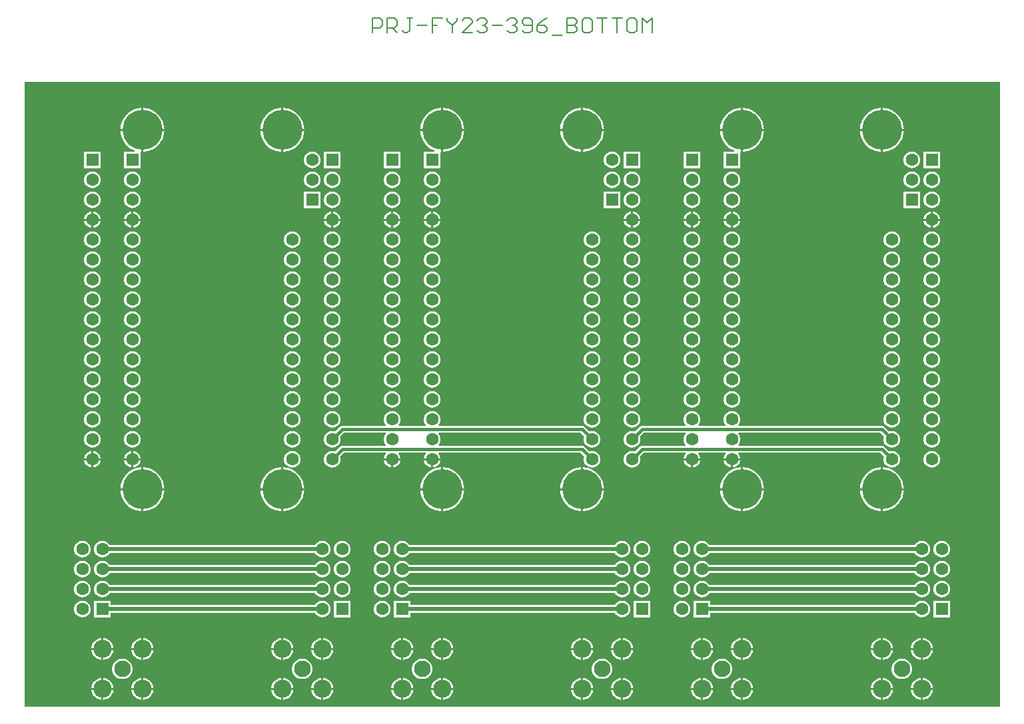
<source format=gbr>
%TF.GenerationSoftware,Altium Limited,Altium Designer,23.11.1 (41)*%
G04 Layer_Physical_Order=4*
G04 Layer_Color=16711680*
%FSLAX45Y45*%
%MOMM*%
%TF.SameCoordinates,5324538C-4B84-4F37-AFBE-1FD82F1EBFC5*%
%TF.FilePolarity,Positive*%
%TF.FileFunction,Copper,L4,Bot,Signal*%
%TF.Part,Single*%
G01*
G75*
%TA.AperFunction,Conductor*%
%ADD11C,0.38100*%
%ADD12C,0.50800*%
%TA.AperFunction,NonConductor*%
%ADD13C,0.20320*%
%TA.AperFunction,ComponentPad*%
%ADD14C,1.60000*%
%ADD15R,1.60000X1.60000*%
%ADD16C,5.08000*%
%ADD17C,2.30000*%
%ADD18C,2.10000*%
%TA.AperFunction,ViaPad*%
%ADD19C,0.63500*%
G36*
X12420600Y25400D02*
X25400D01*
Y7975600D01*
X12420600D01*
Y25400D01*
D02*
G37*
%LPC*%
G36*
X10934700Y7645264D02*
Y7378700D01*
X11201264D01*
X11199677Y7398865D01*
X11196243Y7420550D01*
X11191118Y7441899D01*
X11184333Y7462780D01*
X11175931Y7483064D01*
X11165963Y7502626D01*
X11154492Y7521346D01*
X11141587Y7539108D01*
X11127328Y7555803D01*
X11111803Y7571328D01*
X11095108Y7585587D01*
X11077346Y7598492D01*
X11058626Y7609963D01*
X11039064Y7619931D01*
X11018780Y7628333D01*
X10997899Y7635118D01*
X10976550Y7640243D01*
X10954865Y7643677D01*
X10934700Y7645264D01*
D02*
G37*
G36*
X10909300D02*
X10889135Y7643677D01*
X10867450Y7640243D01*
X10846101Y7635118D01*
X10825220Y7628333D01*
X10804936Y7619931D01*
X10785374Y7609963D01*
X10766654Y7598492D01*
X10748892Y7585587D01*
X10732197Y7571328D01*
X10716672Y7555803D01*
X10702413Y7539108D01*
X10689508Y7521346D01*
X10678037Y7502626D01*
X10668069Y7483064D01*
X10659667Y7462780D01*
X10652882Y7441899D01*
X10647757Y7420550D01*
X10644323Y7398865D01*
X10642736Y7378700D01*
X10909300D01*
Y7645264D01*
D02*
G37*
G36*
X9156700D02*
Y7378700D01*
X9423264D01*
X9421677Y7398865D01*
X9418243Y7420550D01*
X9413118Y7441899D01*
X9406333Y7462780D01*
X9397931Y7483064D01*
X9387963Y7502626D01*
X9376492Y7521346D01*
X9363587Y7539108D01*
X9349328Y7555803D01*
X9333803Y7571328D01*
X9317108Y7585587D01*
X9299346Y7598492D01*
X9280626Y7609963D01*
X9261064Y7619931D01*
X9240780Y7628333D01*
X9219899Y7635118D01*
X9198550Y7640243D01*
X9176865Y7643677D01*
X9156700Y7645264D01*
D02*
G37*
G36*
X9131300D02*
X9111135Y7643677D01*
X9089450Y7640243D01*
X9068101Y7635118D01*
X9047220Y7628333D01*
X9026936Y7619931D01*
X9007374Y7609963D01*
X8988654Y7598492D01*
X8970892Y7585587D01*
X8954197Y7571328D01*
X8938672Y7555803D01*
X8924413Y7539108D01*
X8911508Y7521346D01*
X8900037Y7502626D01*
X8890069Y7483064D01*
X8881667Y7462780D01*
X8874882Y7441899D01*
X8869757Y7420550D01*
X8866323Y7398865D01*
X8864736Y7378700D01*
X9131300D01*
Y7645264D01*
D02*
G37*
G36*
X7124700D02*
Y7378700D01*
X7391264D01*
X7389677Y7398865D01*
X7386243Y7420550D01*
X7381118Y7441899D01*
X7374333Y7462780D01*
X7365931Y7483064D01*
X7355963Y7502626D01*
X7344492Y7521346D01*
X7331587Y7539108D01*
X7317328Y7555803D01*
X7301803Y7571328D01*
X7285108Y7585587D01*
X7267346Y7598492D01*
X7248626Y7609963D01*
X7229064Y7619931D01*
X7208780Y7628333D01*
X7187899Y7635118D01*
X7166550Y7640243D01*
X7144865Y7643677D01*
X7124700Y7645264D01*
D02*
G37*
G36*
X7099300D02*
X7079135Y7643677D01*
X7057450Y7640243D01*
X7036101Y7635118D01*
X7015220Y7628333D01*
X6994936Y7619931D01*
X6975374Y7609963D01*
X6956654Y7598492D01*
X6938892Y7585587D01*
X6922197Y7571328D01*
X6906672Y7555803D01*
X6892413Y7539108D01*
X6879508Y7521346D01*
X6868037Y7502626D01*
X6858069Y7483064D01*
X6849667Y7462780D01*
X6842882Y7441899D01*
X6837757Y7420550D01*
X6834323Y7398865D01*
X6832736Y7378700D01*
X7099300D01*
Y7645264D01*
D02*
G37*
G36*
X5346700D02*
Y7378700D01*
X5613264D01*
X5611677Y7398865D01*
X5608243Y7420550D01*
X5603118Y7441899D01*
X5596333Y7462780D01*
X5587931Y7483064D01*
X5577963Y7502626D01*
X5566492Y7521346D01*
X5553587Y7539108D01*
X5539328Y7555803D01*
X5523803Y7571328D01*
X5507108Y7585587D01*
X5489346Y7598492D01*
X5470626Y7609963D01*
X5451064Y7619931D01*
X5430780Y7628333D01*
X5409899Y7635118D01*
X5388550Y7640243D01*
X5366865Y7643677D01*
X5346700Y7645264D01*
D02*
G37*
G36*
X5321300D02*
X5301135Y7643677D01*
X5279450Y7640243D01*
X5258101Y7635118D01*
X5237220Y7628333D01*
X5216936Y7619931D01*
X5197374Y7609963D01*
X5178654Y7598492D01*
X5160892Y7585587D01*
X5144197Y7571328D01*
X5128672Y7555803D01*
X5114413Y7539108D01*
X5101508Y7521346D01*
X5090037Y7502626D01*
X5080069Y7483064D01*
X5071667Y7462780D01*
X5064882Y7441899D01*
X5059757Y7420550D01*
X5056323Y7398865D01*
X5054736Y7378700D01*
X5321300D01*
Y7645264D01*
D02*
G37*
G36*
X3314700D02*
Y7378700D01*
X3581264D01*
X3579677Y7398865D01*
X3576243Y7420550D01*
X3571118Y7441899D01*
X3564333Y7462780D01*
X3555931Y7483064D01*
X3545963Y7502626D01*
X3534492Y7521346D01*
X3521587Y7539108D01*
X3507328Y7555803D01*
X3491803Y7571328D01*
X3475108Y7585587D01*
X3457346Y7598492D01*
X3438626Y7609963D01*
X3419064Y7619931D01*
X3398780Y7628333D01*
X3377899Y7635118D01*
X3356550Y7640243D01*
X3334865Y7643677D01*
X3314700Y7645264D01*
D02*
G37*
G36*
X3289300D02*
X3269135Y7643677D01*
X3247450Y7640243D01*
X3226101Y7635118D01*
X3205220Y7628333D01*
X3184936Y7619931D01*
X3165374Y7609963D01*
X3146654Y7598492D01*
X3128892Y7585587D01*
X3112197Y7571328D01*
X3096672Y7555803D01*
X3082413Y7539108D01*
X3069508Y7521346D01*
X3058037Y7502626D01*
X3048069Y7483064D01*
X3039667Y7462780D01*
X3032882Y7441899D01*
X3027757Y7420550D01*
X3024323Y7398865D01*
X3022736Y7378700D01*
X3289300D01*
Y7645264D01*
D02*
G37*
G36*
X1536700D02*
Y7378700D01*
X1803264D01*
X1801677Y7398865D01*
X1798243Y7420550D01*
X1793118Y7441899D01*
X1786333Y7462780D01*
X1777931Y7483064D01*
X1767963Y7502626D01*
X1756492Y7521346D01*
X1743587Y7539108D01*
X1729328Y7555803D01*
X1713803Y7571328D01*
X1697108Y7585587D01*
X1679346Y7598492D01*
X1660626Y7609963D01*
X1641064Y7619931D01*
X1620780Y7628333D01*
X1599899Y7635118D01*
X1578550Y7640243D01*
X1556865Y7643677D01*
X1536700Y7645264D01*
D02*
G37*
G36*
X1511300D02*
X1491135Y7643677D01*
X1469450Y7640243D01*
X1448101Y7635118D01*
X1427220Y7628333D01*
X1406936Y7619931D01*
X1387374Y7609963D01*
X1368654Y7598492D01*
X1350892Y7585587D01*
X1334197Y7571328D01*
X1318672Y7555803D01*
X1304413Y7539108D01*
X1291508Y7521346D01*
X1280037Y7502626D01*
X1270069Y7483064D01*
X1261667Y7462780D01*
X1254882Y7441899D01*
X1249757Y7420550D01*
X1246323Y7398865D01*
X1244736Y7378700D01*
X1511300D01*
Y7645264D01*
D02*
G37*
G36*
X11201264Y7353300D02*
X10934700D01*
Y7086736D01*
X10954865Y7088323D01*
X10976550Y7091757D01*
X10997899Y7096882D01*
X11018780Y7103667D01*
X11039064Y7112069D01*
X11058626Y7122037D01*
X11077346Y7133508D01*
X11095108Y7146413D01*
X11111803Y7160672D01*
X11127328Y7176197D01*
X11141587Y7192892D01*
X11154492Y7210654D01*
X11165963Y7229374D01*
X11175931Y7248936D01*
X11184333Y7269220D01*
X11191118Y7290101D01*
X11196243Y7311450D01*
X11199677Y7333135D01*
X11201264Y7353300D01*
D02*
G37*
G36*
X10909300D02*
X10642736D01*
X10644323Y7333135D01*
X10647757Y7311450D01*
X10652882Y7290101D01*
X10659667Y7269220D01*
X10668069Y7248936D01*
X10678037Y7229374D01*
X10689508Y7210654D01*
X10702413Y7192892D01*
X10716672Y7176197D01*
X10732197Y7160672D01*
X10748892Y7146413D01*
X10766654Y7133508D01*
X10785374Y7122037D01*
X10804936Y7112069D01*
X10825220Y7103667D01*
X10846101Y7096882D01*
X10867450Y7091757D01*
X10889135Y7088323D01*
X10909300Y7086736D01*
Y7353300D01*
D02*
G37*
G36*
X9423264D02*
X9156700D01*
Y7086736D01*
X9176865Y7088323D01*
X9198550Y7091757D01*
X9219899Y7096882D01*
X9240780Y7103667D01*
X9261064Y7112069D01*
X9280626Y7122037D01*
X9299346Y7133508D01*
X9317108Y7146413D01*
X9333803Y7160672D01*
X9349328Y7176197D01*
X9363587Y7192892D01*
X9376492Y7210654D01*
X9387963Y7229374D01*
X9397931Y7248936D01*
X9406333Y7269220D01*
X9413118Y7290101D01*
X9418243Y7311450D01*
X9421677Y7333135D01*
X9423264Y7353300D01*
D02*
G37*
G36*
X7391264D02*
X7124700D01*
Y7086736D01*
X7144865Y7088323D01*
X7166550Y7091757D01*
X7187899Y7096882D01*
X7208780Y7103667D01*
X7229064Y7112069D01*
X7248626Y7122037D01*
X7267346Y7133508D01*
X7285108Y7146413D01*
X7301803Y7160672D01*
X7317328Y7176197D01*
X7331587Y7192892D01*
X7344492Y7210654D01*
X7355963Y7229374D01*
X7365931Y7248936D01*
X7374333Y7269220D01*
X7381118Y7290101D01*
X7386243Y7311450D01*
X7389677Y7333135D01*
X7391264Y7353300D01*
D02*
G37*
G36*
X7099300D02*
X6832736D01*
X6834323Y7333135D01*
X6837757Y7311450D01*
X6842882Y7290101D01*
X6849667Y7269220D01*
X6858069Y7248936D01*
X6868037Y7229374D01*
X6879508Y7210654D01*
X6892413Y7192892D01*
X6906672Y7176197D01*
X6922197Y7160672D01*
X6938892Y7146413D01*
X6956654Y7133508D01*
X6975374Y7122037D01*
X6994936Y7112069D01*
X7015220Y7103667D01*
X7036101Y7096882D01*
X7057450Y7091757D01*
X7079135Y7088323D01*
X7099300Y7086736D01*
Y7353300D01*
D02*
G37*
G36*
X5613264D02*
X5346700D01*
Y7086736D01*
X5366865Y7088323D01*
X5388550Y7091757D01*
X5409899Y7096882D01*
X5430780Y7103667D01*
X5451064Y7112069D01*
X5470626Y7122037D01*
X5489346Y7133508D01*
X5507108Y7146413D01*
X5523803Y7160672D01*
X5539328Y7176197D01*
X5553587Y7192892D01*
X5566492Y7210654D01*
X5577963Y7229374D01*
X5587931Y7248936D01*
X5596333Y7269220D01*
X5603118Y7290101D01*
X5608243Y7311450D01*
X5611677Y7333135D01*
X5613264Y7353300D01*
D02*
G37*
G36*
X3581264D02*
X3314700D01*
Y7086736D01*
X3334865Y7088323D01*
X3356550Y7091757D01*
X3377899Y7096882D01*
X3398780Y7103667D01*
X3419064Y7112069D01*
X3438626Y7122037D01*
X3457346Y7133508D01*
X3475108Y7146413D01*
X3491803Y7160672D01*
X3507328Y7176197D01*
X3521587Y7192892D01*
X3534492Y7210654D01*
X3545963Y7229374D01*
X3555931Y7248936D01*
X3564333Y7269220D01*
X3571118Y7290101D01*
X3576243Y7311450D01*
X3579677Y7333135D01*
X3581264Y7353300D01*
D02*
G37*
G36*
X3289300D02*
X3022736D01*
X3024323Y7333135D01*
X3027757Y7311450D01*
X3032882Y7290101D01*
X3039667Y7269220D01*
X3048069Y7248936D01*
X3058037Y7229374D01*
X3069508Y7210654D01*
X3082413Y7192892D01*
X3096672Y7176197D01*
X3112197Y7160672D01*
X3128892Y7146413D01*
X3146654Y7133508D01*
X3165374Y7122037D01*
X3184936Y7112069D01*
X3205220Y7103667D01*
X3226101Y7096882D01*
X3247450Y7091757D01*
X3269135Y7088323D01*
X3289300Y7086736D01*
Y7353300D01*
D02*
G37*
G36*
X1803264D02*
X1536700D01*
Y7086736D01*
X1556865Y7088323D01*
X1578550Y7091757D01*
X1599899Y7096882D01*
X1620780Y7103667D01*
X1641064Y7112069D01*
X1660626Y7122037D01*
X1679346Y7133508D01*
X1697108Y7146413D01*
X1713803Y7160672D01*
X1729328Y7176197D01*
X1743587Y7192892D01*
X1756492Y7210654D01*
X1767963Y7229374D01*
X1777931Y7248936D01*
X1786333Y7269220D01*
X1793118Y7290101D01*
X1798243Y7311450D01*
X1801677Y7333135D01*
X1803264Y7353300D01*
D02*
G37*
G36*
X11662400Y7090400D02*
X11451600D01*
Y6879600D01*
X11662400D01*
Y7090400D01*
D02*
G37*
G36*
X7852400D02*
X7641600D01*
Y6879600D01*
X7852400D01*
Y7090400D01*
D02*
G37*
G36*
X7499908D02*
X7486092D01*
X7472393Y7088597D01*
X7459048Y7085021D01*
X7446283Y7079733D01*
X7434317Y7072825D01*
X7423356Y7064414D01*
X7413586Y7054644D01*
X7405175Y7043683D01*
X7398267Y7031717D01*
X7392980Y7018953D01*
X7389404Y7005607D01*
X7387600Y6991909D01*
Y6978092D01*
X7389404Y6964394D01*
X7392980Y6951048D01*
X7398267Y6938283D01*
X7405175Y6926318D01*
X7413586Y6915356D01*
X7423356Y6905586D01*
X7434317Y6897175D01*
X7446283Y6890267D01*
X7459048Y6884980D01*
X7472393Y6881404D01*
X7486092Y6879600D01*
X7499908D01*
X7513607Y6881404D01*
X7526952Y6884980D01*
X7539717Y6890267D01*
X7551683Y6897175D01*
X7562644Y6905586D01*
X7572414Y6915356D01*
X7580825Y6926318D01*
X7587733Y6938283D01*
X7593020Y6951048D01*
X7596596Y6964394D01*
X7598400Y6978092D01*
Y6991909D01*
X7596596Y7005607D01*
X7593020Y7018953D01*
X7587733Y7031717D01*
X7580825Y7043683D01*
X7572414Y7054644D01*
X7562644Y7064414D01*
X7551683Y7072825D01*
X7539717Y7079733D01*
X7526952Y7085021D01*
X7513607Y7088597D01*
X7499908Y7090400D01*
D02*
G37*
G36*
X11309908Y7090400D02*
X11296092D01*
X11282393Y7088596D01*
X11269048Y7085020D01*
X11256283Y7079733D01*
X11244317Y7072825D01*
X11233356Y7064414D01*
X11223586Y7054644D01*
X11215175Y7043683D01*
X11208267Y7031717D01*
X11202980Y7018952D01*
X11199404Y7005607D01*
X11197600Y6991908D01*
Y6978092D01*
X11199404Y6964393D01*
X11202980Y6951048D01*
X11208267Y6938283D01*
X11215175Y6926317D01*
X11223586Y6915356D01*
X11233356Y6905586D01*
X11244317Y6897175D01*
X11256283Y6890267D01*
X11269048Y6884980D01*
X11282393Y6881404D01*
X11296092Y6879600D01*
X11309908D01*
X11323607Y6881404D01*
X11336952Y6884980D01*
X11349717Y6890267D01*
X11361683Y6897175D01*
X11372644Y6905586D01*
X11382414Y6915356D01*
X11390825Y6926317D01*
X11397733Y6938283D01*
X11403020Y6951048D01*
X11406596Y6964393D01*
X11408400Y6978092D01*
Y6991908D01*
X11406596Y7005607D01*
X11403020Y7018952D01*
X11397733Y7031717D01*
X11390825Y7043683D01*
X11382414Y7054644D01*
X11372644Y7064414D01*
X11361683Y7072825D01*
X11349717Y7079733D01*
X11336952Y7085020D01*
X11323607Y7088596D01*
X11309908Y7090400D01*
D02*
G37*
G36*
X9131300Y7353300D02*
X8864736D01*
X8866323Y7333135D01*
X8869757Y7311450D01*
X8874882Y7290101D01*
X8881667Y7269220D01*
X8890069Y7248936D01*
X8900037Y7229374D01*
X8911508Y7210654D01*
X8924413Y7192892D01*
X8938672Y7176197D01*
X8954197Y7160672D01*
X8970892Y7146413D01*
X8988654Y7133508D01*
X9007374Y7122037D01*
X9026936Y7112069D01*
X9047220Y7103667D01*
X9048966Y7103100D01*
X9046954Y7090400D01*
X8911600D01*
Y6879600D01*
X9122400D01*
Y7078081D01*
X9131300Y7086308D01*
Y7353300D01*
D02*
G37*
G36*
X8614400Y7090400D02*
X8403600D01*
Y6879600D01*
X8614400D01*
Y7090400D01*
D02*
G37*
G36*
X5321300Y7353300D02*
X5054736D01*
X5056323Y7333135D01*
X5059757Y7311450D01*
X5064882Y7290101D01*
X5071667Y7269220D01*
X5080069Y7248936D01*
X5090037Y7229374D01*
X5101508Y7210654D01*
X5114413Y7192892D01*
X5128672Y7176197D01*
X5144197Y7160672D01*
X5160892Y7146413D01*
X5178654Y7133508D01*
X5197374Y7122037D01*
X5216936Y7112069D01*
X5237220Y7103667D01*
X5238966Y7103100D01*
X5236954Y7090400D01*
X5101600D01*
Y6879600D01*
X5312400D01*
Y7078081D01*
X5321300Y7086308D01*
Y7353300D01*
D02*
G37*
G36*
X4804400Y7090400D02*
X4593600D01*
Y6879600D01*
X4804400D01*
Y7090400D01*
D02*
G37*
G36*
X4042400D02*
X3831600D01*
Y6879600D01*
X4042400D01*
Y7090400D01*
D02*
G37*
G36*
X3689908D02*
X3676092D01*
X3662393Y7088596D01*
X3649048Y7085020D01*
X3636283Y7079733D01*
X3624317Y7072825D01*
X3613356Y7064414D01*
X3603586Y7054644D01*
X3595175Y7043683D01*
X3588267Y7031717D01*
X3582980Y7018952D01*
X3579404Y7005607D01*
X3577600Y6991908D01*
Y6978092D01*
X3579404Y6964393D01*
X3582980Y6951048D01*
X3588267Y6938283D01*
X3595175Y6926317D01*
X3603586Y6915356D01*
X3613356Y6905586D01*
X3624317Y6897175D01*
X3636283Y6890267D01*
X3649048Y6884980D01*
X3662393Y6881404D01*
X3676092Y6879600D01*
X3689908D01*
X3703607Y6881404D01*
X3716952Y6884980D01*
X3729717Y6890267D01*
X3741683Y6897175D01*
X3752644Y6905586D01*
X3762414Y6915356D01*
X3770825Y6926317D01*
X3777733Y6938283D01*
X3783020Y6951048D01*
X3786596Y6964393D01*
X3788400Y6978092D01*
Y6991908D01*
X3786596Y7005607D01*
X3783020Y7018952D01*
X3777733Y7031717D01*
X3770825Y7043683D01*
X3762414Y7054644D01*
X3752644Y7064414D01*
X3741683Y7072825D01*
X3729717Y7079733D01*
X3716952Y7085020D01*
X3703607Y7088596D01*
X3689908Y7090400D01*
D02*
G37*
G36*
X1511300Y7353300D02*
X1244736D01*
X1246323Y7333135D01*
X1249757Y7311450D01*
X1254882Y7290101D01*
X1261667Y7269220D01*
X1270069Y7248936D01*
X1280037Y7229374D01*
X1291508Y7210654D01*
X1304413Y7192892D01*
X1318672Y7176197D01*
X1334197Y7160672D01*
X1350892Y7146413D01*
X1368654Y7133508D01*
X1387374Y7122037D01*
X1406936Y7112069D01*
X1427220Y7103667D01*
X1428966Y7103100D01*
X1426954Y7090400D01*
X1291600D01*
Y6879600D01*
X1502400D01*
Y7078081D01*
X1511300Y7086308D01*
Y7353300D01*
D02*
G37*
G36*
X994400Y7090400D02*
X783600D01*
Y6879600D01*
X994400D01*
Y7090400D01*
D02*
G37*
G36*
X11563908Y6836400D02*
X11550092D01*
X11536393Y6834597D01*
X11523048Y6831021D01*
X11510283Y6825733D01*
X11498317Y6818825D01*
X11487356Y6810414D01*
X11477586Y6800644D01*
X11469175Y6789683D01*
X11462267Y6777717D01*
X11456980Y6764953D01*
X11453404Y6751607D01*
X11451600Y6737909D01*
Y6724092D01*
X11453404Y6710394D01*
X11456980Y6697048D01*
X11462267Y6684283D01*
X11469175Y6672318D01*
X11477586Y6661356D01*
X11487356Y6651586D01*
X11498317Y6643175D01*
X11510283Y6636267D01*
X11523048Y6630980D01*
X11536393Y6627404D01*
X11550092Y6625600D01*
X11563908D01*
X11577607Y6627404D01*
X11590952Y6630980D01*
X11603717Y6636267D01*
X11615683Y6643175D01*
X11626644Y6651586D01*
X11636414Y6661356D01*
X11644825Y6672318D01*
X11651733Y6684283D01*
X11657020Y6697048D01*
X11660596Y6710394D01*
X11662400Y6724092D01*
Y6737909D01*
X11660596Y6751607D01*
X11657020Y6764953D01*
X11651733Y6777717D01*
X11644825Y6789683D01*
X11636414Y6800644D01*
X11626644Y6810414D01*
X11615683Y6818825D01*
X11603717Y6825733D01*
X11590952Y6831021D01*
X11577607Y6834597D01*
X11563908Y6836400D01*
D02*
G37*
G36*
X7753908D02*
X7740092D01*
X7726393Y6834597D01*
X7713048Y6831021D01*
X7700283Y6825733D01*
X7688317Y6818825D01*
X7677356Y6810414D01*
X7667586Y6800644D01*
X7659175Y6789683D01*
X7652267Y6777717D01*
X7646980Y6764953D01*
X7643404Y6751607D01*
X7641600Y6737909D01*
Y6724092D01*
X7643404Y6710394D01*
X7646980Y6697048D01*
X7652267Y6684283D01*
X7659175Y6672318D01*
X7667586Y6661356D01*
X7677356Y6651586D01*
X7688317Y6643175D01*
X7700283Y6636267D01*
X7713048Y6630980D01*
X7726393Y6627404D01*
X7740092Y6625600D01*
X7753908D01*
X7767607Y6627404D01*
X7780952Y6630980D01*
X7793717Y6636267D01*
X7805683Y6643175D01*
X7816644Y6651586D01*
X7826414Y6661356D01*
X7834825Y6672318D01*
X7841733Y6684283D01*
X7847020Y6697048D01*
X7850596Y6710394D01*
X7852400Y6724092D01*
Y6737909D01*
X7850596Y6751607D01*
X7847020Y6764953D01*
X7841733Y6777717D01*
X7834825Y6789683D01*
X7826414Y6800644D01*
X7816644Y6810414D01*
X7805683Y6818825D01*
X7793717Y6825733D01*
X7780952Y6831021D01*
X7767607Y6834597D01*
X7753908Y6836400D01*
D02*
G37*
G36*
X7499908D02*
X7486092D01*
X7472393Y6834597D01*
X7459048Y6831021D01*
X7446283Y6825733D01*
X7434317Y6818825D01*
X7423356Y6810414D01*
X7413586Y6800644D01*
X7405175Y6789683D01*
X7398267Y6777717D01*
X7392980Y6764953D01*
X7389404Y6751607D01*
X7387600Y6737909D01*
Y6724092D01*
X7389404Y6710394D01*
X7392980Y6697048D01*
X7398267Y6684283D01*
X7405175Y6672318D01*
X7413586Y6661356D01*
X7423356Y6651586D01*
X7434317Y6643175D01*
X7446283Y6636267D01*
X7459048Y6630980D01*
X7472393Y6627404D01*
X7486092Y6625600D01*
X7499908D01*
X7513607Y6627404D01*
X7526952Y6630980D01*
X7539717Y6636267D01*
X7551683Y6643175D01*
X7562644Y6651586D01*
X7572414Y6661356D01*
X7580825Y6672318D01*
X7587733Y6684283D01*
X7593020Y6697048D01*
X7596596Y6710394D01*
X7598400Y6724092D01*
Y6737909D01*
X7596596Y6751607D01*
X7593020Y6764953D01*
X7587733Y6777717D01*
X7580825Y6789683D01*
X7572414Y6800644D01*
X7562644Y6810414D01*
X7551683Y6818825D01*
X7539717Y6825733D01*
X7526952Y6831021D01*
X7513607Y6834597D01*
X7499908Y6836400D01*
D02*
G37*
G36*
X11309908Y6836400D02*
X11296092D01*
X11282393Y6834596D01*
X11269048Y6831020D01*
X11256283Y6825733D01*
X11244317Y6818825D01*
X11233356Y6810414D01*
X11223586Y6800644D01*
X11215175Y6789683D01*
X11208267Y6777717D01*
X11202980Y6764952D01*
X11199404Y6751607D01*
X11197600Y6737908D01*
Y6724092D01*
X11199404Y6710393D01*
X11202980Y6697048D01*
X11208267Y6684283D01*
X11215175Y6672317D01*
X11223586Y6661356D01*
X11233356Y6651586D01*
X11244317Y6643175D01*
X11256283Y6636267D01*
X11269048Y6630980D01*
X11282393Y6627404D01*
X11296092Y6625600D01*
X11309908D01*
X11323607Y6627404D01*
X11336952Y6630980D01*
X11349717Y6636267D01*
X11361683Y6643175D01*
X11372644Y6651586D01*
X11382414Y6661356D01*
X11390825Y6672317D01*
X11397733Y6684283D01*
X11403020Y6697048D01*
X11406596Y6710393D01*
X11408400Y6724092D01*
Y6737908D01*
X11406596Y6751607D01*
X11403020Y6764952D01*
X11397733Y6777717D01*
X11390825Y6789683D01*
X11382414Y6800644D01*
X11372644Y6810414D01*
X11361683Y6818825D01*
X11349717Y6825733D01*
X11336952Y6831020D01*
X11323607Y6834596D01*
X11309908Y6836400D01*
D02*
G37*
G36*
X9023908D02*
X9010092D01*
X8996393Y6834596D01*
X8983048Y6831020D01*
X8970283Y6825733D01*
X8958317Y6818825D01*
X8947356Y6810414D01*
X8937586Y6800644D01*
X8929175Y6789683D01*
X8922267Y6777717D01*
X8916980Y6764952D01*
X8913404Y6751607D01*
X8911600Y6737908D01*
Y6724092D01*
X8913404Y6710393D01*
X8916980Y6697048D01*
X8922267Y6684283D01*
X8929175Y6672317D01*
X8937586Y6661356D01*
X8947356Y6651586D01*
X8958317Y6643175D01*
X8970283Y6636267D01*
X8983048Y6630980D01*
X8996393Y6627404D01*
X9010092Y6625600D01*
X9023908D01*
X9037607Y6627404D01*
X9050952Y6630980D01*
X9063717Y6636267D01*
X9075683Y6643175D01*
X9086644Y6651586D01*
X9096414Y6661356D01*
X9104825Y6672317D01*
X9111733Y6684283D01*
X9117020Y6697048D01*
X9120596Y6710393D01*
X9122400Y6724092D01*
Y6737908D01*
X9120596Y6751607D01*
X9117020Y6764952D01*
X9111733Y6777717D01*
X9104825Y6789683D01*
X9096414Y6800644D01*
X9086644Y6810414D01*
X9075683Y6818825D01*
X9063717Y6825733D01*
X9050952Y6831020D01*
X9037607Y6834596D01*
X9023908Y6836400D01*
D02*
G37*
G36*
X8515908D02*
X8502092D01*
X8488393Y6834596D01*
X8475048Y6831020D01*
X8462283Y6825733D01*
X8450317Y6818825D01*
X8439356Y6810414D01*
X8429586Y6800644D01*
X8421175Y6789683D01*
X8414267Y6777717D01*
X8408980Y6764952D01*
X8405404Y6751607D01*
X8403600Y6737908D01*
Y6724092D01*
X8405404Y6710393D01*
X8408980Y6697048D01*
X8414267Y6684283D01*
X8421175Y6672317D01*
X8429586Y6661356D01*
X8439356Y6651586D01*
X8450317Y6643175D01*
X8462283Y6636267D01*
X8475048Y6630980D01*
X8488393Y6627404D01*
X8502092Y6625600D01*
X8515908D01*
X8529607Y6627404D01*
X8542952Y6630980D01*
X8555717Y6636267D01*
X8567683Y6643175D01*
X8578644Y6651586D01*
X8588414Y6661356D01*
X8596825Y6672317D01*
X8603733Y6684283D01*
X8609020Y6697048D01*
X8612596Y6710393D01*
X8614400Y6724092D01*
Y6737908D01*
X8612596Y6751607D01*
X8609020Y6764952D01*
X8603733Y6777717D01*
X8596825Y6789683D01*
X8588414Y6800644D01*
X8578644Y6810414D01*
X8567683Y6818825D01*
X8555717Y6825733D01*
X8542952Y6831020D01*
X8529607Y6834596D01*
X8515908Y6836400D01*
D02*
G37*
G36*
X5213908D02*
X5200092D01*
X5186393Y6834596D01*
X5173048Y6831020D01*
X5160283Y6825733D01*
X5148317Y6818825D01*
X5137356Y6810414D01*
X5127586Y6800644D01*
X5119175Y6789683D01*
X5112267Y6777717D01*
X5106980Y6764952D01*
X5103404Y6751607D01*
X5101600Y6737908D01*
Y6724092D01*
X5103404Y6710393D01*
X5106980Y6697048D01*
X5112267Y6684283D01*
X5119175Y6672317D01*
X5127586Y6661356D01*
X5137356Y6651586D01*
X5148317Y6643175D01*
X5160283Y6636267D01*
X5173048Y6630980D01*
X5186393Y6627404D01*
X5200092Y6625600D01*
X5213908D01*
X5227607Y6627404D01*
X5240952Y6630980D01*
X5253717Y6636267D01*
X5265683Y6643175D01*
X5276644Y6651586D01*
X5286414Y6661356D01*
X5294825Y6672317D01*
X5301733Y6684283D01*
X5307020Y6697048D01*
X5310596Y6710393D01*
X5312400Y6724092D01*
Y6737908D01*
X5310596Y6751607D01*
X5307020Y6764952D01*
X5301733Y6777717D01*
X5294825Y6789683D01*
X5286414Y6800644D01*
X5276644Y6810414D01*
X5265683Y6818825D01*
X5253717Y6825733D01*
X5240952Y6831020D01*
X5227607Y6834596D01*
X5213908Y6836400D01*
D02*
G37*
G36*
X4705908D02*
X4692092D01*
X4678393Y6834596D01*
X4665048Y6831020D01*
X4652283Y6825733D01*
X4640317Y6818825D01*
X4629356Y6810414D01*
X4619586Y6800644D01*
X4611175Y6789683D01*
X4604267Y6777717D01*
X4598980Y6764952D01*
X4595404Y6751607D01*
X4593600Y6737908D01*
Y6724092D01*
X4595404Y6710393D01*
X4598980Y6697048D01*
X4604267Y6684283D01*
X4611175Y6672317D01*
X4619586Y6661356D01*
X4629356Y6651586D01*
X4640317Y6643175D01*
X4652283Y6636267D01*
X4665048Y6630980D01*
X4678393Y6627404D01*
X4692092Y6625600D01*
X4705908D01*
X4719607Y6627404D01*
X4732952Y6630980D01*
X4745717Y6636267D01*
X4757683Y6643175D01*
X4768644Y6651586D01*
X4778414Y6661356D01*
X4786825Y6672317D01*
X4793733Y6684283D01*
X4799020Y6697048D01*
X4802596Y6710393D01*
X4804400Y6724092D01*
Y6737908D01*
X4802596Y6751607D01*
X4799020Y6764952D01*
X4793733Y6777717D01*
X4786825Y6789683D01*
X4778414Y6800644D01*
X4768644Y6810414D01*
X4757683Y6818825D01*
X4745717Y6825733D01*
X4732952Y6831020D01*
X4719607Y6834596D01*
X4705908Y6836400D01*
D02*
G37*
G36*
X3943908D02*
X3930092D01*
X3916393Y6834596D01*
X3903048Y6831020D01*
X3890283Y6825733D01*
X3878317Y6818825D01*
X3867356Y6810414D01*
X3857586Y6800644D01*
X3849175Y6789683D01*
X3842267Y6777717D01*
X3836980Y6764952D01*
X3833404Y6751607D01*
X3831600Y6737908D01*
Y6724092D01*
X3833404Y6710393D01*
X3836980Y6697048D01*
X3842267Y6684283D01*
X3849175Y6672317D01*
X3857586Y6661356D01*
X3867356Y6651586D01*
X3878317Y6643175D01*
X3890283Y6636267D01*
X3903048Y6630980D01*
X3916393Y6627404D01*
X3930092Y6625600D01*
X3943908D01*
X3957607Y6627404D01*
X3970952Y6630980D01*
X3983717Y6636267D01*
X3995683Y6643175D01*
X4006644Y6651586D01*
X4016414Y6661356D01*
X4024825Y6672317D01*
X4031733Y6684283D01*
X4037020Y6697048D01*
X4040596Y6710393D01*
X4042400Y6724092D01*
Y6737908D01*
X4040596Y6751607D01*
X4037020Y6764952D01*
X4031733Y6777717D01*
X4024825Y6789683D01*
X4016414Y6800644D01*
X4006644Y6810414D01*
X3995683Y6818825D01*
X3983717Y6825733D01*
X3970952Y6831020D01*
X3957607Y6834596D01*
X3943908Y6836400D01*
D02*
G37*
G36*
X3689908D02*
X3676092D01*
X3662393Y6834596D01*
X3649048Y6831020D01*
X3636283Y6825733D01*
X3624317Y6818825D01*
X3613356Y6810414D01*
X3603586Y6800644D01*
X3595175Y6789683D01*
X3588267Y6777717D01*
X3582980Y6764952D01*
X3579404Y6751607D01*
X3577600Y6737908D01*
Y6724092D01*
X3579404Y6710393D01*
X3582980Y6697048D01*
X3588267Y6684283D01*
X3595175Y6672317D01*
X3603586Y6661356D01*
X3613356Y6651586D01*
X3624317Y6643175D01*
X3636283Y6636267D01*
X3649048Y6630980D01*
X3662393Y6627404D01*
X3676092Y6625600D01*
X3689908D01*
X3703607Y6627404D01*
X3716952Y6630980D01*
X3729717Y6636267D01*
X3741683Y6643175D01*
X3752644Y6651586D01*
X3762414Y6661356D01*
X3770825Y6672317D01*
X3777733Y6684283D01*
X3783020Y6697048D01*
X3786596Y6710393D01*
X3788400Y6724092D01*
Y6737908D01*
X3786596Y6751607D01*
X3783020Y6764952D01*
X3777733Y6777717D01*
X3770825Y6789683D01*
X3762414Y6800644D01*
X3752644Y6810414D01*
X3741683Y6818825D01*
X3729717Y6825733D01*
X3716952Y6831020D01*
X3703607Y6834596D01*
X3689908Y6836400D01*
D02*
G37*
G36*
X1403908D02*
X1390092D01*
X1376393Y6834596D01*
X1363048Y6831020D01*
X1350283Y6825733D01*
X1338317Y6818825D01*
X1327356Y6810414D01*
X1317586Y6800644D01*
X1309175Y6789683D01*
X1302267Y6777717D01*
X1296980Y6764952D01*
X1293404Y6751607D01*
X1291600Y6737908D01*
Y6724092D01*
X1293404Y6710393D01*
X1296980Y6697048D01*
X1302267Y6684283D01*
X1309175Y6672317D01*
X1317586Y6661356D01*
X1327356Y6651586D01*
X1338317Y6643175D01*
X1350283Y6636267D01*
X1363048Y6630980D01*
X1376393Y6627404D01*
X1390092Y6625600D01*
X1403908D01*
X1417607Y6627404D01*
X1430952Y6630980D01*
X1443717Y6636267D01*
X1455683Y6643175D01*
X1466644Y6651586D01*
X1476414Y6661356D01*
X1484825Y6672317D01*
X1491733Y6684283D01*
X1497020Y6697048D01*
X1500596Y6710393D01*
X1502400Y6724092D01*
Y6737908D01*
X1500596Y6751607D01*
X1497020Y6764952D01*
X1491733Y6777717D01*
X1484825Y6789683D01*
X1476414Y6800644D01*
X1466644Y6810414D01*
X1455683Y6818825D01*
X1443717Y6825733D01*
X1430952Y6831020D01*
X1417607Y6834596D01*
X1403908Y6836400D01*
D02*
G37*
G36*
X895908D02*
X882092D01*
X868393Y6834596D01*
X855048Y6831020D01*
X842283Y6825733D01*
X830317Y6818825D01*
X819356Y6810414D01*
X809586Y6800644D01*
X801175Y6789683D01*
X794267Y6777717D01*
X788980Y6764952D01*
X785404Y6751607D01*
X783600Y6737908D01*
Y6724092D01*
X785404Y6710393D01*
X788980Y6697048D01*
X794267Y6684283D01*
X801175Y6672317D01*
X809586Y6661356D01*
X819356Y6651586D01*
X830317Y6643175D01*
X842283Y6636267D01*
X855048Y6630980D01*
X868393Y6627404D01*
X882092Y6625600D01*
X895908D01*
X909607Y6627404D01*
X922952Y6630980D01*
X935717Y6636267D01*
X947683Y6643175D01*
X958644Y6651586D01*
X968414Y6661356D01*
X976825Y6672317D01*
X983733Y6684283D01*
X989020Y6697048D01*
X992596Y6710393D01*
X994400Y6724092D01*
Y6737908D01*
X992596Y6751607D01*
X989020Y6764952D01*
X983733Y6777717D01*
X976825Y6789683D01*
X968414Y6800644D01*
X958644Y6810414D01*
X947683Y6818825D01*
X935717Y6825733D01*
X922952Y6831020D01*
X909607Y6834596D01*
X895908Y6836400D01*
D02*
G37*
G36*
X11563908Y6582400D02*
X11550092D01*
X11536393Y6580597D01*
X11523048Y6577021D01*
X11510283Y6571733D01*
X11498317Y6564825D01*
X11487356Y6556414D01*
X11477586Y6546644D01*
X11469175Y6535683D01*
X11462267Y6523717D01*
X11456980Y6510953D01*
X11453404Y6497607D01*
X11451600Y6483909D01*
Y6470092D01*
X11453404Y6456394D01*
X11456980Y6443048D01*
X11462267Y6430283D01*
X11469175Y6418318D01*
X11477586Y6407356D01*
X11487356Y6397586D01*
X11498317Y6389175D01*
X11510283Y6382267D01*
X11523048Y6376980D01*
X11536393Y6373404D01*
X11550092Y6371600D01*
X11563908D01*
X11577607Y6373404D01*
X11590952Y6376980D01*
X11603717Y6382267D01*
X11615683Y6389175D01*
X11626644Y6397586D01*
X11636414Y6407356D01*
X11644825Y6418318D01*
X11651733Y6430283D01*
X11657020Y6443048D01*
X11660596Y6456394D01*
X11662400Y6470092D01*
Y6483909D01*
X11660596Y6497607D01*
X11657020Y6510953D01*
X11651733Y6523717D01*
X11644825Y6535683D01*
X11636414Y6546644D01*
X11626644Y6556414D01*
X11615683Y6564825D01*
X11603717Y6571733D01*
X11590952Y6577021D01*
X11577607Y6580597D01*
X11563908Y6582400D01*
D02*
G37*
G36*
X7753908D02*
X7740092D01*
X7726393Y6580597D01*
X7713048Y6577021D01*
X7700283Y6571733D01*
X7688317Y6564825D01*
X7677356Y6556414D01*
X7667586Y6546644D01*
X7659175Y6535683D01*
X7652267Y6523717D01*
X7646980Y6510953D01*
X7643404Y6497607D01*
X7641600Y6483909D01*
Y6470092D01*
X7643404Y6456394D01*
X7646980Y6443048D01*
X7652267Y6430283D01*
X7659175Y6418318D01*
X7667586Y6407356D01*
X7677356Y6397586D01*
X7688317Y6389175D01*
X7700283Y6382267D01*
X7713048Y6376980D01*
X7726393Y6373404D01*
X7740092Y6371600D01*
X7753908D01*
X7767607Y6373404D01*
X7780952Y6376980D01*
X7793717Y6382267D01*
X7805683Y6389175D01*
X7816644Y6397586D01*
X7826414Y6407356D01*
X7834825Y6418318D01*
X7841733Y6430283D01*
X7847020Y6443048D01*
X7850596Y6456394D01*
X7852400Y6470092D01*
Y6483909D01*
X7850596Y6497607D01*
X7847020Y6510953D01*
X7841733Y6523717D01*
X7834825Y6535683D01*
X7826414Y6546644D01*
X7816644Y6556414D01*
X7805683Y6564825D01*
X7793717Y6571733D01*
X7780952Y6577021D01*
X7767607Y6580597D01*
X7753908Y6582400D01*
D02*
G37*
G36*
X7598400D02*
X7387600D01*
Y6371600D01*
X7598400D01*
Y6582400D01*
D02*
G37*
G36*
X11408400Y6582400D02*
X11197600D01*
Y6371600D01*
X11408400D01*
Y6582400D01*
D02*
G37*
G36*
X9023908D02*
X9010092D01*
X8996393Y6580596D01*
X8983048Y6577020D01*
X8970283Y6571733D01*
X8958317Y6564825D01*
X8947356Y6556414D01*
X8937586Y6546644D01*
X8929175Y6535683D01*
X8922267Y6523717D01*
X8916980Y6510952D01*
X8913404Y6497607D01*
X8911600Y6483908D01*
Y6470092D01*
X8913404Y6456393D01*
X8916980Y6443048D01*
X8922267Y6430283D01*
X8929175Y6418317D01*
X8937586Y6407356D01*
X8947356Y6397586D01*
X8958317Y6389175D01*
X8970283Y6382267D01*
X8983048Y6376980D01*
X8996393Y6373404D01*
X9010092Y6371600D01*
X9023908D01*
X9037607Y6373404D01*
X9050952Y6376980D01*
X9063717Y6382267D01*
X9075683Y6389175D01*
X9086644Y6397586D01*
X9096414Y6407356D01*
X9104825Y6418317D01*
X9111733Y6430283D01*
X9117020Y6443048D01*
X9120596Y6456393D01*
X9122400Y6470092D01*
Y6483908D01*
X9120596Y6497607D01*
X9117020Y6510952D01*
X9111733Y6523717D01*
X9104825Y6535683D01*
X9096414Y6546644D01*
X9086644Y6556414D01*
X9075683Y6564825D01*
X9063717Y6571733D01*
X9050952Y6577020D01*
X9037607Y6580596D01*
X9023908Y6582400D01*
D02*
G37*
G36*
X8515908D02*
X8502092D01*
X8488393Y6580596D01*
X8475048Y6577020D01*
X8462283Y6571733D01*
X8450317Y6564825D01*
X8439356Y6556414D01*
X8429586Y6546644D01*
X8421175Y6535683D01*
X8414267Y6523717D01*
X8408980Y6510952D01*
X8405404Y6497607D01*
X8403600Y6483908D01*
Y6470092D01*
X8405404Y6456393D01*
X8408980Y6443048D01*
X8414267Y6430283D01*
X8421175Y6418317D01*
X8429586Y6407356D01*
X8439356Y6397586D01*
X8450317Y6389175D01*
X8462283Y6382267D01*
X8475048Y6376980D01*
X8488393Y6373404D01*
X8502092Y6371600D01*
X8515908D01*
X8529607Y6373404D01*
X8542952Y6376980D01*
X8555717Y6382267D01*
X8567683Y6389175D01*
X8578644Y6397586D01*
X8588414Y6407356D01*
X8596825Y6418317D01*
X8603733Y6430283D01*
X8609020Y6443048D01*
X8612596Y6456393D01*
X8614400Y6470092D01*
Y6483908D01*
X8612596Y6497607D01*
X8609020Y6510952D01*
X8603733Y6523717D01*
X8596825Y6535683D01*
X8588414Y6546644D01*
X8578644Y6556414D01*
X8567683Y6564825D01*
X8555717Y6571733D01*
X8542952Y6577020D01*
X8529607Y6580596D01*
X8515908Y6582400D01*
D02*
G37*
G36*
X5213908D02*
X5200092D01*
X5186393Y6580596D01*
X5173048Y6577020D01*
X5160283Y6571733D01*
X5148317Y6564825D01*
X5137356Y6556414D01*
X5127586Y6546644D01*
X5119175Y6535683D01*
X5112267Y6523717D01*
X5106980Y6510952D01*
X5103404Y6497607D01*
X5101600Y6483908D01*
Y6470092D01*
X5103404Y6456393D01*
X5106980Y6443048D01*
X5112267Y6430283D01*
X5119175Y6418317D01*
X5127586Y6407356D01*
X5137356Y6397586D01*
X5148317Y6389175D01*
X5160283Y6382267D01*
X5173048Y6376980D01*
X5186393Y6373404D01*
X5200092Y6371600D01*
X5213908D01*
X5227607Y6373404D01*
X5240952Y6376980D01*
X5253717Y6382267D01*
X5265683Y6389175D01*
X5276644Y6397586D01*
X5286414Y6407356D01*
X5294825Y6418317D01*
X5301733Y6430283D01*
X5307020Y6443048D01*
X5310596Y6456393D01*
X5312400Y6470092D01*
Y6483908D01*
X5310596Y6497607D01*
X5307020Y6510952D01*
X5301733Y6523717D01*
X5294825Y6535683D01*
X5286414Y6546644D01*
X5276644Y6556414D01*
X5265683Y6564825D01*
X5253717Y6571733D01*
X5240952Y6577020D01*
X5227607Y6580596D01*
X5213908Y6582400D01*
D02*
G37*
G36*
X4705908D02*
X4692092D01*
X4678393Y6580596D01*
X4665048Y6577020D01*
X4652283Y6571733D01*
X4640317Y6564825D01*
X4629356Y6556414D01*
X4619586Y6546644D01*
X4611175Y6535683D01*
X4604267Y6523717D01*
X4598980Y6510952D01*
X4595404Y6497607D01*
X4593600Y6483908D01*
Y6470092D01*
X4595404Y6456393D01*
X4598980Y6443048D01*
X4604267Y6430283D01*
X4611175Y6418317D01*
X4619586Y6407356D01*
X4629356Y6397586D01*
X4640317Y6389175D01*
X4652283Y6382267D01*
X4665048Y6376980D01*
X4678393Y6373404D01*
X4692092Y6371600D01*
X4705908D01*
X4719607Y6373404D01*
X4732952Y6376980D01*
X4745717Y6382267D01*
X4757683Y6389175D01*
X4768644Y6397586D01*
X4778414Y6407356D01*
X4786825Y6418317D01*
X4793733Y6430283D01*
X4799020Y6443048D01*
X4802596Y6456393D01*
X4804400Y6470092D01*
Y6483908D01*
X4802596Y6497607D01*
X4799020Y6510952D01*
X4793733Y6523717D01*
X4786825Y6535683D01*
X4778414Y6546644D01*
X4768644Y6556414D01*
X4757683Y6564825D01*
X4745717Y6571733D01*
X4732952Y6577020D01*
X4719607Y6580596D01*
X4705908Y6582400D01*
D02*
G37*
G36*
X3943908D02*
X3930092D01*
X3916393Y6580596D01*
X3903048Y6577020D01*
X3890283Y6571733D01*
X3878317Y6564825D01*
X3867356Y6556414D01*
X3857586Y6546644D01*
X3849175Y6535683D01*
X3842267Y6523717D01*
X3836980Y6510952D01*
X3833404Y6497607D01*
X3831600Y6483908D01*
Y6470092D01*
X3833404Y6456393D01*
X3836980Y6443048D01*
X3842267Y6430283D01*
X3849175Y6418317D01*
X3857586Y6407356D01*
X3867356Y6397586D01*
X3878317Y6389175D01*
X3890283Y6382267D01*
X3903048Y6376980D01*
X3916393Y6373404D01*
X3930092Y6371600D01*
X3943908D01*
X3957607Y6373404D01*
X3970952Y6376980D01*
X3983717Y6382267D01*
X3995683Y6389175D01*
X4006644Y6397586D01*
X4016414Y6407356D01*
X4024825Y6418317D01*
X4031733Y6430283D01*
X4037020Y6443048D01*
X4040596Y6456393D01*
X4042400Y6470092D01*
Y6483908D01*
X4040596Y6497607D01*
X4037020Y6510952D01*
X4031733Y6523717D01*
X4024825Y6535683D01*
X4016414Y6546644D01*
X4006644Y6556414D01*
X3995683Y6564825D01*
X3983717Y6571733D01*
X3970952Y6577020D01*
X3957607Y6580596D01*
X3943908Y6582400D01*
D02*
G37*
G36*
X3788400D02*
X3577600D01*
Y6371600D01*
X3788400D01*
Y6582400D01*
D02*
G37*
G36*
X1403908D02*
X1390092D01*
X1376393Y6580596D01*
X1363048Y6577020D01*
X1350283Y6571733D01*
X1338317Y6564825D01*
X1327356Y6556414D01*
X1317586Y6546644D01*
X1309175Y6535683D01*
X1302267Y6523717D01*
X1296980Y6510952D01*
X1293404Y6497607D01*
X1291600Y6483908D01*
Y6470092D01*
X1293404Y6456393D01*
X1296980Y6443048D01*
X1302267Y6430283D01*
X1309175Y6418317D01*
X1317586Y6407356D01*
X1327356Y6397586D01*
X1338317Y6389175D01*
X1350283Y6382267D01*
X1363048Y6376980D01*
X1376393Y6373404D01*
X1390092Y6371600D01*
X1403908D01*
X1417607Y6373404D01*
X1430952Y6376980D01*
X1443717Y6382267D01*
X1455683Y6389175D01*
X1466644Y6397586D01*
X1476414Y6407356D01*
X1484825Y6418317D01*
X1491733Y6430283D01*
X1497020Y6443048D01*
X1500596Y6456393D01*
X1502400Y6470092D01*
Y6483908D01*
X1500596Y6497607D01*
X1497020Y6510952D01*
X1491733Y6523717D01*
X1484825Y6535683D01*
X1476414Y6546644D01*
X1466644Y6556414D01*
X1455683Y6564825D01*
X1443717Y6571733D01*
X1430952Y6577020D01*
X1417607Y6580596D01*
X1403908Y6582400D01*
D02*
G37*
G36*
X895908D02*
X882092D01*
X868393Y6580596D01*
X855048Y6577020D01*
X842283Y6571733D01*
X830317Y6564825D01*
X819356Y6556414D01*
X809586Y6546644D01*
X801175Y6535683D01*
X794267Y6523717D01*
X788980Y6510952D01*
X785404Y6497607D01*
X783600Y6483908D01*
Y6470092D01*
X785404Y6456393D01*
X788980Y6443048D01*
X794267Y6430283D01*
X801175Y6418317D01*
X809586Y6407356D01*
X819356Y6397586D01*
X830317Y6389175D01*
X842283Y6382267D01*
X855048Y6376980D01*
X868393Y6373404D01*
X882092Y6371600D01*
X895908D01*
X909607Y6373404D01*
X922952Y6376980D01*
X935717Y6382267D01*
X947683Y6389175D01*
X958644Y6397586D01*
X968414Y6407356D01*
X976825Y6418317D01*
X983733Y6430283D01*
X989020Y6443048D01*
X992596Y6456393D01*
X994400Y6470092D01*
Y6483908D01*
X992596Y6497607D01*
X989020Y6510952D01*
X983733Y6523717D01*
X976825Y6535683D01*
X968414Y6546644D01*
X958644Y6556414D01*
X947683Y6564825D01*
X935717Y6571733D01*
X922952Y6577020D01*
X909607Y6580596D01*
X895908Y6582400D01*
D02*
G37*
G36*
X11569700Y6327638D02*
Y6235700D01*
X11661637D01*
X11660596Y6243607D01*
X11657020Y6256953D01*
X11651733Y6269717D01*
X11644825Y6281683D01*
X11636414Y6292644D01*
X11626644Y6302414D01*
X11615683Y6310825D01*
X11603717Y6317733D01*
X11590952Y6323021D01*
X11577607Y6326597D01*
X11569700Y6327638D01*
D02*
G37*
G36*
X7759700D02*
Y6235700D01*
X7851637D01*
X7850596Y6243607D01*
X7847020Y6256953D01*
X7841733Y6269717D01*
X7834825Y6281683D01*
X7826414Y6292644D01*
X7816644Y6302414D01*
X7805683Y6310825D01*
X7793717Y6317733D01*
X7780952Y6323021D01*
X7767607Y6326597D01*
X7759700Y6327638D01*
D02*
G37*
G36*
X9029700Y6327637D02*
Y6235700D01*
X9121637D01*
X9120596Y6243607D01*
X9117020Y6256952D01*
X9111733Y6269717D01*
X9104825Y6281683D01*
X9096414Y6292644D01*
X9086644Y6302414D01*
X9075683Y6310825D01*
X9063717Y6317733D01*
X9050952Y6323020D01*
X9037607Y6326596D01*
X9029700Y6327637D01*
D02*
G37*
G36*
X8521700D02*
Y6235700D01*
X8613637D01*
X8612596Y6243607D01*
X8609020Y6256952D01*
X8603733Y6269717D01*
X8596825Y6281683D01*
X8588414Y6292644D01*
X8578644Y6302414D01*
X8567683Y6310825D01*
X8555717Y6317733D01*
X8542952Y6323020D01*
X8529607Y6326596D01*
X8521700Y6327637D01*
D02*
G37*
G36*
X5219700D02*
Y6235700D01*
X5311637D01*
X5310596Y6243607D01*
X5307020Y6256952D01*
X5301733Y6269717D01*
X5294825Y6281683D01*
X5286414Y6292644D01*
X5276644Y6302414D01*
X5265683Y6310825D01*
X5253717Y6317733D01*
X5240952Y6323020D01*
X5227607Y6326596D01*
X5219700Y6327637D01*
D02*
G37*
G36*
X4711700D02*
Y6235700D01*
X4803637D01*
X4802596Y6243607D01*
X4799020Y6256952D01*
X4793733Y6269717D01*
X4786825Y6281683D01*
X4778414Y6292644D01*
X4768644Y6302414D01*
X4757683Y6310825D01*
X4745717Y6317733D01*
X4732952Y6323020D01*
X4719607Y6326596D01*
X4711700Y6327637D01*
D02*
G37*
G36*
X3949700D02*
Y6235700D01*
X4041637D01*
X4040596Y6243607D01*
X4037020Y6256952D01*
X4031733Y6269717D01*
X4024825Y6281683D01*
X4016414Y6292644D01*
X4006644Y6302414D01*
X3995683Y6310825D01*
X3983717Y6317733D01*
X3970952Y6323020D01*
X3957607Y6326596D01*
X3949700Y6327637D01*
D02*
G37*
G36*
X1409700D02*
Y6235700D01*
X1501637D01*
X1500596Y6243607D01*
X1497020Y6256952D01*
X1491733Y6269717D01*
X1484825Y6281683D01*
X1476414Y6292644D01*
X1466644Y6302414D01*
X1455683Y6310825D01*
X1443717Y6317733D01*
X1430952Y6323020D01*
X1417607Y6326596D01*
X1409700Y6327637D01*
D02*
G37*
G36*
X901700D02*
Y6235700D01*
X993637D01*
X992596Y6243607D01*
X989020Y6256952D01*
X983733Y6269717D01*
X976825Y6281683D01*
X968414Y6292644D01*
X958644Y6302414D01*
X947683Y6310825D01*
X935717Y6317733D01*
X922952Y6323020D01*
X909607Y6326596D01*
X901700Y6327637D01*
D02*
G37*
G36*
X11544300Y6327638D02*
X11536393Y6326597D01*
X11523048Y6323021D01*
X11510283Y6317733D01*
X11498317Y6310825D01*
X11487356Y6302414D01*
X11477586Y6292644D01*
X11469175Y6281683D01*
X11462267Y6269717D01*
X11456980Y6256953D01*
X11453404Y6243607D01*
X11452363Y6235700D01*
X11544300D01*
Y6327638D01*
D02*
G37*
G36*
X7734300D02*
X7726393Y6326597D01*
X7713048Y6323021D01*
X7700283Y6317733D01*
X7688317Y6310825D01*
X7677356Y6302414D01*
X7667586Y6292644D01*
X7659175Y6281683D01*
X7652267Y6269717D01*
X7646980Y6256953D01*
X7643404Y6243607D01*
X7642363Y6235700D01*
X7734300D01*
Y6327638D01*
D02*
G37*
G36*
X9004300Y6327637D02*
X8996393Y6326596D01*
X8983048Y6323020D01*
X8970283Y6317733D01*
X8958317Y6310825D01*
X8947356Y6302414D01*
X8937586Y6292644D01*
X8929175Y6281683D01*
X8922267Y6269717D01*
X8916980Y6256952D01*
X8913404Y6243607D01*
X8912363Y6235700D01*
X9004300D01*
Y6327637D01*
D02*
G37*
G36*
X8496300D02*
X8488393Y6326596D01*
X8475048Y6323020D01*
X8462283Y6317733D01*
X8450317Y6310825D01*
X8439356Y6302414D01*
X8429586Y6292644D01*
X8421175Y6281683D01*
X8414267Y6269717D01*
X8408980Y6256952D01*
X8405404Y6243607D01*
X8404363Y6235700D01*
X8496300D01*
Y6327637D01*
D02*
G37*
G36*
X5194300D02*
X5186393Y6326596D01*
X5173048Y6323020D01*
X5160283Y6317733D01*
X5148317Y6310825D01*
X5137356Y6302414D01*
X5127586Y6292644D01*
X5119175Y6281683D01*
X5112267Y6269717D01*
X5106980Y6256952D01*
X5103404Y6243607D01*
X5102363Y6235700D01*
X5194300D01*
Y6327637D01*
D02*
G37*
G36*
X4686300D02*
X4678393Y6326596D01*
X4665048Y6323020D01*
X4652283Y6317733D01*
X4640317Y6310825D01*
X4629356Y6302414D01*
X4619586Y6292644D01*
X4611175Y6281683D01*
X4604267Y6269717D01*
X4598980Y6256952D01*
X4595404Y6243607D01*
X4594363Y6235700D01*
X4686300D01*
Y6327637D01*
D02*
G37*
G36*
X3924300D02*
X3916393Y6326596D01*
X3903048Y6323020D01*
X3890283Y6317733D01*
X3878317Y6310825D01*
X3867356Y6302414D01*
X3857586Y6292644D01*
X3849175Y6281683D01*
X3842267Y6269717D01*
X3836980Y6256952D01*
X3833404Y6243607D01*
X3832363Y6235700D01*
X3924300D01*
Y6327637D01*
D02*
G37*
G36*
X1384300D02*
X1376393Y6326596D01*
X1363048Y6323020D01*
X1350283Y6317733D01*
X1338317Y6310825D01*
X1327356Y6302414D01*
X1317586Y6292644D01*
X1309175Y6281683D01*
X1302267Y6269717D01*
X1296980Y6256952D01*
X1293404Y6243607D01*
X1292363Y6235700D01*
X1384300D01*
Y6327637D01*
D02*
G37*
G36*
X876300D02*
X868393Y6326596D01*
X855048Y6323020D01*
X842283Y6317733D01*
X830317Y6310825D01*
X819356Y6302414D01*
X809586Y6292644D01*
X801175Y6281683D01*
X794267Y6269717D01*
X788980Y6256952D01*
X785404Y6243607D01*
X784363Y6235700D01*
X876300D01*
Y6327637D01*
D02*
G37*
G36*
X11661637Y6210300D02*
X11569700D01*
Y6118363D01*
X11577607Y6119404D01*
X11590952Y6122980D01*
X11603717Y6128267D01*
X11615683Y6135175D01*
X11626644Y6143586D01*
X11636414Y6153356D01*
X11644825Y6164318D01*
X11651733Y6176283D01*
X11657020Y6189048D01*
X11660596Y6202394D01*
X11661637Y6210300D01*
D02*
G37*
G36*
X7851637D02*
X7759700D01*
Y6118363D01*
X7767607Y6119404D01*
X7780952Y6122980D01*
X7793717Y6128267D01*
X7805683Y6135175D01*
X7816644Y6143586D01*
X7826414Y6153356D01*
X7834825Y6164318D01*
X7841733Y6176283D01*
X7847020Y6189048D01*
X7850596Y6202394D01*
X7851637Y6210300D01*
D02*
G37*
G36*
X11544300D02*
X11452363D01*
X11453404Y6202394D01*
X11456980Y6189048D01*
X11462267Y6176283D01*
X11469175Y6164318D01*
X11477586Y6153356D01*
X11487356Y6143586D01*
X11498317Y6135175D01*
X11510283Y6128267D01*
X11523048Y6122980D01*
X11536393Y6119404D01*
X11544300Y6118363D01*
Y6210300D01*
D02*
G37*
G36*
X7734300D02*
X7642363D01*
X7643404Y6202394D01*
X7646980Y6189048D01*
X7652267Y6176283D01*
X7659175Y6164318D01*
X7667586Y6153356D01*
X7677356Y6143586D01*
X7688317Y6135175D01*
X7700283Y6128267D01*
X7713048Y6122980D01*
X7726393Y6119404D01*
X7734300Y6118363D01*
Y6210300D01*
D02*
G37*
G36*
X993637D02*
X901700D01*
Y6118363D01*
X909607Y6119404D01*
X922952Y6122980D01*
X935717Y6128267D01*
X947683Y6135175D01*
X958644Y6143586D01*
X968414Y6153356D01*
X976825Y6164317D01*
X983733Y6176283D01*
X989020Y6189048D01*
X992596Y6202393D01*
X993637Y6210300D01*
D02*
G37*
G36*
X5311637D02*
X5219700D01*
Y6118363D01*
X5227607Y6119404D01*
X5240952Y6122980D01*
X5253717Y6128267D01*
X5265683Y6135175D01*
X5276644Y6143586D01*
X5286414Y6153356D01*
X5294825Y6164317D01*
X5301733Y6176283D01*
X5307020Y6189048D01*
X5310596Y6202393D01*
X5311637Y6210300D01*
D02*
G37*
G36*
X4803637D02*
X4711700D01*
Y6118363D01*
X4719607Y6119404D01*
X4732952Y6122980D01*
X4745717Y6128267D01*
X4757683Y6135175D01*
X4768644Y6143586D01*
X4778414Y6153356D01*
X4786825Y6164317D01*
X4793733Y6176283D01*
X4799020Y6189048D01*
X4802596Y6202393D01*
X4803637Y6210300D01*
D02*
G37*
G36*
X4041637D02*
X3949700D01*
Y6118363D01*
X3957607Y6119404D01*
X3970952Y6122980D01*
X3983717Y6128267D01*
X3995683Y6135175D01*
X4006644Y6143586D01*
X4016414Y6153356D01*
X4024825Y6164317D01*
X4031733Y6176283D01*
X4037020Y6189048D01*
X4040596Y6202393D01*
X4041637Y6210300D01*
D02*
G37*
G36*
X1501637D02*
X1409700D01*
Y6118363D01*
X1417607Y6119404D01*
X1430952Y6122980D01*
X1443717Y6128267D01*
X1455683Y6135175D01*
X1466644Y6143586D01*
X1476414Y6153356D01*
X1484825Y6164317D01*
X1491733Y6176283D01*
X1497020Y6189048D01*
X1500596Y6202393D01*
X1501637Y6210300D01*
D02*
G37*
G36*
X9121637D02*
X9029700D01*
Y6118363D01*
X9037607Y6119404D01*
X9050952Y6122980D01*
X9063717Y6128267D01*
X9075683Y6135175D01*
X9086644Y6143586D01*
X9096414Y6153356D01*
X9104825Y6164317D01*
X9111733Y6176283D01*
X9117020Y6189048D01*
X9120596Y6202393D01*
X9121637Y6210300D01*
D02*
G37*
G36*
X8613637D02*
X8521700D01*
Y6118363D01*
X8529607Y6119404D01*
X8542952Y6122980D01*
X8555717Y6128267D01*
X8567683Y6135175D01*
X8578644Y6143586D01*
X8588414Y6153356D01*
X8596825Y6164317D01*
X8603733Y6176283D01*
X8609020Y6189048D01*
X8612596Y6202393D01*
X8613637Y6210300D01*
D02*
G37*
G36*
X9004300D02*
X8912363D01*
X8913404Y6202393D01*
X8916980Y6189048D01*
X8922267Y6176283D01*
X8929175Y6164317D01*
X8937586Y6153356D01*
X8947356Y6143586D01*
X8958317Y6135175D01*
X8970283Y6128267D01*
X8983048Y6122980D01*
X8996393Y6119404D01*
X9004300Y6118363D01*
Y6210300D01*
D02*
G37*
G36*
X8496300D02*
X8404363D01*
X8405404Y6202393D01*
X8408980Y6189048D01*
X8414267Y6176283D01*
X8421175Y6164317D01*
X8429586Y6153356D01*
X8439356Y6143586D01*
X8450317Y6135175D01*
X8462283Y6128267D01*
X8475048Y6122980D01*
X8488393Y6119404D01*
X8496300Y6118363D01*
Y6210300D01*
D02*
G37*
G36*
X5194300D02*
X5102363D01*
X5103404Y6202393D01*
X5106980Y6189048D01*
X5112267Y6176283D01*
X5119175Y6164317D01*
X5127586Y6153356D01*
X5137356Y6143586D01*
X5148317Y6135175D01*
X5160283Y6128267D01*
X5173048Y6122980D01*
X5186393Y6119404D01*
X5194300Y6118363D01*
Y6210300D01*
D02*
G37*
G36*
X4686300D02*
X4594363D01*
X4595404Y6202393D01*
X4598980Y6189048D01*
X4604267Y6176283D01*
X4611175Y6164317D01*
X4619586Y6153356D01*
X4629356Y6143586D01*
X4640317Y6135175D01*
X4652283Y6128267D01*
X4665048Y6122980D01*
X4678393Y6119404D01*
X4686300Y6118363D01*
Y6210300D01*
D02*
G37*
G36*
X3924300D02*
X3832363D01*
X3833404Y6202393D01*
X3836980Y6189048D01*
X3842267Y6176283D01*
X3849175Y6164317D01*
X3857586Y6153356D01*
X3867356Y6143586D01*
X3878317Y6135175D01*
X3890283Y6128267D01*
X3903048Y6122980D01*
X3916393Y6119404D01*
X3924300Y6118363D01*
Y6210300D01*
D02*
G37*
G36*
X1384300D02*
X1292363D01*
X1293404Y6202393D01*
X1296980Y6189048D01*
X1302267Y6176283D01*
X1309175Y6164317D01*
X1317586Y6153356D01*
X1327356Y6143586D01*
X1338317Y6135175D01*
X1350283Y6128267D01*
X1363048Y6122980D01*
X1376393Y6119404D01*
X1384300Y6118363D01*
Y6210300D01*
D02*
G37*
G36*
X876300D02*
X784363D01*
X785404Y6202393D01*
X788980Y6189048D01*
X794267Y6176283D01*
X801175Y6164317D01*
X809586Y6153356D01*
X819356Y6143586D01*
X830317Y6135175D01*
X842283Y6128267D01*
X855048Y6122980D01*
X868393Y6119404D01*
X876300Y6118363D01*
Y6210300D01*
D02*
G37*
G36*
X11563908Y6074400D02*
X11550092D01*
X11536393Y6072597D01*
X11523048Y6069021D01*
X11510283Y6063733D01*
X11498317Y6056825D01*
X11487356Y6048414D01*
X11477586Y6038644D01*
X11469175Y6027683D01*
X11462267Y6015717D01*
X11456980Y6002953D01*
X11453404Y5989607D01*
X11451600Y5975909D01*
Y5962092D01*
X11453404Y5948394D01*
X11456980Y5935048D01*
X11462267Y5922283D01*
X11469175Y5910318D01*
X11477586Y5899356D01*
X11487356Y5889586D01*
X11498317Y5881175D01*
X11510283Y5874267D01*
X11523048Y5868980D01*
X11536393Y5865404D01*
X11550092Y5863600D01*
X11563908D01*
X11577607Y5865404D01*
X11590952Y5868980D01*
X11603717Y5874267D01*
X11615683Y5881175D01*
X11626644Y5889586D01*
X11636414Y5899356D01*
X11644825Y5910318D01*
X11651733Y5922283D01*
X11657020Y5935048D01*
X11660596Y5948394D01*
X11662400Y5962092D01*
Y5975909D01*
X11660596Y5989607D01*
X11657020Y6002953D01*
X11651733Y6015717D01*
X11644825Y6027683D01*
X11636414Y6038644D01*
X11626644Y6048414D01*
X11615683Y6056825D01*
X11603717Y6063733D01*
X11590952Y6069021D01*
X11577607Y6072597D01*
X11563908Y6074400D01*
D02*
G37*
G36*
X7753908D02*
X7740092D01*
X7726393Y6072597D01*
X7713048Y6069021D01*
X7700283Y6063733D01*
X7688317Y6056825D01*
X7677356Y6048414D01*
X7667586Y6038644D01*
X7659175Y6027683D01*
X7652267Y6015717D01*
X7646980Y6002953D01*
X7643404Y5989607D01*
X7641600Y5975909D01*
Y5962092D01*
X7643404Y5948394D01*
X7646980Y5935048D01*
X7652267Y5922283D01*
X7659175Y5910318D01*
X7667586Y5899356D01*
X7677356Y5889586D01*
X7688317Y5881175D01*
X7700283Y5874267D01*
X7713048Y5868980D01*
X7726393Y5865404D01*
X7740092Y5863600D01*
X7753908D01*
X7767607Y5865404D01*
X7780952Y5868980D01*
X7793717Y5874267D01*
X7805683Y5881175D01*
X7816644Y5889586D01*
X7826414Y5899356D01*
X7834825Y5910318D01*
X7841733Y5922283D01*
X7847020Y5935048D01*
X7850596Y5948394D01*
X7852400Y5962092D01*
Y5975909D01*
X7850596Y5989607D01*
X7847020Y6002953D01*
X7841733Y6015717D01*
X7834825Y6027683D01*
X7826414Y6038644D01*
X7816644Y6048414D01*
X7805683Y6056825D01*
X7793717Y6063733D01*
X7780952Y6069021D01*
X7767607Y6072597D01*
X7753908Y6074400D01*
D02*
G37*
G36*
X7245908D02*
X7232092D01*
X7218393Y6072597D01*
X7205048Y6069021D01*
X7192283Y6063733D01*
X7180317Y6056825D01*
X7169356Y6048414D01*
X7159586Y6038644D01*
X7151175Y6027683D01*
X7144267Y6015717D01*
X7138980Y6002953D01*
X7135404Y5989607D01*
X7133600Y5975909D01*
Y5962092D01*
X7135404Y5948394D01*
X7138980Y5935048D01*
X7144267Y5922283D01*
X7151175Y5910318D01*
X7159586Y5899356D01*
X7169356Y5889586D01*
X7180317Y5881175D01*
X7192283Y5874267D01*
X7205048Y5868980D01*
X7218393Y5865404D01*
X7232092Y5863600D01*
X7245908D01*
X7259607Y5865404D01*
X7272952Y5868980D01*
X7285717Y5874267D01*
X7297683Y5881175D01*
X7308644Y5889586D01*
X7318414Y5899356D01*
X7326825Y5910318D01*
X7333733Y5922283D01*
X7339020Y5935048D01*
X7342596Y5948394D01*
X7344400Y5962092D01*
Y5975909D01*
X7342596Y5989607D01*
X7339020Y6002953D01*
X7333733Y6015717D01*
X7326825Y6027683D01*
X7318414Y6038644D01*
X7308644Y6048414D01*
X7297683Y6056825D01*
X7285717Y6063733D01*
X7272952Y6069021D01*
X7259607Y6072597D01*
X7245908Y6074400D01*
D02*
G37*
G36*
X11055908Y6074400D02*
X11042092D01*
X11028393Y6072596D01*
X11015048Y6069020D01*
X11002283Y6063733D01*
X10990317Y6056825D01*
X10979356Y6048414D01*
X10969586Y6038644D01*
X10961175Y6027683D01*
X10954267Y6015717D01*
X10948980Y6002952D01*
X10945404Y5989607D01*
X10943600Y5975908D01*
Y5962092D01*
X10945404Y5948393D01*
X10948980Y5935048D01*
X10954267Y5922283D01*
X10961175Y5910317D01*
X10969586Y5899356D01*
X10979356Y5889586D01*
X10990317Y5881175D01*
X11002283Y5874267D01*
X11015048Y5868980D01*
X11028393Y5865404D01*
X11042092Y5863600D01*
X11055908D01*
X11069607Y5865404D01*
X11082952Y5868980D01*
X11095717Y5874267D01*
X11107683Y5881175D01*
X11118644Y5889586D01*
X11128414Y5899356D01*
X11136825Y5910317D01*
X11143733Y5922283D01*
X11149020Y5935048D01*
X11152596Y5948393D01*
X11154400Y5962092D01*
Y5975908D01*
X11152596Y5989607D01*
X11149020Y6002952D01*
X11143733Y6015717D01*
X11136825Y6027683D01*
X11128414Y6038644D01*
X11118644Y6048414D01*
X11107683Y6056825D01*
X11095717Y6063733D01*
X11082952Y6069020D01*
X11069607Y6072596D01*
X11055908Y6074400D01*
D02*
G37*
G36*
X9023908D02*
X9010092D01*
X8996393Y6072596D01*
X8983048Y6069020D01*
X8970283Y6063733D01*
X8958317Y6056825D01*
X8947356Y6048414D01*
X8937586Y6038644D01*
X8929175Y6027683D01*
X8922267Y6015717D01*
X8916980Y6002952D01*
X8913404Y5989607D01*
X8911600Y5975908D01*
Y5962092D01*
X8913404Y5948393D01*
X8916980Y5935048D01*
X8922267Y5922283D01*
X8929175Y5910317D01*
X8937586Y5899356D01*
X8947356Y5889586D01*
X8958317Y5881175D01*
X8970283Y5874267D01*
X8983048Y5868980D01*
X8996393Y5865404D01*
X9010092Y5863600D01*
X9023908D01*
X9037607Y5865404D01*
X9050952Y5868980D01*
X9063717Y5874267D01*
X9075683Y5881175D01*
X9086644Y5889586D01*
X9096414Y5899356D01*
X9104825Y5910317D01*
X9111733Y5922283D01*
X9117020Y5935048D01*
X9120596Y5948393D01*
X9122400Y5962092D01*
Y5975908D01*
X9120596Y5989607D01*
X9117020Y6002952D01*
X9111733Y6015717D01*
X9104825Y6027683D01*
X9096414Y6038644D01*
X9086644Y6048414D01*
X9075683Y6056825D01*
X9063717Y6063733D01*
X9050952Y6069020D01*
X9037607Y6072596D01*
X9023908Y6074400D01*
D02*
G37*
G36*
X8515908D02*
X8502092D01*
X8488393Y6072596D01*
X8475048Y6069020D01*
X8462283Y6063733D01*
X8450317Y6056825D01*
X8439356Y6048414D01*
X8429586Y6038644D01*
X8421175Y6027683D01*
X8414267Y6015717D01*
X8408980Y6002952D01*
X8405404Y5989607D01*
X8403600Y5975908D01*
Y5962092D01*
X8405404Y5948393D01*
X8408980Y5935048D01*
X8414267Y5922283D01*
X8421175Y5910317D01*
X8429586Y5899356D01*
X8439356Y5889586D01*
X8450317Y5881175D01*
X8462283Y5874267D01*
X8475048Y5868980D01*
X8488393Y5865404D01*
X8502092Y5863600D01*
X8515908D01*
X8529607Y5865404D01*
X8542952Y5868980D01*
X8555717Y5874267D01*
X8567683Y5881175D01*
X8578644Y5889586D01*
X8588414Y5899356D01*
X8596825Y5910317D01*
X8603733Y5922283D01*
X8609020Y5935048D01*
X8612596Y5948393D01*
X8614400Y5962092D01*
Y5975908D01*
X8612596Y5989607D01*
X8609020Y6002952D01*
X8603733Y6015717D01*
X8596825Y6027683D01*
X8588414Y6038644D01*
X8578644Y6048414D01*
X8567683Y6056825D01*
X8555717Y6063733D01*
X8542952Y6069020D01*
X8529607Y6072596D01*
X8515908Y6074400D01*
D02*
G37*
G36*
X5213908D02*
X5200092D01*
X5186393Y6072596D01*
X5173048Y6069020D01*
X5160283Y6063733D01*
X5148317Y6056825D01*
X5137356Y6048414D01*
X5127586Y6038644D01*
X5119175Y6027683D01*
X5112267Y6015717D01*
X5106980Y6002952D01*
X5103404Y5989607D01*
X5101600Y5975908D01*
Y5962092D01*
X5103404Y5948393D01*
X5106980Y5935048D01*
X5112267Y5922283D01*
X5119175Y5910317D01*
X5127586Y5899356D01*
X5137356Y5889586D01*
X5148317Y5881175D01*
X5160283Y5874267D01*
X5173048Y5868980D01*
X5186393Y5865404D01*
X5200092Y5863600D01*
X5213908D01*
X5227607Y5865404D01*
X5240952Y5868980D01*
X5253717Y5874267D01*
X5265683Y5881175D01*
X5276644Y5889586D01*
X5286414Y5899356D01*
X5294825Y5910317D01*
X5301733Y5922283D01*
X5307020Y5935048D01*
X5310596Y5948393D01*
X5312400Y5962092D01*
Y5975908D01*
X5310596Y5989607D01*
X5307020Y6002952D01*
X5301733Y6015717D01*
X5294825Y6027683D01*
X5286414Y6038644D01*
X5276644Y6048414D01*
X5265683Y6056825D01*
X5253717Y6063733D01*
X5240952Y6069020D01*
X5227607Y6072596D01*
X5213908Y6074400D01*
D02*
G37*
G36*
X4705908D02*
X4692092D01*
X4678393Y6072596D01*
X4665048Y6069020D01*
X4652283Y6063733D01*
X4640317Y6056825D01*
X4629356Y6048414D01*
X4619586Y6038644D01*
X4611175Y6027683D01*
X4604267Y6015717D01*
X4598980Y6002952D01*
X4595404Y5989607D01*
X4593600Y5975908D01*
Y5962092D01*
X4595404Y5948393D01*
X4598980Y5935048D01*
X4604267Y5922283D01*
X4611175Y5910317D01*
X4619586Y5899356D01*
X4629356Y5889586D01*
X4640317Y5881175D01*
X4652283Y5874267D01*
X4665048Y5868980D01*
X4678393Y5865404D01*
X4692092Y5863600D01*
X4705908D01*
X4719607Y5865404D01*
X4732952Y5868980D01*
X4745717Y5874267D01*
X4757683Y5881175D01*
X4768644Y5889586D01*
X4778414Y5899356D01*
X4786825Y5910317D01*
X4793733Y5922283D01*
X4799020Y5935048D01*
X4802596Y5948393D01*
X4804400Y5962092D01*
Y5975908D01*
X4802596Y5989607D01*
X4799020Y6002952D01*
X4793733Y6015717D01*
X4786825Y6027683D01*
X4778414Y6038644D01*
X4768644Y6048414D01*
X4757683Y6056825D01*
X4745717Y6063733D01*
X4732952Y6069020D01*
X4719607Y6072596D01*
X4705908Y6074400D01*
D02*
G37*
G36*
X3943908D02*
X3930092D01*
X3916393Y6072596D01*
X3903048Y6069020D01*
X3890283Y6063733D01*
X3878317Y6056825D01*
X3867356Y6048414D01*
X3857586Y6038644D01*
X3849175Y6027683D01*
X3842267Y6015717D01*
X3836980Y6002952D01*
X3833404Y5989607D01*
X3831600Y5975908D01*
Y5962092D01*
X3833404Y5948393D01*
X3836980Y5935048D01*
X3842267Y5922283D01*
X3849175Y5910317D01*
X3857586Y5899356D01*
X3867356Y5889586D01*
X3878317Y5881175D01*
X3890283Y5874267D01*
X3903048Y5868980D01*
X3916393Y5865404D01*
X3930092Y5863600D01*
X3943908D01*
X3957607Y5865404D01*
X3970952Y5868980D01*
X3983717Y5874267D01*
X3995683Y5881175D01*
X4006644Y5889586D01*
X4016414Y5899356D01*
X4024825Y5910317D01*
X4031733Y5922283D01*
X4037020Y5935048D01*
X4040596Y5948393D01*
X4042400Y5962092D01*
Y5975908D01*
X4040596Y5989607D01*
X4037020Y6002952D01*
X4031733Y6015717D01*
X4024825Y6027683D01*
X4016414Y6038644D01*
X4006644Y6048414D01*
X3995683Y6056825D01*
X3983717Y6063733D01*
X3970952Y6069020D01*
X3957607Y6072596D01*
X3943908Y6074400D01*
D02*
G37*
G36*
X3435908D02*
X3422092D01*
X3408393Y6072596D01*
X3395048Y6069020D01*
X3382283Y6063733D01*
X3370317Y6056825D01*
X3359356Y6048414D01*
X3349586Y6038644D01*
X3341175Y6027683D01*
X3334267Y6015717D01*
X3328980Y6002952D01*
X3325404Y5989607D01*
X3323600Y5975908D01*
Y5962092D01*
X3325404Y5948393D01*
X3328980Y5935048D01*
X3334267Y5922283D01*
X3341175Y5910317D01*
X3349586Y5899356D01*
X3359356Y5889586D01*
X3370317Y5881175D01*
X3382283Y5874267D01*
X3395048Y5868980D01*
X3408393Y5865404D01*
X3422092Y5863600D01*
X3435908D01*
X3449607Y5865404D01*
X3462952Y5868980D01*
X3475717Y5874267D01*
X3487683Y5881175D01*
X3498644Y5889586D01*
X3508414Y5899356D01*
X3516825Y5910317D01*
X3523733Y5922283D01*
X3529020Y5935048D01*
X3532596Y5948393D01*
X3534400Y5962092D01*
Y5975908D01*
X3532596Y5989607D01*
X3529020Y6002952D01*
X3523733Y6015717D01*
X3516825Y6027683D01*
X3508414Y6038644D01*
X3498644Y6048414D01*
X3487683Y6056825D01*
X3475717Y6063733D01*
X3462952Y6069020D01*
X3449607Y6072596D01*
X3435908Y6074400D01*
D02*
G37*
G36*
X1403908D02*
X1390092D01*
X1376393Y6072596D01*
X1363048Y6069020D01*
X1350283Y6063733D01*
X1338317Y6056825D01*
X1327356Y6048414D01*
X1317586Y6038644D01*
X1309175Y6027683D01*
X1302267Y6015717D01*
X1296980Y6002952D01*
X1293404Y5989607D01*
X1291600Y5975908D01*
Y5962092D01*
X1293404Y5948393D01*
X1296980Y5935048D01*
X1302267Y5922283D01*
X1309175Y5910317D01*
X1317586Y5899356D01*
X1327356Y5889586D01*
X1338317Y5881175D01*
X1350283Y5874267D01*
X1363048Y5868980D01*
X1376393Y5865404D01*
X1390092Y5863600D01*
X1403908D01*
X1417607Y5865404D01*
X1430952Y5868980D01*
X1443717Y5874267D01*
X1455683Y5881175D01*
X1466644Y5889586D01*
X1476414Y5899356D01*
X1484825Y5910317D01*
X1491733Y5922283D01*
X1497020Y5935048D01*
X1500596Y5948393D01*
X1502400Y5962092D01*
Y5975908D01*
X1500596Y5989607D01*
X1497020Y6002952D01*
X1491733Y6015717D01*
X1484825Y6027683D01*
X1476414Y6038644D01*
X1466644Y6048414D01*
X1455683Y6056825D01*
X1443717Y6063733D01*
X1430952Y6069020D01*
X1417607Y6072596D01*
X1403908Y6074400D01*
D02*
G37*
G36*
X895908D02*
X882092D01*
X868393Y6072596D01*
X855048Y6069020D01*
X842283Y6063733D01*
X830317Y6056825D01*
X819356Y6048414D01*
X809586Y6038644D01*
X801175Y6027683D01*
X794267Y6015717D01*
X788980Y6002952D01*
X785404Y5989607D01*
X783600Y5975908D01*
Y5962092D01*
X785404Y5948393D01*
X788980Y5935048D01*
X794267Y5922283D01*
X801175Y5910317D01*
X809586Y5899356D01*
X819356Y5889586D01*
X830317Y5881175D01*
X842283Y5874267D01*
X855048Y5868980D01*
X868393Y5865404D01*
X882092Y5863600D01*
X895908D01*
X909607Y5865404D01*
X922952Y5868980D01*
X935717Y5874267D01*
X947683Y5881175D01*
X958644Y5889586D01*
X968414Y5899356D01*
X976825Y5910317D01*
X983733Y5922283D01*
X989020Y5935048D01*
X992596Y5948393D01*
X994400Y5962092D01*
Y5975908D01*
X992596Y5989607D01*
X989020Y6002952D01*
X983733Y6015717D01*
X976825Y6027683D01*
X968414Y6038644D01*
X958644Y6048414D01*
X947683Y6056825D01*
X935717Y6063733D01*
X922952Y6069020D01*
X909607Y6072596D01*
X895908Y6074400D01*
D02*
G37*
G36*
X11563908Y5820400D02*
X11550092D01*
X11536393Y5818597D01*
X11523048Y5815021D01*
X11510283Y5809733D01*
X11498317Y5802825D01*
X11487356Y5794414D01*
X11477586Y5784644D01*
X11469175Y5773683D01*
X11462267Y5761717D01*
X11456980Y5748953D01*
X11453404Y5735607D01*
X11451600Y5721909D01*
Y5708092D01*
X11453404Y5694394D01*
X11456980Y5681048D01*
X11462267Y5668283D01*
X11469175Y5656318D01*
X11477586Y5645356D01*
X11487356Y5635586D01*
X11498317Y5627175D01*
X11510283Y5620267D01*
X11523048Y5614980D01*
X11536393Y5611404D01*
X11550092Y5609600D01*
X11563908D01*
X11577607Y5611404D01*
X11590952Y5614980D01*
X11603717Y5620267D01*
X11615683Y5627175D01*
X11626644Y5635586D01*
X11636414Y5645356D01*
X11644825Y5656318D01*
X11651733Y5668283D01*
X11657020Y5681048D01*
X11660596Y5694394D01*
X11662400Y5708092D01*
Y5721909D01*
X11660596Y5735607D01*
X11657020Y5748953D01*
X11651733Y5761717D01*
X11644825Y5773683D01*
X11636414Y5784644D01*
X11626644Y5794414D01*
X11615683Y5802825D01*
X11603717Y5809733D01*
X11590952Y5815021D01*
X11577607Y5818597D01*
X11563908Y5820400D01*
D02*
G37*
G36*
X7753908D02*
X7740092D01*
X7726393Y5818597D01*
X7713048Y5815021D01*
X7700283Y5809733D01*
X7688317Y5802825D01*
X7677356Y5794414D01*
X7667586Y5784644D01*
X7659175Y5773683D01*
X7652267Y5761717D01*
X7646980Y5748953D01*
X7643404Y5735607D01*
X7641600Y5721909D01*
Y5708092D01*
X7643404Y5694394D01*
X7646980Y5681048D01*
X7652267Y5668283D01*
X7659175Y5656318D01*
X7667586Y5645356D01*
X7677356Y5635586D01*
X7688317Y5627175D01*
X7700283Y5620267D01*
X7713048Y5614980D01*
X7726393Y5611404D01*
X7740092Y5609600D01*
X7753908D01*
X7767607Y5611404D01*
X7780952Y5614980D01*
X7793717Y5620267D01*
X7805683Y5627175D01*
X7816644Y5635586D01*
X7826414Y5645356D01*
X7834825Y5656318D01*
X7841733Y5668283D01*
X7847020Y5681048D01*
X7850596Y5694394D01*
X7852400Y5708092D01*
Y5721909D01*
X7850596Y5735607D01*
X7847020Y5748953D01*
X7841733Y5761717D01*
X7834825Y5773683D01*
X7826414Y5784644D01*
X7816644Y5794414D01*
X7805683Y5802825D01*
X7793717Y5809733D01*
X7780952Y5815021D01*
X7767607Y5818597D01*
X7753908Y5820400D01*
D02*
G37*
G36*
X7245908D02*
X7232092D01*
X7218393Y5818597D01*
X7205048Y5815021D01*
X7192283Y5809733D01*
X7180317Y5802825D01*
X7169356Y5794414D01*
X7159586Y5784644D01*
X7151175Y5773683D01*
X7144267Y5761717D01*
X7138980Y5748953D01*
X7135404Y5735607D01*
X7133600Y5721909D01*
Y5708092D01*
X7135404Y5694394D01*
X7138980Y5681048D01*
X7144267Y5668283D01*
X7151175Y5656318D01*
X7159586Y5645356D01*
X7169356Y5635586D01*
X7180317Y5627175D01*
X7192283Y5620267D01*
X7205048Y5614980D01*
X7218393Y5611404D01*
X7232092Y5609600D01*
X7245908D01*
X7259607Y5611404D01*
X7272952Y5614980D01*
X7285717Y5620267D01*
X7297683Y5627175D01*
X7308644Y5635586D01*
X7318414Y5645356D01*
X7326825Y5656318D01*
X7333733Y5668283D01*
X7339020Y5681048D01*
X7342596Y5694394D01*
X7344400Y5708092D01*
Y5721909D01*
X7342596Y5735607D01*
X7339020Y5748953D01*
X7333733Y5761717D01*
X7326825Y5773683D01*
X7318414Y5784644D01*
X7308644Y5794414D01*
X7297683Y5802825D01*
X7285717Y5809733D01*
X7272952Y5815021D01*
X7259607Y5818597D01*
X7245908Y5820400D01*
D02*
G37*
G36*
X11055908Y5820400D02*
X11042092D01*
X11028393Y5818596D01*
X11015048Y5815020D01*
X11002283Y5809733D01*
X10990317Y5802825D01*
X10979356Y5794414D01*
X10969586Y5784644D01*
X10961175Y5773683D01*
X10954267Y5761717D01*
X10948980Y5748952D01*
X10945404Y5735607D01*
X10943600Y5721908D01*
Y5708092D01*
X10945404Y5694393D01*
X10948980Y5681048D01*
X10954267Y5668283D01*
X10961175Y5656317D01*
X10969586Y5645356D01*
X10979356Y5635586D01*
X10990317Y5627175D01*
X11002283Y5620267D01*
X11015048Y5614980D01*
X11028393Y5611404D01*
X11042092Y5609600D01*
X11055908D01*
X11069607Y5611404D01*
X11082952Y5614980D01*
X11095717Y5620267D01*
X11107683Y5627175D01*
X11118644Y5635586D01*
X11128414Y5645356D01*
X11136825Y5656317D01*
X11143733Y5668283D01*
X11149020Y5681048D01*
X11152596Y5694393D01*
X11154400Y5708092D01*
Y5721908D01*
X11152596Y5735607D01*
X11149020Y5748952D01*
X11143733Y5761717D01*
X11136825Y5773683D01*
X11128414Y5784644D01*
X11118644Y5794414D01*
X11107683Y5802825D01*
X11095717Y5809733D01*
X11082952Y5815020D01*
X11069607Y5818596D01*
X11055908Y5820400D01*
D02*
G37*
G36*
X9023908D02*
X9010092D01*
X8996393Y5818596D01*
X8983048Y5815020D01*
X8970283Y5809733D01*
X8958317Y5802825D01*
X8947356Y5794414D01*
X8937586Y5784644D01*
X8929175Y5773683D01*
X8922267Y5761717D01*
X8916980Y5748952D01*
X8913404Y5735607D01*
X8911600Y5721908D01*
Y5708092D01*
X8913404Y5694393D01*
X8916980Y5681048D01*
X8922267Y5668283D01*
X8929175Y5656317D01*
X8937586Y5645356D01*
X8947356Y5635586D01*
X8958317Y5627175D01*
X8970283Y5620267D01*
X8983048Y5614980D01*
X8996393Y5611404D01*
X9010092Y5609600D01*
X9023908D01*
X9037607Y5611404D01*
X9050952Y5614980D01*
X9063717Y5620267D01*
X9075683Y5627175D01*
X9086644Y5635586D01*
X9096414Y5645356D01*
X9104825Y5656317D01*
X9111733Y5668283D01*
X9117020Y5681048D01*
X9120596Y5694393D01*
X9122400Y5708092D01*
Y5721908D01*
X9120596Y5735607D01*
X9117020Y5748952D01*
X9111733Y5761717D01*
X9104825Y5773683D01*
X9096414Y5784644D01*
X9086644Y5794414D01*
X9075683Y5802825D01*
X9063717Y5809733D01*
X9050952Y5815020D01*
X9037607Y5818596D01*
X9023908Y5820400D01*
D02*
G37*
G36*
X8515908D02*
X8502092D01*
X8488393Y5818596D01*
X8475048Y5815020D01*
X8462283Y5809733D01*
X8450317Y5802825D01*
X8439356Y5794414D01*
X8429586Y5784644D01*
X8421175Y5773683D01*
X8414267Y5761717D01*
X8408980Y5748952D01*
X8405404Y5735607D01*
X8403600Y5721908D01*
Y5708092D01*
X8405404Y5694393D01*
X8408980Y5681048D01*
X8414267Y5668283D01*
X8421175Y5656317D01*
X8429586Y5645356D01*
X8439356Y5635586D01*
X8450317Y5627175D01*
X8462283Y5620267D01*
X8475048Y5614980D01*
X8488393Y5611404D01*
X8502092Y5609600D01*
X8515908D01*
X8529607Y5611404D01*
X8542952Y5614980D01*
X8555717Y5620267D01*
X8567683Y5627175D01*
X8578644Y5635586D01*
X8588414Y5645356D01*
X8596825Y5656317D01*
X8603733Y5668283D01*
X8609020Y5681048D01*
X8612596Y5694393D01*
X8614400Y5708092D01*
Y5721908D01*
X8612596Y5735607D01*
X8609020Y5748952D01*
X8603733Y5761717D01*
X8596825Y5773683D01*
X8588414Y5784644D01*
X8578644Y5794414D01*
X8567683Y5802825D01*
X8555717Y5809733D01*
X8542952Y5815020D01*
X8529607Y5818596D01*
X8515908Y5820400D01*
D02*
G37*
G36*
X5213908D02*
X5200092D01*
X5186393Y5818596D01*
X5173048Y5815020D01*
X5160283Y5809733D01*
X5148317Y5802825D01*
X5137356Y5794414D01*
X5127586Y5784644D01*
X5119175Y5773683D01*
X5112267Y5761717D01*
X5106980Y5748952D01*
X5103404Y5735607D01*
X5101600Y5721908D01*
Y5708092D01*
X5103404Y5694393D01*
X5106980Y5681048D01*
X5112267Y5668283D01*
X5119175Y5656317D01*
X5127586Y5645356D01*
X5137356Y5635586D01*
X5148317Y5627175D01*
X5160283Y5620267D01*
X5173048Y5614980D01*
X5186393Y5611404D01*
X5200092Y5609600D01*
X5213908D01*
X5227607Y5611404D01*
X5240952Y5614980D01*
X5253717Y5620267D01*
X5265683Y5627175D01*
X5276644Y5635586D01*
X5286414Y5645356D01*
X5294825Y5656317D01*
X5301733Y5668283D01*
X5307020Y5681048D01*
X5310596Y5694393D01*
X5312400Y5708092D01*
Y5721908D01*
X5310596Y5735607D01*
X5307020Y5748952D01*
X5301733Y5761717D01*
X5294825Y5773683D01*
X5286414Y5784644D01*
X5276644Y5794414D01*
X5265683Y5802825D01*
X5253717Y5809733D01*
X5240952Y5815020D01*
X5227607Y5818596D01*
X5213908Y5820400D01*
D02*
G37*
G36*
X4705908D02*
X4692092D01*
X4678393Y5818596D01*
X4665048Y5815020D01*
X4652283Y5809733D01*
X4640317Y5802825D01*
X4629356Y5794414D01*
X4619586Y5784644D01*
X4611175Y5773683D01*
X4604267Y5761717D01*
X4598980Y5748952D01*
X4595404Y5735607D01*
X4593600Y5721908D01*
Y5708092D01*
X4595404Y5694393D01*
X4598980Y5681048D01*
X4604267Y5668283D01*
X4611175Y5656317D01*
X4619586Y5645356D01*
X4629356Y5635586D01*
X4640317Y5627175D01*
X4652283Y5620267D01*
X4665048Y5614980D01*
X4678393Y5611404D01*
X4692092Y5609600D01*
X4705908D01*
X4719607Y5611404D01*
X4732952Y5614980D01*
X4745717Y5620267D01*
X4757683Y5627175D01*
X4768644Y5635586D01*
X4778414Y5645356D01*
X4786825Y5656317D01*
X4793733Y5668283D01*
X4799020Y5681048D01*
X4802596Y5694393D01*
X4804400Y5708092D01*
Y5721908D01*
X4802596Y5735607D01*
X4799020Y5748952D01*
X4793733Y5761717D01*
X4786825Y5773683D01*
X4778414Y5784644D01*
X4768644Y5794414D01*
X4757683Y5802825D01*
X4745717Y5809733D01*
X4732952Y5815020D01*
X4719607Y5818596D01*
X4705908Y5820400D01*
D02*
G37*
G36*
X3943908D02*
X3930092D01*
X3916393Y5818596D01*
X3903048Y5815020D01*
X3890283Y5809733D01*
X3878317Y5802825D01*
X3867356Y5794414D01*
X3857586Y5784644D01*
X3849175Y5773683D01*
X3842267Y5761717D01*
X3836980Y5748952D01*
X3833404Y5735607D01*
X3831600Y5721908D01*
Y5708092D01*
X3833404Y5694393D01*
X3836980Y5681048D01*
X3842267Y5668283D01*
X3849175Y5656317D01*
X3857586Y5645356D01*
X3867356Y5635586D01*
X3878317Y5627175D01*
X3890283Y5620267D01*
X3903048Y5614980D01*
X3916393Y5611404D01*
X3930092Y5609600D01*
X3943908D01*
X3957607Y5611404D01*
X3970952Y5614980D01*
X3983717Y5620267D01*
X3995683Y5627175D01*
X4006644Y5635586D01*
X4016414Y5645356D01*
X4024825Y5656317D01*
X4031733Y5668283D01*
X4037020Y5681048D01*
X4040596Y5694393D01*
X4042400Y5708092D01*
Y5721908D01*
X4040596Y5735607D01*
X4037020Y5748952D01*
X4031733Y5761717D01*
X4024825Y5773683D01*
X4016414Y5784644D01*
X4006644Y5794414D01*
X3995683Y5802825D01*
X3983717Y5809733D01*
X3970952Y5815020D01*
X3957607Y5818596D01*
X3943908Y5820400D01*
D02*
G37*
G36*
X3435908D02*
X3422092D01*
X3408393Y5818596D01*
X3395048Y5815020D01*
X3382283Y5809733D01*
X3370317Y5802825D01*
X3359356Y5794414D01*
X3349586Y5784644D01*
X3341175Y5773683D01*
X3334267Y5761717D01*
X3328980Y5748952D01*
X3325404Y5735607D01*
X3323600Y5721908D01*
Y5708092D01*
X3325404Y5694393D01*
X3328980Y5681048D01*
X3334267Y5668283D01*
X3341175Y5656317D01*
X3349586Y5645356D01*
X3359356Y5635586D01*
X3370317Y5627175D01*
X3382283Y5620267D01*
X3395048Y5614980D01*
X3408393Y5611404D01*
X3422092Y5609600D01*
X3435908D01*
X3449607Y5611404D01*
X3462952Y5614980D01*
X3475717Y5620267D01*
X3487683Y5627175D01*
X3498644Y5635586D01*
X3508414Y5645356D01*
X3516825Y5656317D01*
X3523733Y5668283D01*
X3529020Y5681048D01*
X3532596Y5694393D01*
X3534400Y5708092D01*
Y5721908D01*
X3532596Y5735607D01*
X3529020Y5748952D01*
X3523733Y5761717D01*
X3516825Y5773683D01*
X3508414Y5784644D01*
X3498644Y5794414D01*
X3487683Y5802825D01*
X3475717Y5809733D01*
X3462952Y5815020D01*
X3449607Y5818596D01*
X3435908Y5820400D01*
D02*
G37*
G36*
X1403908D02*
X1390092D01*
X1376393Y5818596D01*
X1363048Y5815020D01*
X1350283Y5809733D01*
X1338317Y5802825D01*
X1327356Y5794414D01*
X1317586Y5784644D01*
X1309175Y5773683D01*
X1302267Y5761717D01*
X1296980Y5748952D01*
X1293404Y5735607D01*
X1291600Y5721908D01*
Y5708092D01*
X1293404Y5694393D01*
X1296980Y5681048D01*
X1302267Y5668283D01*
X1309175Y5656317D01*
X1317586Y5645356D01*
X1327356Y5635586D01*
X1338317Y5627175D01*
X1350283Y5620267D01*
X1363048Y5614980D01*
X1376393Y5611404D01*
X1390092Y5609600D01*
X1403908D01*
X1417607Y5611404D01*
X1430952Y5614980D01*
X1443717Y5620267D01*
X1455683Y5627175D01*
X1466644Y5635586D01*
X1476414Y5645356D01*
X1484825Y5656317D01*
X1491733Y5668283D01*
X1497020Y5681048D01*
X1500596Y5694393D01*
X1502400Y5708092D01*
Y5721908D01*
X1500596Y5735607D01*
X1497020Y5748952D01*
X1491733Y5761717D01*
X1484825Y5773683D01*
X1476414Y5784644D01*
X1466644Y5794414D01*
X1455683Y5802825D01*
X1443717Y5809733D01*
X1430952Y5815020D01*
X1417607Y5818596D01*
X1403908Y5820400D01*
D02*
G37*
G36*
X895908D02*
X882092D01*
X868393Y5818596D01*
X855048Y5815020D01*
X842283Y5809733D01*
X830317Y5802825D01*
X819356Y5794414D01*
X809586Y5784644D01*
X801175Y5773683D01*
X794267Y5761717D01*
X788980Y5748952D01*
X785404Y5735607D01*
X783600Y5721908D01*
Y5708092D01*
X785404Y5694393D01*
X788980Y5681048D01*
X794267Y5668283D01*
X801175Y5656317D01*
X809586Y5645356D01*
X819356Y5635586D01*
X830317Y5627175D01*
X842283Y5620267D01*
X855048Y5614980D01*
X868393Y5611404D01*
X882092Y5609600D01*
X895908D01*
X909607Y5611404D01*
X922952Y5614980D01*
X935717Y5620267D01*
X947683Y5627175D01*
X958644Y5635586D01*
X968414Y5645356D01*
X976825Y5656317D01*
X983733Y5668283D01*
X989020Y5681048D01*
X992596Y5694393D01*
X994400Y5708092D01*
Y5721908D01*
X992596Y5735607D01*
X989020Y5748952D01*
X983733Y5761717D01*
X976825Y5773683D01*
X968414Y5784644D01*
X958644Y5794414D01*
X947683Y5802825D01*
X935717Y5809733D01*
X922952Y5815020D01*
X909607Y5818596D01*
X895908Y5820400D01*
D02*
G37*
G36*
X11563908Y5566400D02*
X11550092D01*
X11536393Y5564597D01*
X11523048Y5561021D01*
X11510283Y5555733D01*
X11498317Y5548825D01*
X11487356Y5540414D01*
X11477586Y5530644D01*
X11469175Y5519683D01*
X11462267Y5507717D01*
X11456980Y5494953D01*
X11453404Y5481607D01*
X11451600Y5467909D01*
Y5454092D01*
X11453404Y5440394D01*
X11456980Y5427048D01*
X11462267Y5414283D01*
X11469175Y5402318D01*
X11477586Y5391356D01*
X11487356Y5381586D01*
X11498317Y5373175D01*
X11510283Y5366267D01*
X11523048Y5360980D01*
X11536393Y5357404D01*
X11550092Y5355600D01*
X11563908D01*
X11577607Y5357404D01*
X11590952Y5360980D01*
X11603717Y5366267D01*
X11615683Y5373175D01*
X11626644Y5381586D01*
X11636414Y5391356D01*
X11644825Y5402318D01*
X11651733Y5414283D01*
X11657020Y5427048D01*
X11660596Y5440394D01*
X11662400Y5454092D01*
Y5467909D01*
X11660596Y5481607D01*
X11657020Y5494953D01*
X11651733Y5507717D01*
X11644825Y5519683D01*
X11636414Y5530644D01*
X11626644Y5540414D01*
X11615683Y5548825D01*
X11603717Y5555733D01*
X11590952Y5561021D01*
X11577607Y5564597D01*
X11563908Y5566400D01*
D02*
G37*
G36*
X7753908D02*
X7740092D01*
X7726393Y5564597D01*
X7713048Y5561021D01*
X7700283Y5555733D01*
X7688317Y5548825D01*
X7677356Y5540414D01*
X7667586Y5530644D01*
X7659175Y5519683D01*
X7652267Y5507717D01*
X7646980Y5494953D01*
X7643404Y5481607D01*
X7641600Y5467909D01*
Y5454092D01*
X7643404Y5440394D01*
X7646980Y5427048D01*
X7652267Y5414283D01*
X7659175Y5402318D01*
X7667586Y5391356D01*
X7677356Y5381586D01*
X7688317Y5373175D01*
X7700283Y5366267D01*
X7713048Y5360980D01*
X7726393Y5357404D01*
X7740092Y5355600D01*
X7753908D01*
X7767607Y5357404D01*
X7780952Y5360980D01*
X7793717Y5366267D01*
X7805683Y5373175D01*
X7816644Y5381586D01*
X7826414Y5391356D01*
X7834825Y5402318D01*
X7841733Y5414283D01*
X7847020Y5427048D01*
X7850596Y5440394D01*
X7852400Y5454092D01*
Y5467909D01*
X7850596Y5481607D01*
X7847020Y5494953D01*
X7841733Y5507717D01*
X7834825Y5519683D01*
X7826414Y5530644D01*
X7816644Y5540414D01*
X7805683Y5548825D01*
X7793717Y5555733D01*
X7780952Y5561021D01*
X7767607Y5564597D01*
X7753908Y5566400D01*
D02*
G37*
G36*
X7245908D02*
X7232092D01*
X7218393Y5564597D01*
X7205048Y5561021D01*
X7192283Y5555733D01*
X7180317Y5548825D01*
X7169356Y5540414D01*
X7159586Y5530644D01*
X7151175Y5519683D01*
X7144267Y5507717D01*
X7138980Y5494953D01*
X7135404Y5481607D01*
X7133600Y5467909D01*
Y5454092D01*
X7135404Y5440394D01*
X7138980Y5427048D01*
X7144267Y5414283D01*
X7151175Y5402318D01*
X7159586Y5391356D01*
X7169356Y5381586D01*
X7180317Y5373175D01*
X7192283Y5366267D01*
X7205048Y5360980D01*
X7218393Y5357404D01*
X7232092Y5355600D01*
X7245908D01*
X7259607Y5357404D01*
X7272952Y5360980D01*
X7285717Y5366267D01*
X7297683Y5373175D01*
X7308644Y5381586D01*
X7318414Y5391356D01*
X7326825Y5402318D01*
X7333733Y5414283D01*
X7339020Y5427048D01*
X7342596Y5440394D01*
X7344400Y5454092D01*
Y5467909D01*
X7342596Y5481607D01*
X7339020Y5494953D01*
X7333733Y5507717D01*
X7326825Y5519683D01*
X7318414Y5530644D01*
X7308644Y5540414D01*
X7297683Y5548825D01*
X7285717Y5555733D01*
X7272952Y5561021D01*
X7259607Y5564597D01*
X7245908Y5566400D01*
D02*
G37*
G36*
X11055908Y5566400D02*
X11042092D01*
X11028393Y5564596D01*
X11015048Y5561020D01*
X11002283Y5555733D01*
X10990317Y5548825D01*
X10979356Y5540414D01*
X10969586Y5530644D01*
X10961175Y5519683D01*
X10954267Y5507717D01*
X10948980Y5494952D01*
X10945404Y5481607D01*
X10943600Y5467908D01*
Y5454092D01*
X10945404Y5440393D01*
X10948980Y5427048D01*
X10954267Y5414283D01*
X10961175Y5402317D01*
X10969586Y5391356D01*
X10979356Y5381586D01*
X10990317Y5373175D01*
X11002283Y5366267D01*
X11015048Y5360980D01*
X11028393Y5357404D01*
X11042092Y5355600D01*
X11055908D01*
X11069607Y5357404D01*
X11082952Y5360980D01*
X11095717Y5366267D01*
X11107683Y5373175D01*
X11118644Y5381586D01*
X11128414Y5391356D01*
X11136825Y5402317D01*
X11143733Y5414283D01*
X11149020Y5427048D01*
X11152596Y5440393D01*
X11154400Y5454092D01*
Y5467908D01*
X11152596Y5481607D01*
X11149020Y5494952D01*
X11143733Y5507717D01*
X11136825Y5519683D01*
X11128414Y5530644D01*
X11118644Y5540414D01*
X11107683Y5548825D01*
X11095717Y5555733D01*
X11082952Y5561020D01*
X11069607Y5564596D01*
X11055908Y5566400D01*
D02*
G37*
G36*
X9023908D02*
X9010092D01*
X8996393Y5564596D01*
X8983048Y5561020D01*
X8970283Y5555733D01*
X8958317Y5548825D01*
X8947356Y5540414D01*
X8937586Y5530644D01*
X8929175Y5519683D01*
X8922267Y5507717D01*
X8916980Y5494952D01*
X8913404Y5481607D01*
X8911600Y5467908D01*
Y5454092D01*
X8913404Y5440393D01*
X8916980Y5427048D01*
X8922267Y5414283D01*
X8929175Y5402317D01*
X8937586Y5391356D01*
X8947356Y5381586D01*
X8958317Y5373175D01*
X8970283Y5366267D01*
X8983048Y5360980D01*
X8996393Y5357404D01*
X9010092Y5355600D01*
X9023908D01*
X9037607Y5357404D01*
X9050952Y5360980D01*
X9063717Y5366267D01*
X9075683Y5373175D01*
X9086644Y5381586D01*
X9096414Y5391356D01*
X9104825Y5402317D01*
X9111733Y5414283D01*
X9117020Y5427048D01*
X9120596Y5440393D01*
X9122400Y5454092D01*
Y5467908D01*
X9120596Y5481607D01*
X9117020Y5494952D01*
X9111733Y5507717D01*
X9104825Y5519683D01*
X9096414Y5530644D01*
X9086644Y5540414D01*
X9075683Y5548825D01*
X9063717Y5555733D01*
X9050952Y5561020D01*
X9037607Y5564596D01*
X9023908Y5566400D01*
D02*
G37*
G36*
X8515908D02*
X8502092D01*
X8488393Y5564596D01*
X8475048Y5561020D01*
X8462283Y5555733D01*
X8450317Y5548825D01*
X8439356Y5540414D01*
X8429586Y5530644D01*
X8421175Y5519683D01*
X8414267Y5507717D01*
X8408980Y5494952D01*
X8405404Y5481607D01*
X8403600Y5467908D01*
Y5454092D01*
X8405404Y5440393D01*
X8408980Y5427048D01*
X8414267Y5414283D01*
X8421175Y5402317D01*
X8429586Y5391356D01*
X8439356Y5381586D01*
X8450317Y5373175D01*
X8462283Y5366267D01*
X8475048Y5360980D01*
X8488393Y5357404D01*
X8502092Y5355600D01*
X8515908D01*
X8529607Y5357404D01*
X8542952Y5360980D01*
X8555717Y5366267D01*
X8567683Y5373175D01*
X8578644Y5381586D01*
X8588414Y5391356D01*
X8596825Y5402317D01*
X8603733Y5414283D01*
X8609020Y5427048D01*
X8612596Y5440393D01*
X8614400Y5454092D01*
Y5467908D01*
X8612596Y5481607D01*
X8609020Y5494952D01*
X8603733Y5507717D01*
X8596825Y5519683D01*
X8588414Y5530644D01*
X8578644Y5540414D01*
X8567683Y5548825D01*
X8555717Y5555733D01*
X8542952Y5561020D01*
X8529607Y5564596D01*
X8515908Y5566400D01*
D02*
G37*
G36*
X5213908D02*
X5200092D01*
X5186393Y5564596D01*
X5173048Y5561020D01*
X5160283Y5555733D01*
X5148317Y5548825D01*
X5137356Y5540414D01*
X5127586Y5530644D01*
X5119175Y5519683D01*
X5112267Y5507717D01*
X5106980Y5494952D01*
X5103404Y5481607D01*
X5101600Y5467908D01*
Y5454092D01*
X5103404Y5440393D01*
X5106980Y5427048D01*
X5112267Y5414283D01*
X5119175Y5402317D01*
X5127586Y5391356D01*
X5137356Y5381586D01*
X5148317Y5373175D01*
X5160283Y5366267D01*
X5173048Y5360980D01*
X5186393Y5357404D01*
X5200092Y5355600D01*
X5213908D01*
X5227607Y5357404D01*
X5240952Y5360980D01*
X5253717Y5366267D01*
X5265683Y5373175D01*
X5276644Y5381586D01*
X5286414Y5391356D01*
X5294825Y5402317D01*
X5301733Y5414283D01*
X5307020Y5427048D01*
X5310596Y5440393D01*
X5312400Y5454092D01*
Y5467908D01*
X5310596Y5481607D01*
X5307020Y5494952D01*
X5301733Y5507717D01*
X5294825Y5519683D01*
X5286414Y5530644D01*
X5276644Y5540414D01*
X5265683Y5548825D01*
X5253717Y5555733D01*
X5240952Y5561020D01*
X5227607Y5564596D01*
X5213908Y5566400D01*
D02*
G37*
G36*
X4705908D02*
X4692092D01*
X4678393Y5564596D01*
X4665048Y5561020D01*
X4652283Y5555733D01*
X4640317Y5548825D01*
X4629356Y5540414D01*
X4619586Y5530644D01*
X4611175Y5519683D01*
X4604267Y5507717D01*
X4598980Y5494952D01*
X4595404Y5481607D01*
X4593600Y5467908D01*
Y5454092D01*
X4595404Y5440393D01*
X4598980Y5427048D01*
X4604267Y5414283D01*
X4611175Y5402317D01*
X4619586Y5391356D01*
X4629356Y5381586D01*
X4640317Y5373175D01*
X4652283Y5366267D01*
X4665048Y5360980D01*
X4678393Y5357404D01*
X4692092Y5355600D01*
X4705908D01*
X4719607Y5357404D01*
X4732952Y5360980D01*
X4745717Y5366267D01*
X4757683Y5373175D01*
X4768644Y5381586D01*
X4778414Y5391356D01*
X4786825Y5402317D01*
X4793733Y5414283D01*
X4799020Y5427048D01*
X4802596Y5440393D01*
X4804400Y5454092D01*
Y5467908D01*
X4802596Y5481607D01*
X4799020Y5494952D01*
X4793733Y5507717D01*
X4786825Y5519683D01*
X4778414Y5530644D01*
X4768644Y5540414D01*
X4757683Y5548825D01*
X4745717Y5555733D01*
X4732952Y5561020D01*
X4719607Y5564596D01*
X4705908Y5566400D01*
D02*
G37*
G36*
X3943908D02*
X3930092D01*
X3916393Y5564596D01*
X3903048Y5561020D01*
X3890283Y5555733D01*
X3878317Y5548825D01*
X3867356Y5540414D01*
X3857586Y5530644D01*
X3849175Y5519683D01*
X3842267Y5507717D01*
X3836980Y5494952D01*
X3833404Y5481607D01*
X3831600Y5467908D01*
Y5454092D01*
X3833404Y5440393D01*
X3836980Y5427048D01*
X3842267Y5414283D01*
X3849175Y5402317D01*
X3857586Y5391356D01*
X3867356Y5381586D01*
X3878317Y5373175D01*
X3890283Y5366267D01*
X3903048Y5360980D01*
X3916393Y5357404D01*
X3930092Y5355600D01*
X3943908D01*
X3957607Y5357404D01*
X3970952Y5360980D01*
X3983717Y5366267D01*
X3995683Y5373175D01*
X4006644Y5381586D01*
X4016414Y5391356D01*
X4024825Y5402317D01*
X4031733Y5414283D01*
X4037020Y5427048D01*
X4040596Y5440393D01*
X4042400Y5454092D01*
Y5467908D01*
X4040596Y5481607D01*
X4037020Y5494952D01*
X4031733Y5507717D01*
X4024825Y5519683D01*
X4016414Y5530644D01*
X4006644Y5540414D01*
X3995683Y5548825D01*
X3983717Y5555733D01*
X3970952Y5561020D01*
X3957607Y5564596D01*
X3943908Y5566400D01*
D02*
G37*
G36*
X3435908D02*
X3422092D01*
X3408393Y5564596D01*
X3395048Y5561020D01*
X3382283Y5555733D01*
X3370317Y5548825D01*
X3359356Y5540414D01*
X3349586Y5530644D01*
X3341175Y5519683D01*
X3334267Y5507717D01*
X3328980Y5494952D01*
X3325404Y5481607D01*
X3323600Y5467908D01*
Y5454092D01*
X3325404Y5440393D01*
X3328980Y5427048D01*
X3334267Y5414283D01*
X3341175Y5402317D01*
X3349586Y5391356D01*
X3359356Y5381586D01*
X3370317Y5373175D01*
X3382283Y5366267D01*
X3395048Y5360980D01*
X3408393Y5357404D01*
X3422092Y5355600D01*
X3435908D01*
X3449607Y5357404D01*
X3462952Y5360980D01*
X3475717Y5366267D01*
X3487683Y5373175D01*
X3498644Y5381586D01*
X3508414Y5391356D01*
X3516825Y5402317D01*
X3523733Y5414283D01*
X3529020Y5427048D01*
X3532596Y5440393D01*
X3534400Y5454092D01*
Y5467908D01*
X3532596Y5481607D01*
X3529020Y5494952D01*
X3523733Y5507717D01*
X3516825Y5519683D01*
X3508414Y5530644D01*
X3498644Y5540414D01*
X3487683Y5548825D01*
X3475717Y5555733D01*
X3462952Y5561020D01*
X3449607Y5564596D01*
X3435908Y5566400D01*
D02*
G37*
G36*
X1403908D02*
X1390092D01*
X1376393Y5564596D01*
X1363048Y5561020D01*
X1350283Y5555733D01*
X1338317Y5548825D01*
X1327356Y5540414D01*
X1317586Y5530644D01*
X1309175Y5519683D01*
X1302267Y5507717D01*
X1296980Y5494952D01*
X1293404Y5481607D01*
X1291600Y5467908D01*
Y5454092D01*
X1293404Y5440393D01*
X1296980Y5427048D01*
X1302267Y5414283D01*
X1309175Y5402317D01*
X1317586Y5391356D01*
X1327356Y5381586D01*
X1338317Y5373175D01*
X1350283Y5366267D01*
X1363048Y5360980D01*
X1376393Y5357404D01*
X1390092Y5355600D01*
X1403908D01*
X1417607Y5357404D01*
X1430952Y5360980D01*
X1443717Y5366267D01*
X1455683Y5373175D01*
X1466644Y5381586D01*
X1476414Y5391356D01*
X1484825Y5402317D01*
X1491733Y5414283D01*
X1497020Y5427048D01*
X1500596Y5440393D01*
X1502400Y5454092D01*
Y5467908D01*
X1500596Y5481607D01*
X1497020Y5494952D01*
X1491733Y5507717D01*
X1484825Y5519683D01*
X1476414Y5530644D01*
X1466644Y5540414D01*
X1455683Y5548825D01*
X1443717Y5555733D01*
X1430952Y5561020D01*
X1417607Y5564596D01*
X1403908Y5566400D01*
D02*
G37*
G36*
X895908D02*
X882092D01*
X868393Y5564596D01*
X855048Y5561020D01*
X842283Y5555733D01*
X830317Y5548825D01*
X819356Y5540414D01*
X809586Y5530644D01*
X801175Y5519683D01*
X794267Y5507717D01*
X788980Y5494952D01*
X785404Y5481607D01*
X783600Y5467908D01*
Y5454092D01*
X785404Y5440393D01*
X788980Y5427048D01*
X794267Y5414283D01*
X801175Y5402317D01*
X809586Y5391356D01*
X819356Y5381586D01*
X830317Y5373175D01*
X842283Y5366267D01*
X855048Y5360980D01*
X868393Y5357404D01*
X882092Y5355600D01*
X895908D01*
X909607Y5357404D01*
X922952Y5360980D01*
X935717Y5366267D01*
X947683Y5373175D01*
X958644Y5381586D01*
X968414Y5391356D01*
X976825Y5402317D01*
X983733Y5414283D01*
X989020Y5427048D01*
X992596Y5440393D01*
X994400Y5454092D01*
Y5467908D01*
X992596Y5481607D01*
X989020Y5494952D01*
X983733Y5507717D01*
X976825Y5519683D01*
X968414Y5530644D01*
X958644Y5540414D01*
X947683Y5548825D01*
X935717Y5555733D01*
X922952Y5561020D01*
X909607Y5564596D01*
X895908Y5566400D01*
D02*
G37*
G36*
X11563908Y5312400D02*
X11550092D01*
X11536393Y5310597D01*
X11523048Y5307021D01*
X11510283Y5301733D01*
X11498317Y5294825D01*
X11487356Y5286414D01*
X11477586Y5276644D01*
X11469175Y5265683D01*
X11462267Y5253717D01*
X11456980Y5240953D01*
X11453404Y5227607D01*
X11451600Y5213909D01*
Y5200092D01*
X11453404Y5186394D01*
X11456980Y5173048D01*
X11462267Y5160283D01*
X11469175Y5148318D01*
X11477586Y5137356D01*
X11487356Y5127586D01*
X11498317Y5119175D01*
X11510283Y5112267D01*
X11523048Y5106980D01*
X11536393Y5103404D01*
X11550092Y5101600D01*
X11563908D01*
X11577607Y5103404D01*
X11590952Y5106980D01*
X11603717Y5112267D01*
X11615683Y5119175D01*
X11626644Y5127586D01*
X11636414Y5137356D01*
X11644825Y5148318D01*
X11651733Y5160283D01*
X11657020Y5173048D01*
X11660596Y5186394D01*
X11662400Y5200092D01*
Y5213909D01*
X11660596Y5227607D01*
X11657020Y5240953D01*
X11651733Y5253717D01*
X11644825Y5265683D01*
X11636414Y5276644D01*
X11626644Y5286414D01*
X11615683Y5294825D01*
X11603717Y5301733D01*
X11590952Y5307021D01*
X11577607Y5310597D01*
X11563908Y5312400D01*
D02*
G37*
G36*
X7753908D02*
X7740092D01*
X7726393Y5310597D01*
X7713048Y5307021D01*
X7700283Y5301733D01*
X7688317Y5294825D01*
X7677356Y5286414D01*
X7667586Y5276644D01*
X7659175Y5265683D01*
X7652267Y5253717D01*
X7646980Y5240953D01*
X7643404Y5227607D01*
X7641600Y5213909D01*
Y5200092D01*
X7643404Y5186394D01*
X7646980Y5173048D01*
X7652267Y5160283D01*
X7659175Y5148318D01*
X7667586Y5137356D01*
X7677356Y5127586D01*
X7688317Y5119175D01*
X7700283Y5112267D01*
X7713048Y5106980D01*
X7726393Y5103404D01*
X7740092Y5101600D01*
X7753908D01*
X7767607Y5103404D01*
X7780952Y5106980D01*
X7793717Y5112267D01*
X7805683Y5119175D01*
X7816644Y5127586D01*
X7826414Y5137356D01*
X7834825Y5148318D01*
X7841733Y5160283D01*
X7847020Y5173048D01*
X7850596Y5186394D01*
X7852400Y5200092D01*
Y5213909D01*
X7850596Y5227607D01*
X7847020Y5240953D01*
X7841733Y5253717D01*
X7834825Y5265683D01*
X7826414Y5276644D01*
X7816644Y5286414D01*
X7805683Y5294825D01*
X7793717Y5301733D01*
X7780952Y5307021D01*
X7767607Y5310597D01*
X7753908Y5312400D01*
D02*
G37*
G36*
X7245908D02*
X7232092D01*
X7218393Y5310597D01*
X7205048Y5307021D01*
X7192283Y5301733D01*
X7180317Y5294825D01*
X7169356Y5286414D01*
X7159586Y5276644D01*
X7151175Y5265683D01*
X7144267Y5253717D01*
X7138980Y5240953D01*
X7135404Y5227607D01*
X7133600Y5213909D01*
Y5200092D01*
X7135404Y5186394D01*
X7138980Y5173048D01*
X7144267Y5160283D01*
X7151175Y5148318D01*
X7159586Y5137356D01*
X7169356Y5127586D01*
X7180317Y5119175D01*
X7192283Y5112267D01*
X7205048Y5106980D01*
X7218393Y5103404D01*
X7232092Y5101600D01*
X7245908D01*
X7259607Y5103404D01*
X7272952Y5106980D01*
X7285717Y5112267D01*
X7297683Y5119175D01*
X7308644Y5127586D01*
X7318414Y5137356D01*
X7326825Y5148318D01*
X7333733Y5160283D01*
X7339020Y5173048D01*
X7342596Y5186394D01*
X7344400Y5200092D01*
Y5213909D01*
X7342596Y5227607D01*
X7339020Y5240953D01*
X7333733Y5253717D01*
X7326825Y5265683D01*
X7318414Y5276644D01*
X7308644Y5286414D01*
X7297683Y5294825D01*
X7285717Y5301733D01*
X7272952Y5307021D01*
X7259607Y5310597D01*
X7245908Y5312400D01*
D02*
G37*
G36*
X11055908Y5312400D02*
X11042092D01*
X11028393Y5310596D01*
X11015048Y5307020D01*
X11002283Y5301733D01*
X10990317Y5294825D01*
X10979356Y5286414D01*
X10969586Y5276644D01*
X10961175Y5265683D01*
X10954267Y5253717D01*
X10948980Y5240952D01*
X10945404Y5227607D01*
X10943600Y5213908D01*
Y5200092D01*
X10945404Y5186393D01*
X10948980Y5173048D01*
X10954267Y5160283D01*
X10961175Y5148317D01*
X10969586Y5137356D01*
X10979356Y5127586D01*
X10990317Y5119175D01*
X11002283Y5112267D01*
X11015048Y5106980D01*
X11028393Y5103404D01*
X11042092Y5101600D01*
X11055908D01*
X11069607Y5103404D01*
X11082952Y5106980D01*
X11095717Y5112267D01*
X11107683Y5119175D01*
X11118644Y5127586D01*
X11128414Y5137356D01*
X11136825Y5148317D01*
X11143733Y5160283D01*
X11149020Y5173048D01*
X11152596Y5186393D01*
X11154400Y5200092D01*
Y5213908D01*
X11152596Y5227607D01*
X11149020Y5240952D01*
X11143733Y5253717D01*
X11136825Y5265683D01*
X11128414Y5276644D01*
X11118644Y5286414D01*
X11107683Y5294825D01*
X11095717Y5301733D01*
X11082952Y5307020D01*
X11069607Y5310596D01*
X11055908Y5312400D01*
D02*
G37*
G36*
X9023908D02*
X9010092D01*
X8996393Y5310596D01*
X8983048Y5307020D01*
X8970283Y5301733D01*
X8958317Y5294825D01*
X8947356Y5286414D01*
X8937586Y5276644D01*
X8929175Y5265683D01*
X8922267Y5253717D01*
X8916980Y5240952D01*
X8913404Y5227607D01*
X8911600Y5213908D01*
Y5200092D01*
X8913404Y5186393D01*
X8916980Y5173048D01*
X8922267Y5160283D01*
X8929175Y5148317D01*
X8937586Y5137356D01*
X8947356Y5127586D01*
X8958317Y5119175D01*
X8970283Y5112267D01*
X8983048Y5106980D01*
X8996393Y5103404D01*
X9010092Y5101600D01*
X9023908D01*
X9037607Y5103404D01*
X9050952Y5106980D01*
X9063717Y5112267D01*
X9075683Y5119175D01*
X9086644Y5127586D01*
X9096414Y5137356D01*
X9104825Y5148317D01*
X9111733Y5160283D01*
X9117020Y5173048D01*
X9120596Y5186393D01*
X9122400Y5200092D01*
Y5213908D01*
X9120596Y5227607D01*
X9117020Y5240952D01*
X9111733Y5253717D01*
X9104825Y5265683D01*
X9096414Y5276644D01*
X9086644Y5286414D01*
X9075683Y5294825D01*
X9063717Y5301733D01*
X9050952Y5307020D01*
X9037607Y5310596D01*
X9023908Y5312400D01*
D02*
G37*
G36*
X8515908D02*
X8502092D01*
X8488393Y5310596D01*
X8475048Y5307020D01*
X8462283Y5301733D01*
X8450317Y5294825D01*
X8439356Y5286414D01*
X8429586Y5276644D01*
X8421175Y5265683D01*
X8414267Y5253717D01*
X8408980Y5240952D01*
X8405404Y5227607D01*
X8403600Y5213908D01*
Y5200092D01*
X8405404Y5186393D01*
X8408980Y5173048D01*
X8414267Y5160283D01*
X8421175Y5148317D01*
X8429586Y5137356D01*
X8439356Y5127586D01*
X8450317Y5119175D01*
X8462283Y5112267D01*
X8475048Y5106980D01*
X8488393Y5103404D01*
X8502092Y5101600D01*
X8515908D01*
X8529607Y5103404D01*
X8542952Y5106980D01*
X8555717Y5112267D01*
X8567683Y5119175D01*
X8578644Y5127586D01*
X8588414Y5137356D01*
X8596825Y5148317D01*
X8603733Y5160283D01*
X8609020Y5173048D01*
X8612596Y5186393D01*
X8614400Y5200092D01*
Y5213908D01*
X8612596Y5227607D01*
X8609020Y5240952D01*
X8603733Y5253717D01*
X8596825Y5265683D01*
X8588414Y5276644D01*
X8578644Y5286414D01*
X8567683Y5294825D01*
X8555717Y5301733D01*
X8542952Y5307020D01*
X8529607Y5310596D01*
X8515908Y5312400D01*
D02*
G37*
G36*
X5213908D02*
X5200092D01*
X5186393Y5310596D01*
X5173048Y5307020D01*
X5160283Y5301733D01*
X5148317Y5294825D01*
X5137356Y5286414D01*
X5127586Y5276644D01*
X5119175Y5265683D01*
X5112267Y5253717D01*
X5106980Y5240952D01*
X5103404Y5227607D01*
X5101600Y5213908D01*
Y5200092D01*
X5103404Y5186393D01*
X5106980Y5173048D01*
X5112267Y5160283D01*
X5119175Y5148317D01*
X5127586Y5137356D01*
X5137356Y5127586D01*
X5148317Y5119175D01*
X5160283Y5112267D01*
X5173048Y5106980D01*
X5186393Y5103404D01*
X5200092Y5101600D01*
X5213908D01*
X5227607Y5103404D01*
X5240952Y5106980D01*
X5253717Y5112267D01*
X5265683Y5119175D01*
X5276644Y5127586D01*
X5286414Y5137356D01*
X5294825Y5148317D01*
X5301733Y5160283D01*
X5307020Y5173048D01*
X5310596Y5186393D01*
X5312400Y5200092D01*
Y5213908D01*
X5310596Y5227607D01*
X5307020Y5240952D01*
X5301733Y5253717D01*
X5294825Y5265683D01*
X5286414Y5276644D01*
X5276644Y5286414D01*
X5265683Y5294825D01*
X5253717Y5301733D01*
X5240952Y5307020D01*
X5227607Y5310596D01*
X5213908Y5312400D01*
D02*
G37*
G36*
X4705908D02*
X4692092D01*
X4678393Y5310596D01*
X4665048Y5307020D01*
X4652283Y5301733D01*
X4640317Y5294825D01*
X4629356Y5286414D01*
X4619586Y5276644D01*
X4611175Y5265683D01*
X4604267Y5253717D01*
X4598980Y5240952D01*
X4595404Y5227607D01*
X4593600Y5213908D01*
Y5200092D01*
X4595404Y5186393D01*
X4598980Y5173048D01*
X4604267Y5160283D01*
X4611175Y5148317D01*
X4619586Y5137356D01*
X4629356Y5127586D01*
X4640317Y5119175D01*
X4652283Y5112267D01*
X4665048Y5106980D01*
X4678393Y5103404D01*
X4692092Y5101600D01*
X4705908D01*
X4719607Y5103404D01*
X4732952Y5106980D01*
X4745717Y5112267D01*
X4757683Y5119175D01*
X4768644Y5127586D01*
X4778414Y5137356D01*
X4786825Y5148317D01*
X4793733Y5160283D01*
X4799020Y5173048D01*
X4802596Y5186393D01*
X4804400Y5200092D01*
Y5213908D01*
X4802596Y5227607D01*
X4799020Y5240952D01*
X4793733Y5253717D01*
X4786825Y5265683D01*
X4778414Y5276644D01*
X4768644Y5286414D01*
X4757683Y5294825D01*
X4745717Y5301733D01*
X4732952Y5307020D01*
X4719607Y5310596D01*
X4705908Y5312400D01*
D02*
G37*
G36*
X3943908D02*
X3930092D01*
X3916393Y5310596D01*
X3903048Y5307020D01*
X3890283Y5301733D01*
X3878317Y5294825D01*
X3867356Y5286414D01*
X3857586Y5276644D01*
X3849175Y5265683D01*
X3842267Y5253717D01*
X3836980Y5240952D01*
X3833404Y5227607D01*
X3831600Y5213908D01*
Y5200092D01*
X3833404Y5186393D01*
X3836980Y5173048D01*
X3842267Y5160283D01*
X3849175Y5148317D01*
X3857586Y5137356D01*
X3867356Y5127586D01*
X3878317Y5119175D01*
X3890283Y5112267D01*
X3903048Y5106980D01*
X3916393Y5103404D01*
X3930092Y5101600D01*
X3943908D01*
X3957607Y5103404D01*
X3970952Y5106980D01*
X3983717Y5112267D01*
X3995683Y5119175D01*
X4006644Y5127586D01*
X4016414Y5137356D01*
X4024825Y5148317D01*
X4031733Y5160283D01*
X4037020Y5173048D01*
X4040596Y5186393D01*
X4042400Y5200092D01*
Y5213908D01*
X4040596Y5227607D01*
X4037020Y5240952D01*
X4031733Y5253717D01*
X4024825Y5265683D01*
X4016414Y5276644D01*
X4006644Y5286414D01*
X3995683Y5294825D01*
X3983717Y5301733D01*
X3970952Y5307020D01*
X3957607Y5310596D01*
X3943908Y5312400D01*
D02*
G37*
G36*
X3435908D02*
X3422092D01*
X3408393Y5310596D01*
X3395048Y5307020D01*
X3382283Y5301733D01*
X3370317Y5294825D01*
X3359356Y5286414D01*
X3349586Y5276644D01*
X3341175Y5265683D01*
X3334267Y5253717D01*
X3328980Y5240952D01*
X3325404Y5227607D01*
X3323600Y5213908D01*
Y5200092D01*
X3325404Y5186393D01*
X3328980Y5173048D01*
X3334267Y5160283D01*
X3341175Y5148317D01*
X3349586Y5137356D01*
X3359356Y5127586D01*
X3370317Y5119175D01*
X3382283Y5112267D01*
X3395048Y5106980D01*
X3408393Y5103404D01*
X3422092Y5101600D01*
X3435908D01*
X3449607Y5103404D01*
X3462952Y5106980D01*
X3475717Y5112267D01*
X3487683Y5119175D01*
X3498644Y5127586D01*
X3508414Y5137356D01*
X3516825Y5148317D01*
X3523733Y5160283D01*
X3529020Y5173048D01*
X3532596Y5186393D01*
X3534400Y5200092D01*
Y5213908D01*
X3532596Y5227607D01*
X3529020Y5240952D01*
X3523733Y5253717D01*
X3516825Y5265683D01*
X3508414Y5276644D01*
X3498644Y5286414D01*
X3487683Y5294825D01*
X3475717Y5301733D01*
X3462952Y5307020D01*
X3449607Y5310596D01*
X3435908Y5312400D01*
D02*
G37*
G36*
X1403908D02*
X1390092D01*
X1376393Y5310596D01*
X1363048Y5307020D01*
X1350283Y5301733D01*
X1338317Y5294825D01*
X1327356Y5286414D01*
X1317586Y5276644D01*
X1309175Y5265683D01*
X1302267Y5253717D01*
X1296980Y5240952D01*
X1293404Y5227607D01*
X1291600Y5213908D01*
Y5200092D01*
X1293404Y5186393D01*
X1296980Y5173048D01*
X1302267Y5160283D01*
X1309175Y5148317D01*
X1317586Y5137356D01*
X1327356Y5127586D01*
X1338317Y5119175D01*
X1350283Y5112267D01*
X1363048Y5106980D01*
X1376393Y5103404D01*
X1390092Y5101600D01*
X1403908D01*
X1417607Y5103404D01*
X1430952Y5106980D01*
X1443717Y5112267D01*
X1455683Y5119175D01*
X1466644Y5127586D01*
X1476414Y5137356D01*
X1484825Y5148317D01*
X1491733Y5160283D01*
X1497020Y5173048D01*
X1500596Y5186393D01*
X1502400Y5200092D01*
Y5213908D01*
X1500596Y5227607D01*
X1497020Y5240952D01*
X1491733Y5253717D01*
X1484825Y5265683D01*
X1476414Y5276644D01*
X1466644Y5286414D01*
X1455683Y5294825D01*
X1443717Y5301733D01*
X1430952Y5307020D01*
X1417607Y5310596D01*
X1403908Y5312400D01*
D02*
G37*
G36*
X895908D02*
X882092D01*
X868393Y5310596D01*
X855048Y5307020D01*
X842283Y5301733D01*
X830317Y5294825D01*
X819356Y5286414D01*
X809586Y5276644D01*
X801175Y5265683D01*
X794267Y5253717D01*
X788980Y5240952D01*
X785404Y5227607D01*
X783600Y5213908D01*
Y5200092D01*
X785404Y5186393D01*
X788980Y5173048D01*
X794267Y5160283D01*
X801175Y5148317D01*
X809586Y5137356D01*
X819356Y5127586D01*
X830317Y5119175D01*
X842283Y5112267D01*
X855048Y5106980D01*
X868393Y5103404D01*
X882092Y5101600D01*
X895908D01*
X909607Y5103404D01*
X922952Y5106980D01*
X935717Y5112267D01*
X947683Y5119175D01*
X958644Y5127586D01*
X968414Y5137356D01*
X976825Y5148317D01*
X983733Y5160283D01*
X989020Y5173048D01*
X992596Y5186393D01*
X994400Y5200092D01*
Y5213908D01*
X992596Y5227607D01*
X989020Y5240952D01*
X983733Y5253717D01*
X976825Y5265683D01*
X968414Y5276644D01*
X958644Y5286414D01*
X947683Y5294825D01*
X935717Y5301733D01*
X922952Y5307020D01*
X909607Y5310596D01*
X895908Y5312400D01*
D02*
G37*
G36*
X11563908Y5058400D02*
X11550092D01*
X11536393Y5056597D01*
X11523048Y5053021D01*
X11510283Y5047733D01*
X11498317Y5040825D01*
X11487356Y5032414D01*
X11477586Y5022644D01*
X11469175Y5011683D01*
X11462267Y4999717D01*
X11456980Y4986953D01*
X11453404Y4973607D01*
X11451600Y4959909D01*
Y4946092D01*
X11453404Y4932394D01*
X11456980Y4919048D01*
X11462267Y4906283D01*
X11469175Y4894318D01*
X11477586Y4883356D01*
X11487356Y4873586D01*
X11498317Y4865175D01*
X11510283Y4858267D01*
X11523048Y4852980D01*
X11536393Y4849404D01*
X11550092Y4847600D01*
X11563908D01*
X11577607Y4849404D01*
X11590952Y4852980D01*
X11603717Y4858267D01*
X11615683Y4865175D01*
X11626644Y4873586D01*
X11636414Y4883356D01*
X11644825Y4894318D01*
X11651733Y4906283D01*
X11657020Y4919048D01*
X11660596Y4932394D01*
X11662400Y4946092D01*
Y4959909D01*
X11660596Y4973607D01*
X11657020Y4986953D01*
X11651733Y4999717D01*
X11644825Y5011683D01*
X11636414Y5022644D01*
X11626644Y5032414D01*
X11615683Y5040825D01*
X11603717Y5047733D01*
X11590952Y5053021D01*
X11577607Y5056597D01*
X11563908Y5058400D01*
D02*
G37*
G36*
X7753908D02*
X7740092D01*
X7726393Y5056597D01*
X7713048Y5053021D01*
X7700283Y5047733D01*
X7688317Y5040825D01*
X7677356Y5032414D01*
X7667586Y5022644D01*
X7659175Y5011683D01*
X7652267Y4999717D01*
X7646980Y4986953D01*
X7643404Y4973607D01*
X7641600Y4959909D01*
Y4946092D01*
X7643404Y4932394D01*
X7646980Y4919048D01*
X7652267Y4906283D01*
X7659175Y4894318D01*
X7667586Y4883356D01*
X7677356Y4873586D01*
X7688317Y4865175D01*
X7700283Y4858267D01*
X7713048Y4852980D01*
X7726393Y4849404D01*
X7740092Y4847600D01*
X7753908D01*
X7767607Y4849404D01*
X7780952Y4852980D01*
X7793717Y4858267D01*
X7805683Y4865175D01*
X7816644Y4873586D01*
X7826414Y4883356D01*
X7834825Y4894318D01*
X7841733Y4906283D01*
X7847020Y4919048D01*
X7850596Y4932394D01*
X7852400Y4946092D01*
Y4959909D01*
X7850596Y4973607D01*
X7847020Y4986953D01*
X7841733Y4999717D01*
X7834825Y5011683D01*
X7826414Y5022644D01*
X7816644Y5032414D01*
X7805683Y5040825D01*
X7793717Y5047733D01*
X7780952Y5053021D01*
X7767607Y5056597D01*
X7753908Y5058400D01*
D02*
G37*
G36*
X7245908D02*
X7232092D01*
X7218393Y5056597D01*
X7205048Y5053021D01*
X7192283Y5047733D01*
X7180317Y5040825D01*
X7169356Y5032414D01*
X7159586Y5022644D01*
X7151175Y5011683D01*
X7144267Y4999717D01*
X7138980Y4986953D01*
X7135404Y4973607D01*
X7133600Y4959909D01*
Y4946092D01*
X7135404Y4932394D01*
X7138980Y4919048D01*
X7144267Y4906283D01*
X7151175Y4894318D01*
X7159586Y4883356D01*
X7169356Y4873586D01*
X7180317Y4865175D01*
X7192283Y4858267D01*
X7205048Y4852980D01*
X7218393Y4849404D01*
X7232092Y4847600D01*
X7245908D01*
X7259607Y4849404D01*
X7272952Y4852980D01*
X7285717Y4858267D01*
X7297683Y4865175D01*
X7308644Y4873586D01*
X7318414Y4883356D01*
X7326825Y4894318D01*
X7333733Y4906283D01*
X7339020Y4919048D01*
X7342596Y4932394D01*
X7344400Y4946092D01*
Y4959909D01*
X7342596Y4973607D01*
X7339020Y4986953D01*
X7333733Y4999717D01*
X7326825Y5011683D01*
X7318414Y5022644D01*
X7308644Y5032414D01*
X7297683Y5040825D01*
X7285717Y5047733D01*
X7272952Y5053021D01*
X7259607Y5056597D01*
X7245908Y5058400D01*
D02*
G37*
G36*
X11055908Y5058400D02*
X11042092D01*
X11028393Y5056596D01*
X11015048Y5053020D01*
X11002283Y5047733D01*
X10990317Y5040825D01*
X10979356Y5032414D01*
X10969586Y5022644D01*
X10961175Y5011683D01*
X10954267Y4999717D01*
X10948980Y4986952D01*
X10945404Y4973607D01*
X10943600Y4959908D01*
Y4946092D01*
X10945404Y4932393D01*
X10948980Y4919048D01*
X10954267Y4906283D01*
X10961175Y4894317D01*
X10969586Y4883356D01*
X10979356Y4873586D01*
X10990317Y4865175D01*
X11002283Y4858267D01*
X11015048Y4852980D01*
X11028393Y4849404D01*
X11042092Y4847600D01*
X11055908D01*
X11069607Y4849404D01*
X11082952Y4852980D01*
X11095717Y4858267D01*
X11107683Y4865175D01*
X11118644Y4873586D01*
X11128414Y4883356D01*
X11136825Y4894317D01*
X11143733Y4906283D01*
X11149020Y4919048D01*
X11152596Y4932393D01*
X11154400Y4946092D01*
Y4959908D01*
X11152596Y4973607D01*
X11149020Y4986952D01*
X11143733Y4999717D01*
X11136825Y5011683D01*
X11128414Y5022644D01*
X11118644Y5032414D01*
X11107683Y5040825D01*
X11095717Y5047733D01*
X11082952Y5053020D01*
X11069607Y5056596D01*
X11055908Y5058400D01*
D02*
G37*
G36*
X9023908D02*
X9010092D01*
X8996393Y5056596D01*
X8983048Y5053020D01*
X8970283Y5047733D01*
X8958317Y5040825D01*
X8947356Y5032414D01*
X8937586Y5022644D01*
X8929175Y5011683D01*
X8922267Y4999717D01*
X8916980Y4986952D01*
X8913404Y4973607D01*
X8911600Y4959908D01*
Y4946092D01*
X8913404Y4932393D01*
X8916980Y4919048D01*
X8922267Y4906283D01*
X8929175Y4894317D01*
X8937586Y4883356D01*
X8947356Y4873586D01*
X8958317Y4865175D01*
X8970283Y4858267D01*
X8983048Y4852980D01*
X8996393Y4849404D01*
X9010092Y4847600D01*
X9023908D01*
X9037607Y4849404D01*
X9050952Y4852980D01*
X9063717Y4858267D01*
X9075683Y4865175D01*
X9086644Y4873586D01*
X9096414Y4883356D01*
X9104825Y4894317D01*
X9111733Y4906283D01*
X9117020Y4919048D01*
X9120596Y4932393D01*
X9122400Y4946092D01*
Y4959908D01*
X9120596Y4973607D01*
X9117020Y4986952D01*
X9111733Y4999717D01*
X9104825Y5011683D01*
X9096414Y5022644D01*
X9086644Y5032414D01*
X9075683Y5040825D01*
X9063717Y5047733D01*
X9050952Y5053020D01*
X9037607Y5056596D01*
X9023908Y5058400D01*
D02*
G37*
G36*
X8515908D02*
X8502092D01*
X8488393Y5056596D01*
X8475048Y5053020D01*
X8462283Y5047733D01*
X8450317Y5040825D01*
X8439356Y5032414D01*
X8429586Y5022644D01*
X8421175Y5011683D01*
X8414267Y4999717D01*
X8408980Y4986952D01*
X8405404Y4973607D01*
X8403600Y4959908D01*
Y4946092D01*
X8405404Y4932393D01*
X8408980Y4919048D01*
X8414267Y4906283D01*
X8421175Y4894317D01*
X8429586Y4883356D01*
X8439356Y4873586D01*
X8450317Y4865175D01*
X8462283Y4858267D01*
X8475048Y4852980D01*
X8488393Y4849404D01*
X8502092Y4847600D01*
X8515908D01*
X8529607Y4849404D01*
X8542952Y4852980D01*
X8555717Y4858267D01*
X8567683Y4865175D01*
X8578644Y4873586D01*
X8588414Y4883356D01*
X8596825Y4894317D01*
X8603733Y4906283D01*
X8609020Y4919048D01*
X8612596Y4932393D01*
X8614400Y4946092D01*
Y4959908D01*
X8612596Y4973607D01*
X8609020Y4986952D01*
X8603733Y4999717D01*
X8596825Y5011683D01*
X8588414Y5022644D01*
X8578644Y5032414D01*
X8567683Y5040825D01*
X8555717Y5047733D01*
X8542952Y5053020D01*
X8529607Y5056596D01*
X8515908Y5058400D01*
D02*
G37*
G36*
X5213908D02*
X5200092D01*
X5186393Y5056596D01*
X5173048Y5053020D01*
X5160283Y5047733D01*
X5148317Y5040825D01*
X5137356Y5032414D01*
X5127586Y5022644D01*
X5119175Y5011683D01*
X5112267Y4999717D01*
X5106980Y4986952D01*
X5103404Y4973607D01*
X5101600Y4959908D01*
Y4946092D01*
X5103404Y4932393D01*
X5106980Y4919048D01*
X5112267Y4906283D01*
X5119175Y4894317D01*
X5127586Y4883356D01*
X5137356Y4873586D01*
X5148317Y4865175D01*
X5160283Y4858267D01*
X5173048Y4852980D01*
X5186393Y4849404D01*
X5200092Y4847600D01*
X5213908D01*
X5227607Y4849404D01*
X5240952Y4852980D01*
X5253717Y4858267D01*
X5265683Y4865175D01*
X5276644Y4873586D01*
X5286414Y4883356D01*
X5294825Y4894317D01*
X5301733Y4906283D01*
X5307020Y4919048D01*
X5310596Y4932393D01*
X5312400Y4946092D01*
Y4959908D01*
X5310596Y4973607D01*
X5307020Y4986952D01*
X5301733Y4999717D01*
X5294825Y5011683D01*
X5286414Y5022644D01*
X5276644Y5032414D01*
X5265683Y5040825D01*
X5253717Y5047733D01*
X5240952Y5053020D01*
X5227607Y5056596D01*
X5213908Y5058400D01*
D02*
G37*
G36*
X4705908D02*
X4692092D01*
X4678393Y5056596D01*
X4665048Y5053020D01*
X4652283Y5047733D01*
X4640317Y5040825D01*
X4629356Y5032414D01*
X4619586Y5022644D01*
X4611175Y5011683D01*
X4604267Y4999717D01*
X4598980Y4986952D01*
X4595404Y4973607D01*
X4593600Y4959908D01*
Y4946092D01*
X4595404Y4932393D01*
X4598980Y4919048D01*
X4604267Y4906283D01*
X4611175Y4894317D01*
X4619586Y4883356D01*
X4629356Y4873586D01*
X4640317Y4865175D01*
X4652283Y4858267D01*
X4665048Y4852980D01*
X4678393Y4849404D01*
X4692092Y4847600D01*
X4705908D01*
X4719607Y4849404D01*
X4732952Y4852980D01*
X4745717Y4858267D01*
X4757683Y4865175D01*
X4768644Y4873586D01*
X4778414Y4883356D01*
X4786825Y4894317D01*
X4793733Y4906283D01*
X4799020Y4919048D01*
X4802596Y4932393D01*
X4804400Y4946092D01*
Y4959908D01*
X4802596Y4973607D01*
X4799020Y4986952D01*
X4793733Y4999717D01*
X4786825Y5011683D01*
X4778414Y5022644D01*
X4768644Y5032414D01*
X4757683Y5040825D01*
X4745717Y5047733D01*
X4732952Y5053020D01*
X4719607Y5056596D01*
X4705908Y5058400D01*
D02*
G37*
G36*
X3943908D02*
X3930092D01*
X3916393Y5056596D01*
X3903048Y5053020D01*
X3890283Y5047733D01*
X3878317Y5040825D01*
X3867356Y5032414D01*
X3857586Y5022644D01*
X3849175Y5011683D01*
X3842267Y4999717D01*
X3836980Y4986952D01*
X3833404Y4973607D01*
X3831600Y4959908D01*
Y4946092D01*
X3833404Y4932393D01*
X3836980Y4919048D01*
X3842267Y4906283D01*
X3849175Y4894317D01*
X3857586Y4883356D01*
X3867356Y4873586D01*
X3878317Y4865175D01*
X3890283Y4858267D01*
X3903048Y4852980D01*
X3916393Y4849404D01*
X3930092Y4847600D01*
X3943908D01*
X3957607Y4849404D01*
X3970952Y4852980D01*
X3983717Y4858267D01*
X3995683Y4865175D01*
X4006644Y4873586D01*
X4016414Y4883356D01*
X4024825Y4894317D01*
X4031733Y4906283D01*
X4037020Y4919048D01*
X4040596Y4932393D01*
X4042400Y4946092D01*
Y4959908D01*
X4040596Y4973607D01*
X4037020Y4986952D01*
X4031733Y4999717D01*
X4024825Y5011683D01*
X4016414Y5022644D01*
X4006644Y5032414D01*
X3995683Y5040825D01*
X3983717Y5047733D01*
X3970952Y5053020D01*
X3957607Y5056596D01*
X3943908Y5058400D01*
D02*
G37*
G36*
X3435908D02*
X3422092D01*
X3408393Y5056596D01*
X3395048Y5053020D01*
X3382283Y5047733D01*
X3370317Y5040825D01*
X3359356Y5032414D01*
X3349586Y5022644D01*
X3341175Y5011683D01*
X3334267Y4999717D01*
X3328980Y4986952D01*
X3325404Y4973607D01*
X3323600Y4959908D01*
Y4946092D01*
X3325404Y4932393D01*
X3328980Y4919048D01*
X3334267Y4906283D01*
X3341175Y4894317D01*
X3349586Y4883356D01*
X3359356Y4873586D01*
X3370317Y4865175D01*
X3382283Y4858267D01*
X3395048Y4852980D01*
X3408393Y4849404D01*
X3422092Y4847600D01*
X3435908D01*
X3449607Y4849404D01*
X3462952Y4852980D01*
X3475717Y4858267D01*
X3487683Y4865175D01*
X3498644Y4873586D01*
X3508414Y4883356D01*
X3516825Y4894317D01*
X3523733Y4906283D01*
X3529020Y4919048D01*
X3532596Y4932393D01*
X3534400Y4946092D01*
Y4959908D01*
X3532596Y4973607D01*
X3529020Y4986952D01*
X3523733Y4999717D01*
X3516825Y5011683D01*
X3508414Y5022644D01*
X3498644Y5032414D01*
X3487683Y5040825D01*
X3475717Y5047733D01*
X3462952Y5053020D01*
X3449607Y5056596D01*
X3435908Y5058400D01*
D02*
G37*
G36*
X1403908D02*
X1390092D01*
X1376393Y5056596D01*
X1363048Y5053020D01*
X1350283Y5047733D01*
X1338317Y5040825D01*
X1327356Y5032414D01*
X1317586Y5022644D01*
X1309175Y5011683D01*
X1302267Y4999717D01*
X1296980Y4986952D01*
X1293404Y4973607D01*
X1291600Y4959908D01*
Y4946092D01*
X1293404Y4932393D01*
X1296980Y4919048D01*
X1302267Y4906283D01*
X1309175Y4894317D01*
X1317586Y4883356D01*
X1327356Y4873586D01*
X1338317Y4865175D01*
X1350283Y4858267D01*
X1363048Y4852980D01*
X1376393Y4849404D01*
X1390092Y4847600D01*
X1403908D01*
X1417607Y4849404D01*
X1430952Y4852980D01*
X1443717Y4858267D01*
X1455683Y4865175D01*
X1466644Y4873586D01*
X1476414Y4883356D01*
X1484825Y4894317D01*
X1491733Y4906283D01*
X1497020Y4919048D01*
X1500596Y4932393D01*
X1502400Y4946092D01*
Y4959908D01*
X1500596Y4973607D01*
X1497020Y4986952D01*
X1491733Y4999717D01*
X1484825Y5011683D01*
X1476414Y5022644D01*
X1466644Y5032414D01*
X1455683Y5040825D01*
X1443717Y5047733D01*
X1430952Y5053020D01*
X1417607Y5056596D01*
X1403908Y5058400D01*
D02*
G37*
G36*
X895908D02*
X882092D01*
X868393Y5056596D01*
X855048Y5053020D01*
X842283Y5047733D01*
X830317Y5040825D01*
X819356Y5032414D01*
X809586Y5022644D01*
X801175Y5011683D01*
X794267Y4999717D01*
X788980Y4986952D01*
X785404Y4973607D01*
X783600Y4959908D01*
Y4946092D01*
X785404Y4932393D01*
X788980Y4919048D01*
X794267Y4906283D01*
X801175Y4894317D01*
X809586Y4883356D01*
X819356Y4873586D01*
X830317Y4865175D01*
X842283Y4858267D01*
X855048Y4852980D01*
X868393Y4849404D01*
X882092Y4847600D01*
X895908D01*
X909607Y4849404D01*
X922952Y4852980D01*
X935717Y4858267D01*
X947683Y4865175D01*
X958644Y4873586D01*
X968414Y4883356D01*
X976825Y4894317D01*
X983733Y4906283D01*
X989020Y4919048D01*
X992596Y4932393D01*
X994400Y4946092D01*
Y4959908D01*
X992596Y4973607D01*
X989020Y4986952D01*
X983733Y4999717D01*
X976825Y5011683D01*
X968414Y5022644D01*
X958644Y5032414D01*
X947683Y5040825D01*
X935717Y5047733D01*
X922952Y5053020D01*
X909607Y5056596D01*
X895908Y5058400D01*
D02*
G37*
G36*
X11563908Y4804400D02*
X11550092D01*
X11536393Y4802597D01*
X11523048Y4799021D01*
X11510283Y4793733D01*
X11498317Y4786825D01*
X11487356Y4778414D01*
X11477586Y4768644D01*
X11469175Y4757683D01*
X11462267Y4745717D01*
X11456980Y4732953D01*
X11453404Y4719607D01*
X11451600Y4705909D01*
Y4692092D01*
X11453404Y4678394D01*
X11456980Y4665048D01*
X11462267Y4652283D01*
X11469175Y4640318D01*
X11477586Y4629356D01*
X11487356Y4619586D01*
X11498317Y4611175D01*
X11510283Y4604267D01*
X11523048Y4598980D01*
X11536393Y4595404D01*
X11550092Y4593600D01*
X11563908D01*
X11577607Y4595404D01*
X11590952Y4598980D01*
X11603717Y4604267D01*
X11615683Y4611175D01*
X11626644Y4619586D01*
X11636414Y4629356D01*
X11644825Y4640318D01*
X11651733Y4652283D01*
X11657020Y4665048D01*
X11660596Y4678394D01*
X11662400Y4692092D01*
Y4705909D01*
X11660596Y4719607D01*
X11657020Y4732953D01*
X11651733Y4745717D01*
X11644825Y4757683D01*
X11636414Y4768644D01*
X11626644Y4778414D01*
X11615683Y4786825D01*
X11603717Y4793733D01*
X11590952Y4799021D01*
X11577607Y4802597D01*
X11563908Y4804400D01*
D02*
G37*
G36*
X7753908D02*
X7740092D01*
X7726393Y4802597D01*
X7713048Y4799021D01*
X7700283Y4793733D01*
X7688317Y4786825D01*
X7677356Y4778414D01*
X7667586Y4768644D01*
X7659175Y4757683D01*
X7652267Y4745717D01*
X7646980Y4732953D01*
X7643404Y4719607D01*
X7641600Y4705909D01*
Y4692092D01*
X7643404Y4678394D01*
X7646980Y4665048D01*
X7652267Y4652283D01*
X7659175Y4640318D01*
X7667586Y4629356D01*
X7677356Y4619586D01*
X7688317Y4611175D01*
X7700283Y4604267D01*
X7713048Y4598980D01*
X7726393Y4595404D01*
X7740092Y4593600D01*
X7753908D01*
X7767607Y4595404D01*
X7780952Y4598980D01*
X7793717Y4604267D01*
X7805683Y4611175D01*
X7816644Y4619586D01*
X7826414Y4629356D01*
X7834825Y4640318D01*
X7841733Y4652283D01*
X7847020Y4665048D01*
X7850596Y4678394D01*
X7852400Y4692092D01*
Y4705909D01*
X7850596Y4719607D01*
X7847020Y4732953D01*
X7841733Y4745717D01*
X7834825Y4757683D01*
X7826414Y4768644D01*
X7816644Y4778414D01*
X7805683Y4786825D01*
X7793717Y4793733D01*
X7780952Y4799021D01*
X7767607Y4802597D01*
X7753908Y4804400D01*
D02*
G37*
G36*
X7245908D02*
X7232092D01*
X7218393Y4802597D01*
X7205048Y4799021D01*
X7192283Y4793733D01*
X7180317Y4786825D01*
X7169356Y4778414D01*
X7159586Y4768644D01*
X7151175Y4757683D01*
X7144267Y4745717D01*
X7138980Y4732953D01*
X7135404Y4719607D01*
X7133600Y4705909D01*
Y4692092D01*
X7135404Y4678394D01*
X7138980Y4665048D01*
X7144267Y4652283D01*
X7151175Y4640318D01*
X7159586Y4629356D01*
X7169356Y4619586D01*
X7180317Y4611175D01*
X7192283Y4604267D01*
X7205048Y4598980D01*
X7218393Y4595404D01*
X7232092Y4593600D01*
X7245908D01*
X7259607Y4595404D01*
X7272952Y4598980D01*
X7285717Y4604267D01*
X7297683Y4611175D01*
X7308644Y4619586D01*
X7318414Y4629356D01*
X7326825Y4640318D01*
X7333733Y4652283D01*
X7339020Y4665048D01*
X7342596Y4678394D01*
X7344400Y4692092D01*
Y4705909D01*
X7342596Y4719607D01*
X7339020Y4732953D01*
X7333733Y4745717D01*
X7326825Y4757683D01*
X7318414Y4768644D01*
X7308644Y4778414D01*
X7297683Y4786825D01*
X7285717Y4793733D01*
X7272952Y4799021D01*
X7259607Y4802597D01*
X7245908Y4804400D01*
D02*
G37*
G36*
X11055908Y4804400D02*
X11042092D01*
X11028393Y4802596D01*
X11015048Y4799020D01*
X11002283Y4793733D01*
X10990317Y4786825D01*
X10979356Y4778414D01*
X10969586Y4768644D01*
X10961175Y4757683D01*
X10954267Y4745717D01*
X10948980Y4732952D01*
X10945404Y4719607D01*
X10943600Y4705908D01*
Y4692092D01*
X10945404Y4678393D01*
X10948980Y4665048D01*
X10954267Y4652283D01*
X10961175Y4640317D01*
X10969586Y4629356D01*
X10979356Y4619586D01*
X10990317Y4611175D01*
X11002283Y4604267D01*
X11015048Y4598980D01*
X11028393Y4595404D01*
X11042092Y4593600D01*
X11055908D01*
X11069607Y4595404D01*
X11082952Y4598980D01*
X11095717Y4604267D01*
X11107683Y4611175D01*
X11118644Y4619586D01*
X11128414Y4629356D01*
X11136825Y4640317D01*
X11143733Y4652283D01*
X11149020Y4665048D01*
X11152596Y4678393D01*
X11154400Y4692092D01*
Y4705908D01*
X11152596Y4719607D01*
X11149020Y4732952D01*
X11143733Y4745717D01*
X11136825Y4757683D01*
X11128414Y4768644D01*
X11118644Y4778414D01*
X11107683Y4786825D01*
X11095717Y4793733D01*
X11082952Y4799020D01*
X11069607Y4802596D01*
X11055908Y4804400D01*
D02*
G37*
G36*
X9023908D02*
X9010092D01*
X8996393Y4802596D01*
X8983048Y4799020D01*
X8970283Y4793733D01*
X8958317Y4786825D01*
X8947356Y4778414D01*
X8937586Y4768644D01*
X8929175Y4757683D01*
X8922267Y4745717D01*
X8916980Y4732952D01*
X8913404Y4719607D01*
X8911600Y4705908D01*
Y4692092D01*
X8913404Y4678393D01*
X8916980Y4665048D01*
X8922267Y4652283D01*
X8929175Y4640317D01*
X8937586Y4629356D01*
X8947356Y4619586D01*
X8958317Y4611175D01*
X8970283Y4604267D01*
X8983048Y4598980D01*
X8996393Y4595404D01*
X9010092Y4593600D01*
X9023908D01*
X9037607Y4595404D01*
X9050952Y4598980D01*
X9063717Y4604267D01*
X9075683Y4611175D01*
X9086644Y4619586D01*
X9096414Y4629356D01*
X9104825Y4640317D01*
X9111733Y4652283D01*
X9117020Y4665048D01*
X9120596Y4678393D01*
X9122400Y4692092D01*
Y4705908D01*
X9120596Y4719607D01*
X9117020Y4732952D01*
X9111733Y4745717D01*
X9104825Y4757683D01*
X9096414Y4768644D01*
X9086644Y4778414D01*
X9075683Y4786825D01*
X9063717Y4793733D01*
X9050952Y4799020D01*
X9037607Y4802596D01*
X9023908Y4804400D01*
D02*
G37*
G36*
X8515908D02*
X8502092D01*
X8488393Y4802596D01*
X8475048Y4799020D01*
X8462283Y4793733D01*
X8450317Y4786825D01*
X8439356Y4778414D01*
X8429586Y4768644D01*
X8421175Y4757683D01*
X8414267Y4745717D01*
X8408980Y4732952D01*
X8405404Y4719607D01*
X8403600Y4705908D01*
Y4692092D01*
X8405404Y4678393D01*
X8408980Y4665048D01*
X8414267Y4652283D01*
X8421175Y4640317D01*
X8429586Y4629356D01*
X8439356Y4619586D01*
X8450317Y4611175D01*
X8462283Y4604267D01*
X8475048Y4598980D01*
X8488393Y4595404D01*
X8502092Y4593600D01*
X8515908D01*
X8529607Y4595404D01*
X8542952Y4598980D01*
X8555717Y4604267D01*
X8567683Y4611175D01*
X8578644Y4619586D01*
X8588414Y4629356D01*
X8596825Y4640317D01*
X8603733Y4652283D01*
X8609020Y4665048D01*
X8612596Y4678393D01*
X8614400Y4692092D01*
Y4705908D01*
X8612596Y4719607D01*
X8609020Y4732952D01*
X8603733Y4745717D01*
X8596825Y4757683D01*
X8588414Y4768644D01*
X8578644Y4778414D01*
X8567683Y4786825D01*
X8555717Y4793733D01*
X8542952Y4799020D01*
X8529607Y4802596D01*
X8515908Y4804400D01*
D02*
G37*
G36*
X5213908D02*
X5200092D01*
X5186393Y4802596D01*
X5173048Y4799020D01*
X5160283Y4793733D01*
X5148317Y4786825D01*
X5137356Y4778414D01*
X5127586Y4768644D01*
X5119175Y4757683D01*
X5112267Y4745717D01*
X5106980Y4732952D01*
X5103404Y4719607D01*
X5101600Y4705908D01*
Y4692092D01*
X5103404Y4678393D01*
X5106980Y4665048D01*
X5112267Y4652283D01*
X5119175Y4640317D01*
X5127586Y4629356D01*
X5137356Y4619586D01*
X5148317Y4611175D01*
X5160283Y4604267D01*
X5173048Y4598980D01*
X5186393Y4595404D01*
X5200092Y4593600D01*
X5213908D01*
X5227607Y4595404D01*
X5240952Y4598980D01*
X5253717Y4604267D01*
X5265683Y4611175D01*
X5276644Y4619586D01*
X5286414Y4629356D01*
X5294825Y4640317D01*
X5301733Y4652283D01*
X5307020Y4665048D01*
X5310596Y4678393D01*
X5312400Y4692092D01*
Y4705908D01*
X5310596Y4719607D01*
X5307020Y4732952D01*
X5301733Y4745717D01*
X5294825Y4757683D01*
X5286414Y4768644D01*
X5276644Y4778414D01*
X5265683Y4786825D01*
X5253717Y4793733D01*
X5240952Y4799020D01*
X5227607Y4802596D01*
X5213908Y4804400D01*
D02*
G37*
G36*
X4705908D02*
X4692092D01*
X4678393Y4802596D01*
X4665048Y4799020D01*
X4652283Y4793733D01*
X4640317Y4786825D01*
X4629356Y4778414D01*
X4619586Y4768644D01*
X4611175Y4757683D01*
X4604267Y4745717D01*
X4598980Y4732952D01*
X4595404Y4719607D01*
X4593600Y4705908D01*
Y4692092D01*
X4595404Y4678393D01*
X4598980Y4665048D01*
X4604267Y4652283D01*
X4611175Y4640317D01*
X4619586Y4629356D01*
X4629356Y4619586D01*
X4640317Y4611175D01*
X4652283Y4604267D01*
X4665048Y4598980D01*
X4678393Y4595404D01*
X4692092Y4593600D01*
X4705908D01*
X4719607Y4595404D01*
X4732952Y4598980D01*
X4745717Y4604267D01*
X4757683Y4611175D01*
X4768644Y4619586D01*
X4778414Y4629356D01*
X4786825Y4640317D01*
X4793733Y4652283D01*
X4799020Y4665048D01*
X4802596Y4678393D01*
X4804400Y4692092D01*
Y4705908D01*
X4802596Y4719607D01*
X4799020Y4732952D01*
X4793733Y4745717D01*
X4786825Y4757683D01*
X4778414Y4768644D01*
X4768644Y4778414D01*
X4757683Y4786825D01*
X4745717Y4793733D01*
X4732952Y4799020D01*
X4719607Y4802596D01*
X4705908Y4804400D01*
D02*
G37*
G36*
X3943908D02*
X3930092D01*
X3916393Y4802596D01*
X3903048Y4799020D01*
X3890283Y4793733D01*
X3878317Y4786825D01*
X3867356Y4778414D01*
X3857586Y4768644D01*
X3849175Y4757683D01*
X3842267Y4745717D01*
X3836980Y4732952D01*
X3833404Y4719607D01*
X3831600Y4705908D01*
Y4692092D01*
X3833404Y4678393D01*
X3836980Y4665048D01*
X3842267Y4652283D01*
X3849175Y4640317D01*
X3857586Y4629356D01*
X3867356Y4619586D01*
X3878317Y4611175D01*
X3890283Y4604267D01*
X3903048Y4598980D01*
X3916393Y4595404D01*
X3930092Y4593600D01*
X3943908D01*
X3957607Y4595404D01*
X3970952Y4598980D01*
X3983717Y4604267D01*
X3995683Y4611175D01*
X4006644Y4619586D01*
X4016414Y4629356D01*
X4024825Y4640317D01*
X4031733Y4652283D01*
X4037020Y4665048D01*
X4040596Y4678393D01*
X4042400Y4692092D01*
Y4705908D01*
X4040596Y4719607D01*
X4037020Y4732952D01*
X4031733Y4745717D01*
X4024825Y4757683D01*
X4016414Y4768644D01*
X4006644Y4778414D01*
X3995683Y4786825D01*
X3983717Y4793733D01*
X3970952Y4799020D01*
X3957607Y4802596D01*
X3943908Y4804400D01*
D02*
G37*
G36*
X3435908D02*
X3422092D01*
X3408393Y4802596D01*
X3395048Y4799020D01*
X3382283Y4793733D01*
X3370317Y4786825D01*
X3359356Y4778414D01*
X3349586Y4768644D01*
X3341175Y4757683D01*
X3334267Y4745717D01*
X3328980Y4732952D01*
X3325404Y4719607D01*
X3323600Y4705908D01*
Y4692092D01*
X3325404Y4678393D01*
X3328980Y4665048D01*
X3334267Y4652283D01*
X3341175Y4640317D01*
X3349586Y4629356D01*
X3359356Y4619586D01*
X3370317Y4611175D01*
X3382283Y4604267D01*
X3395048Y4598980D01*
X3408393Y4595404D01*
X3422092Y4593600D01*
X3435908D01*
X3449607Y4595404D01*
X3462952Y4598980D01*
X3475717Y4604267D01*
X3487683Y4611175D01*
X3498644Y4619586D01*
X3508414Y4629356D01*
X3516825Y4640317D01*
X3523733Y4652283D01*
X3529020Y4665048D01*
X3532596Y4678393D01*
X3534400Y4692092D01*
Y4705908D01*
X3532596Y4719607D01*
X3529020Y4732952D01*
X3523733Y4745717D01*
X3516825Y4757683D01*
X3508414Y4768644D01*
X3498644Y4778414D01*
X3487683Y4786825D01*
X3475717Y4793733D01*
X3462952Y4799020D01*
X3449607Y4802596D01*
X3435908Y4804400D01*
D02*
G37*
G36*
X1403908D02*
X1390092D01*
X1376393Y4802596D01*
X1363048Y4799020D01*
X1350283Y4793733D01*
X1338317Y4786825D01*
X1327356Y4778414D01*
X1317586Y4768644D01*
X1309175Y4757683D01*
X1302267Y4745717D01*
X1296980Y4732952D01*
X1293404Y4719607D01*
X1291600Y4705908D01*
Y4692092D01*
X1293404Y4678393D01*
X1296980Y4665048D01*
X1302267Y4652283D01*
X1309175Y4640317D01*
X1317586Y4629356D01*
X1327356Y4619586D01*
X1338317Y4611175D01*
X1350283Y4604267D01*
X1363048Y4598980D01*
X1376393Y4595404D01*
X1390092Y4593600D01*
X1403908D01*
X1417607Y4595404D01*
X1430952Y4598980D01*
X1443717Y4604267D01*
X1455683Y4611175D01*
X1466644Y4619586D01*
X1476414Y4629356D01*
X1484825Y4640317D01*
X1491733Y4652283D01*
X1497020Y4665048D01*
X1500596Y4678393D01*
X1502400Y4692092D01*
Y4705908D01*
X1500596Y4719607D01*
X1497020Y4732952D01*
X1491733Y4745717D01*
X1484825Y4757683D01*
X1476414Y4768644D01*
X1466644Y4778414D01*
X1455683Y4786825D01*
X1443717Y4793733D01*
X1430952Y4799020D01*
X1417607Y4802596D01*
X1403908Y4804400D01*
D02*
G37*
G36*
X895908D02*
X882092D01*
X868393Y4802596D01*
X855048Y4799020D01*
X842283Y4793733D01*
X830317Y4786825D01*
X819356Y4778414D01*
X809586Y4768644D01*
X801175Y4757683D01*
X794267Y4745717D01*
X788980Y4732952D01*
X785404Y4719607D01*
X783600Y4705908D01*
Y4692092D01*
X785404Y4678393D01*
X788980Y4665048D01*
X794267Y4652283D01*
X801175Y4640317D01*
X809586Y4629356D01*
X819356Y4619586D01*
X830317Y4611175D01*
X842283Y4604267D01*
X855048Y4598980D01*
X868393Y4595404D01*
X882092Y4593600D01*
X895908D01*
X909607Y4595404D01*
X922952Y4598980D01*
X935717Y4604267D01*
X947683Y4611175D01*
X958644Y4619586D01*
X968414Y4629356D01*
X976825Y4640317D01*
X983733Y4652283D01*
X989020Y4665048D01*
X992596Y4678393D01*
X994400Y4692092D01*
Y4705908D01*
X992596Y4719607D01*
X989020Y4732952D01*
X983733Y4745717D01*
X976825Y4757683D01*
X968414Y4768644D01*
X958644Y4778414D01*
X947683Y4786825D01*
X935717Y4793733D01*
X922952Y4799020D01*
X909607Y4802596D01*
X895908Y4804400D01*
D02*
G37*
G36*
X11563908Y4550400D02*
X11550092D01*
X11536393Y4548597D01*
X11523048Y4545021D01*
X11510283Y4539733D01*
X11498317Y4532825D01*
X11487356Y4524414D01*
X11477586Y4514644D01*
X11469175Y4503683D01*
X11462267Y4491717D01*
X11456980Y4478953D01*
X11453404Y4465607D01*
X11451600Y4451909D01*
Y4438092D01*
X11453404Y4424394D01*
X11456980Y4411048D01*
X11462267Y4398283D01*
X11469175Y4386318D01*
X11477586Y4375356D01*
X11487356Y4365586D01*
X11498317Y4357175D01*
X11510283Y4350267D01*
X11523048Y4344980D01*
X11536393Y4341404D01*
X11550092Y4339600D01*
X11563908D01*
X11577607Y4341404D01*
X11590952Y4344980D01*
X11603717Y4350267D01*
X11615683Y4357175D01*
X11626644Y4365586D01*
X11636414Y4375356D01*
X11644825Y4386318D01*
X11651733Y4398283D01*
X11657020Y4411048D01*
X11660596Y4424394D01*
X11662400Y4438092D01*
Y4451909D01*
X11660596Y4465607D01*
X11657020Y4478953D01*
X11651733Y4491717D01*
X11644825Y4503683D01*
X11636414Y4514644D01*
X11626644Y4524414D01*
X11615683Y4532825D01*
X11603717Y4539733D01*
X11590952Y4545021D01*
X11577607Y4548597D01*
X11563908Y4550400D01*
D02*
G37*
G36*
X7753908D02*
X7740092D01*
X7726393Y4548597D01*
X7713048Y4545021D01*
X7700283Y4539733D01*
X7688317Y4532825D01*
X7677356Y4524414D01*
X7667586Y4514644D01*
X7659175Y4503683D01*
X7652267Y4491717D01*
X7646980Y4478953D01*
X7643404Y4465607D01*
X7641600Y4451909D01*
Y4438092D01*
X7643404Y4424394D01*
X7646980Y4411048D01*
X7652267Y4398283D01*
X7659175Y4386318D01*
X7667586Y4375356D01*
X7677356Y4365586D01*
X7688317Y4357175D01*
X7700283Y4350267D01*
X7713048Y4344980D01*
X7726393Y4341404D01*
X7740092Y4339600D01*
X7753908D01*
X7767607Y4341404D01*
X7780952Y4344980D01*
X7793717Y4350267D01*
X7805683Y4357175D01*
X7816644Y4365586D01*
X7826414Y4375356D01*
X7834825Y4386318D01*
X7841733Y4398283D01*
X7847020Y4411048D01*
X7850596Y4424394D01*
X7852400Y4438092D01*
Y4451909D01*
X7850596Y4465607D01*
X7847020Y4478953D01*
X7841733Y4491717D01*
X7834825Y4503683D01*
X7826414Y4514644D01*
X7816644Y4524414D01*
X7805683Y4532825D01*
X7793717Y4539733D01*
X7780952Y4545021D01*
X7767607Y4548597D01*
X7753908Y4550400D01*
D02*
G37*
G36*
X7245908D02*
X7232092D01*
X7218393Y4548597D01*
X7205048Y4545021D01*
X7192283Y4539733D01*
X7180317Y4532825D01*
X7169356Y4524414D01*
X7159586Y4514644D01*
X7151175Y4503683D01*
X7144267Y4491717D01*
X7138980Y4478953D01*
X7135404Y4465607D01*
X7133600Y4451909D01*
Y4438092D01*
X7135404Y4424394D01*
X7138980Y4411048D01*
X7144267Y4398283D01*
X7151175Y4386318D01*
X7159586Y4375356D01*
X7169356Y4365586D01*
X7180317Y4357175D01*
X7192283Y4350267D01*
X7205048Y4344980D01*
X7218393Y4341404D01*
X7232092Y4339600D01*
X7245908D01*
X7259607Y4341404D01*
X7272952Y4344980D01*
X7285717Y4350267D01*
X7297683Y4357175D01*
X7308644Y4365586D01*
X7318414Y4375356D01*
X7326825Y4386318D01*
X7333733Y4398283D01*
X7339020Y4411048D01*
X7342596Y4424394D01*
X7344400Y4438092D01*
Y4451909D01*
X7342596Y4465607D01*
X7339020Y4478953D01*
X7333733Y4491717D01*
X7326825Y4503683D01*
X7318414Y4514644D01*
X7308644Y4524414D01*
X7297683Y4532825D01*
X7285717Y4539733D01*
X7272952Y4545021D01*
X7259607Y4548597D01*
X7245908Y4550400D01*
D02*
G37*
G36*
X11055908Y4550400D02*
X11042092D01*
X11028393Y4548596D01*
X11015048Y4545020D01*
X11002283Y4539733D01*
X10990317Y4532825D01*
X10979356Y4524414D01*
X10969586Y4514644D01*
X10961175Y4503683D01*
X10954267Y4491717D01*
X10948980Y4478952D01*
X10945404Y4465607D01*
X10943600Y4451908D01*
Y4438092D01*
X10945404Y4424393D01*
X10948980Y4411048D01*
X10954267Y4398283D01*
X10961175Y4386317D01*
X10969586Y4375356D01*
X10979356Y4365586D01*
X10990317Y4357175D01*
X11002283Y4350267D01*
X11015048Y4344980D01*
X11028393Y4341404D01*
X11042092Y4339600D01*
X11055908D01*
X11069607Y4341404D01*
X11082952Y4344980D01*
X11095717Y4350267D01*
X11107683Y4357175D01*
X11118644Y4365586D01*
X11128414Y4375356D01*
X11136825Y4386317D01*
X11143733Y4398283D01*
X11149020Y4411048D01*
X11152596Y4424393D01*
X11154400Y4438092D01*
Y4451908D01*
X11152596Y4465607D01*
X11149020Y4478952D01*
X11143733Y4491717D01*
X11136825Y4503683D01*
X11128414Y4514644D01*
X11118644Y4524414D01*
X11107683Y4532825D01*
X11095717Y4539733D01*
X11082952Y4545020D01*
X11069607Y4548596D01*
X11055908Y4550400D01*
D02*
G37*
G36*
X9023908D02*
X9010092D01*
X8996393Y4548596D01*
X8983048Y4545020D01*
X8970283Y4539733D01*
X8958317Y4532825D01*
X8947356Y4524414D01*
X8937586Y4514644D01*
X8929175Y4503683D01*
X8922267Y4491717D01*
X8916980Y4478952D01*
X8913404Y4465607D01*
X8911600Y4451908D01*
Y4438092D01*
X8913404Y4424393D01*
X8916980Y4411048D01*
X8922267Y4398283D01*
X8929175Y4386317D01*
X8937586Y4375356D01*
X8947356Y4365586D01*
X8958317Y4357175D01*
X8970283Y4350267D01*
X8983048Y4344980D01*
X8996393Y4341404D01*
X9010092Y4339600D01*
X9023908D01*
X9037607Y4341404D01*
X9050952Y4344980D01*
X9063717Y4350267D01*
X9075683Y4357175D01*
X9086644Y4365586D01*
X9096414Y4375356D01*
X9104825Y4386317D01*
X9111733Y4398283D01*
X9117020Y4411048D01*
X9120596Y4424393D01*
X9122400Y4438092D01*
Y4451908D01*
X9120596Y4465607D01*
X9117020Y4478952D01*
X9111733Y4491717D01*
X9104825Y4503683D01*
X9096414Y4514644D01*
X9086644Y4524414D01*
X9075683Y4532825D01*
X9063717Y4539733D01*
X9050952Y4545020D01*
X9037607Y4548596D01*
X9023908Y4550400D01*
D02*
G37*
G36*
X8515908D02*
X8502092D01*
X8488393Y4548596D01*
X8475048Y4545020D01*
X8462283Y4539733D01*
X8450317Y4532825D01*
X8439356Y4524414D01*
X8429586Y4514644D01*
X8421175Y4503683D01*
X8414267Y4491717D01*
X8408980Y4478952D01*
X8405404Y4465607D01*
X8403600Y4451908D01*
Y4438092D01*
X8405404Y4424393D01*
X8408980Y4411048D01*
X8414267Y4398283D01*
X8421175Y4386317D01*
X8429586Y4375356D01*
X8439356Y4365586D01*
X8450317Y4357175D01*
X8462283Y4350267D01*
X8475048Y4344980D01*
X8488393Y4341404D01*
X8502092Y4339600D01*
X8515908D01*
X8529607Y4341404D01*
X8542952Y4344980D01*
X8555717Y4350267D01*
X8567683Y4357175D01*
X8578644Y4365586D01*
X8588414Y4375356D01*
X8596825Y4386317D01*
X8603733Y4398283D01*
X8609020Y4411048D01*
X8612596Y4424393D01*
X8614400Y4438092D01*
Y4451908D01*
X8612596Y4465607D01*
X8609020Y4478952D01*
X8603733Y4491717D01*
X8596825Y4503683D01*
X8588414Y4514644D01*
X8578644Y4524414D01*
X8567683Y4532825D01*
X8555717Y4539733D01*
X8542952Y4545020D01*
X8529607Y4548596D01*
X8515908Y4550400D01*
D02*
G37*
G36*
X5213908D02*
X5200092D01*
X5186393Y4548596D01*
X5173048Y4545020D01*
X5160283Y4539733D01*
X5148317Y4532825D01*
X5137356Y4524414D01*
X5127586Y4514644D01*
X5119175Y4503683D01*
X5112267Y4491717D01*
X5106980Y4478952D01*
X5103404Y4465607D01*
X5101600Y4451908D01*
Y4438092D01*
X5103404Y4424393D01*
X5106980Y4411048D01*
X5112267Y4398283D01*
X5119175Y4386317D01*
X5127586Y4375356D01*
X5137356Y4365586D01*
X5148317Y4357175D01*
X5160283Y4350267D01*
X5173048Y4344980D01*
X5186393Y4341404D01*
X5200092Y4339600D01*
X5213908D01*
X5227607Y4341404D01*
X5240952Y4344980D01*
X5253717Y4350267D01*
X5265683Y4357175D01*
X5276644Y4365586D01*
X5286414Y4375356D01*
X5294825Y4386317D01*
X5301733Y4398283D01*
X5307020Y4411048D01*
X5310596Y4424393D01*
X5312400Y4438092D01*
Y4451908D01*
X5310596Y4465607D01*
X5307020Y4478952D01*
X5301733Y4491717D01*
X5294825Y4503683D01*
X5286414Y4514644D01*
X5276644Y4524414D01*
X5265683Y4532825D01*
X5253717Y4539733D01*
X5240952Y4545020D01*
X5227607Y4548596D01*
X5213908Y4550400D01*
D02*
G37*
G36*
X4705908D02*
X4692092D01*
X4678393Y4548596D01*
X4665048Y4545020D01*
X4652283Y4539733D01*
X4640317Y4532825D01*
X4629356Y4524414D01*
X4619586Y4514644D01*
X4611175Y4503683D01*
X4604267Y4491717D01*
X4598980Y4478952D01*
X4595404Y4465607D01*
X4593600Y4451908D01*
Y4438092D01*
X4595404Y4424393D01*
X4598980Y4411048D01*
X4604267Y4398283D01*
X4611175Y4386317D01*
X4619586Y4375356D01*
X4629356Y4365586D01*
X4640317Y4357175D01*
X4652283Y4350267D01*
X4665048Y4344980D01*
X4678393Y4341404D01*
X4692092Y4339600D01*
X4705908D01*
X4719607Y4341404D01*
X4732952Y4344980D01*
X4745717Y4350267D01*
X4757683Y4357175D01*
X4768644Y4365586D01*
X4778414Y4375356D01*
X4786825Y4386317D01*
X4793733Y4398283D01*
X4799020Y4411048D01*
X4802596Y4424393D01*
X4804400Y4438092D01*
Y4451908D01*
X4802596Y4465607D01*
X4799020Y4478952D01*
X4793733Y4491717D01*
X4786825Y4503683D01*
X4778414Y4514644D01*
X4768644Y4524414D01*
X4757683Y4532825D01*
X4745717Y4539733D01*
X4732952Y4545020D01*
X4719607Y4548596D01*
X4705908Y4550400D01*
D02*
G37*
G36*
X3943908D02*
X3930092D01*
X3916393Y4548596D01*
X3903048Y4545020D01*
X3890283Y4539733D01*
X3878317Y4532825D01*
X3867356Y4524414D01*
X3857586Y4514644D01*
X3849175Y4503683D01*
X3842267Y4491717D01*
X3836980Y4478952D01*
X3833404Y4465607D01*
X3831600Y4451908D01*
Y4438092D01*
X3833404Y4424393D01*
X3836980Y4411048D01*
X3842267Y4398283D01*
X3849175Y4386317D01*
X3857586Y4375356D01*
X3867356Y4365586D01*
X3878317Y4357175D01*
X3890283Y4350267D01*
X3903048Y4344980D01*
X3916393Y4341404D01*
X3930092Y4339600D01*
X3943908D01*
X3957607Y4341404D01*
X3970952Y4344980D01*
X3983717Y4350267D01*
X3995683Y4357175D01*
X4006644Y4365586D01*
X4016414Y4375356D01*
X4024825Y4386317D01*
X4031733Y4398283D01*
X4037020Y4411048D01*
X4040596Y4424393D01*
X4042400Y4438092D01*
Y4451908D01*
X4040596Y4465607D01*
X4037020Y4478952D01*
X4031733Y4491717D01*
X4024825Y4503683D01*
X4016414Y4514644D01*
X4006644Y4524414D01*
X3995683Y4532825D01*
X3983717Y4539733D01*
X3970952Y4545020D01*
X3957607Y4548596D01*
X3943908Y4550400D01*
D02*
G37*
G36*
X3435908D02*
X3422092D01*
X3408393Y4548596D01*
X3395048Y4545020D01*
X3382283Y4539733D01*
X3370317Y4532825D01*
X3359356Y4524414D01*
X3349586Y4514644D01*
X3341175Y4503683D01*
X3334267Y4491717D01*
X3328980Y4478952D01*
X3325404Y4465607D01*
X3323600Y4451908D01*
Y4438092D01*
X3325404Y4424393D01*
X3328980Y4411048D01*
X3334267Y4398283D01*
X3341175Y4386317D01*
X3349586Y4375356D01*
X3359356Y4365586D01*
X3370317Y4357175D01*
X3382283Y4350267D01*
X3395048Y4344980D01*
X3408393Y4341404D01*
X3422092Y4339600D01*
X3435908D01*
X3449607Y4341404D01*
X3462952Y4344980D01*
X3475717Y4350267D01*
X3487683Y4357175D01*
X3498644Y4365586D01*
X3508414Y4375356D01*
X3516825Y4386317D01*
X3523733Y4398283D01*
X3529020Y4411048D01*
X3532596Y4424393D01*
X3534400Y4438092D01*
Y4451908D01*
X3532596Y4465607D01*
X3529020Y4478952D01*
X3523733Y4491717D01*
X3516825Y4503683D01*
X3508414Y4514644D01*
X3498644Y4524414D01*
X3487683Y4532825D01*
X3475717Y4539733D01*
X3462952Y4545020D01*
X3449607Y4548596D01*
X3435908Y4550400D01*
D02*
G37*
G36*
X1403908D02*
X1390092D01*
X1376393Y4548596D01*
X1363048Y4545020D01*
X1350283Y4539733D01*
X1338317Y4532825D01*
X1327356Y4524414D01*
X1317586Y4514644D01*
X1309175Y4503683D01*
X1302267Y4491717D01*
X1296980Y4478952D01*
X1293404Y4465607D01*
X1291600Y4451908D01*
Y4438092D01*
X1293404Y4424393D01*
X1296980Y4411048D01*
X1302267Y4398283D01*
X1309175Y4386317D01*
X1317586Y4375356D01*
X1327356Y4365586D01*
X1338317Y4357175D01*
X1350283Y4350267D01*
X1363048Y4344980D01*
X1376393Y4341404D01*
X1390092Y4339600D01*
X1403908D01*
X1417607Y4341404D01*
X1430952Y4344980D01*
X1443717Y4350267D01*
X1455683Y4357175D01*
X1466644Y4365586D01*
X1476414Y4375356D01*
X1484825Y4386317D01*
X1491733Y4398283D01*
X1497020Y4411048D01*
X1500596Y4424393D01*
X1502400Y4438092D01*
Y4451908D01*
X1500596Y4465607D01*
X1497020Y4478952D01*
X1491733Y4491717D01*
X1484825Y4503683D01*
X1476414Y4514644D01*
X1466644Y4524414D01*
X1455683Y4532825D01*
X1443717Y4539733D01*
X1430952Y4545020D01*
X1417607Y4548596D01*
X1403908Y4550400D01*
D02*
G37*
G36*
X895908D02*
X882092D01*
X868393Y4548596D01*
X855048Y4545020D01*
X842283Y4539733D01*
X830317Y4532825D01*
X819356Y4524414D01*
X809586Y4514644D01*
X801175Y4503683D01*
X794267Y4491717D01*
X788980Y4478952D01*
X785404Y4465607D01*
X783600Y4451908D01*
Y4438092D01*
X785404Y4424393D01*
X788980Y4411048D01*
X794267Y4398283D01*
X801175Y4386317D01*
X809586Y4375356D01*
X819356Y4365586D01*
X830317Y4357175D01*
X842283Y4350267D01*
X855048Y4344980D01*
X868393Y4341404D01*
X882092Y4339600D01*
X895908D01*
X909607Y4341404D01*
X922952Y4344980D01*
X935717Y4350267D01*
X947683Y4357175D01*
X958644Y4365586D01*
X968414Y4375356D01*
X976825Y4386317D01*
X983733Y4398283D01*
X989020Y4411048D01*
X992596Y4424393D01*
X994400Y4438092D01*
Y4451908D01*
X992596Y4465607D01*
X989020Y4478952D01*
X983733Y4491717D01*
X976825Y4503683D01*
X968414Y4514644D01*
X958644Y4524414D01*
X947683Y4532825D01*
X935717Y4539733D01*
X922952Y4545020D01*
X909607Y4548596D01*
X895908Y4550400D01*
D02*
G37*
G36*
X11563908Y4296400D02*
X11550092D01*
X11536393Y4294597D01*
X11523048Y4291021D01*
X11510283Y4285733D01*
X11498317Y4278825D01*
X11487356Y4270414D01*
X11477586Y4260644D01*
X11469175Y4249683D01*
X11462267Y4237717D01*
X11456980Y4224953D01*
X11453404Y4211607D01*
X11451600Y4197909D01*
Y4184092D01*
X11453404Y4170394D01*
X11456980Y4157048D01*
X11462267Y4144283D01*
X11469175Y4132318D01*
X11477586Y4121356D01*
X11487356Y4111586D01*
X11498317Y4103175D01*
X11510283Y4096267D01*
X11523048Y4090980D01*
X11536393Y4087404D01*
X11550092Y4085600D01*
X11563908D01*
X11577607Y4087404D01*
X11590952Y4090980D01*
X11603717Y4096267D01*
X11615683Y4103175D01*
X11626644Y4111586D01*
X11636414Y4121356D01*
X11644825Y4132318D01*
X11651733Y4144283D01*
X11657020Y4157048D01*
X11660596Y4170394D01*
X11662400Y4184092D01*
Y4197909D01*
X11660596Y4211607D01*
X11657020Y4224953D01*
X11651733Y4237717D01*
X11644825Y4249683D01*
X11636414Y4260644D01*
X11626644Y4270414D01*
X11615683Y4278825D01*
X11603717Y4285733D01*
X11590952Y4291021D01*
X11577607Y4294597D01*
X11563908Y4296400D01*
D02*
G37*
G36*
X7753908D02*
X7740092D01*
X7726393Y4294597D01*
X7713048Y4291021D01*
X7700283Y4285733D01*
X7688317Y4278825D01*
X7677356Y4270414D01*
X7667586Y4260644D01*
X7659175Y4249683D01*
X7652267Y4237717D01*
X7646980Y4224953D01*
X7643404Y4211607D01*
X7641600Y4197909D01*
Y4184092D01*
X7643404Y4170394D01*
X7646980Y4157048D01*
X7652267Y4144283D01*
X7659175Y4132318D01*
X7667586Y4121356D01*
X7677356Y4111586D01*
X7688317Y4103175D01*
X7700283Y4096267D01*
X7713048Y4090980D01*
X7726393Y4087404D01*
X7740092Y4085600D01*
X7753908D01*
X7767607Y4087404D01*
X7780952Y4090980D01*
X7793717Y4096267D01*
X7805683Y4103175D01*
X7816644Y4111586D01*
X7826414Y4121356D01*
X7834825Y4132318D01*
X7841733Y4144283D01*
X7847020Y4157048D01*
X7850596Y4170394D01*
X7852400Y4184092D01*
Y4197909D01*
X7850596Y4211607D01*
X7847020Y4224953D01*
X7841733Y4237717D01*
X7834825Y4249683D01*
X7826414Y4260644D01*
X7816644Y4270414D01*
X7805683Y4278825D01*
X7793717Y4285733D01*
X7780952Y4291021D01*
X7767607Y4294597D01*
X7753908Y4296400D01*
D02*
G37*
G36*
X7245908D02*
X7232092D01*
X7218393Y4294597D01*
X7205048Y4291021D01*
X7192283Y4285733D01*
X7180317Y4278825D01*
X7169356Y4270414D01*
X7159586Y4260644D01*
X7151175Y4249683D01*
X7144267Y4237717D01*
X7138980Y4224953D01*
X7135404Y4211607D01*
X7133600Y4197909D01*
Y4184092D01*
X7135404Y4170394D01*
X7138980Y4157048D01*
X7144267Y4144283D01*
X7151175Y4132318D01*
X7159586Y4121356D01*
X7169356Y4111586D01*
X7180317Y4103175D01*
X7192283Y4096267D01*
X7205048Y4090980D01*
X7218393Y4087404D01*
X7232092Y4085600D01*
X7245908D01*
X7259607Y4087404D01*
X7272952Y4090980D01*
X7285717Y4096267D01*
X7297683Y4103175D01*
X7308644Y4111586D01*
X7318414Y4121356D01*
X7326825Y4132318D01*
X7333733Y4144283D01*
X7339020Y4157048D01*
X7342596Y4170394D01*
X7344400Y4184092D01*
Y4197909D01*
X7342596Y4211607D01*
X7339020Y4224953D01*
X7333733Y4237717D01*
X7326825Y4249683D01*
X7318414Y4260644D01*
X7308644Y4270414D01*
X7297683Y4278825D01*
X7285717Y4285733D01*
X7272952Y4291021D01*
X7259607Y4294597D01*
X7245908Y4296400D01*
D02*
G37*
G36*
X11055908Y4296400D02*
X11042092D01*
X11028393Y4294596D01*
X11015048Y4291020D01*
X11002283Y4285733D01*
X10990317Y4278825D01*
X10979356Y4270414D01*
X10969586Y4260644D01*
X10961175Y4249683D01*
X10954267Y4237717D01*
X10948980Y4224952D01*
X10945404Y4211607D01*
X10943600Y4197908D01*
Y4184092D01*
X10945404Y4170393D01*
X10948980Y4157048D01*
X10954267Y4144283D01*
X10961175Y4132317D01*
X10969586Y4121356D01*
X10979356Y4111586D01*
X10990317Y4103175D01*
X11002283Y4096267D01*
X11015048Y4090980D01*
X11028393Y4087404D01*
X11042092Y4085600D01*
X11055908D01*
X11069607Y4087404D01*
X11082952Y4090980D01*
X11095717Y4096267D01*
X11107683Y4103175D01*
X11118644Y4111586D01*
X11128414Y4121356D01*
X11136825Y4132317D01*
X11143733Y4144283D01*
X11149020Y4157048D01*
X11152596Y4170393D01*
X11154400Y4184092D01*
Y4197908D01*
X11152596Y4211607D01*
X11149020Y4224952D01*
X11143733Y4237717D01*
X11136825Y4249683D01*
X11128414Y4260644D01*
X11118644Y4270414D01*
X11107683Y4278825D01*
X11095717Y4285733D01*
X11082952Y4291020D01*
X11069607Y4294596D01*
X11055908Y4296400D01*
D02*
G37*
G36*
X9023908D02*
X9010092D01*
X8996393Y4294596D01*
X8983048Y4291020D01*
X8970283Y4285733D01*
X8958317Y4278825D01*
X8947356Y4270414D01*
X8937586Y4260644D01*
X8929175Y4249683D01*
X8922267Y4237717D01*
X8916980Y4224952D01*
X8913404Y4211607D01*
X8911600Y4197908D01*
Y4184092D01*
X8913404Y4170393D01*
X8916980Y4157048D01*
X8922267Y4144283D01*
X8929175Y4132317D01*
X8937586Y4121356D01*
X8947356Y4111586D01*
X8958317Y4103175D01*
X8970283Y4096267D01*
X8983048Y4090980D01*
X8996393Y4087404D01*
X9010092Y4085600D01*
X9023908D01*
X9037607Y4087404D01*
X9050952Y4090980D01*
X9063717Y4096267D01*
X9075683Y4103175D01*
X9086644Y4111586D01*
X9096414Y4121356D01*
X9104825Y4132317D01*
X9111733Y4144283D01*
X9117020Y4157048D01*
X9120596Y4170393D01*
X9122400Y4184092D01*
Y4197908D01*
X9120596Y4211607D01*
X9117020Y4224952D01*
X9111733Y4237717D01*
X9104825Y4249683D01*
X9096414Y4260644D01*
X9086644Y4270414D01*
X9075683Y4278825D01*
X9063717Y4285733D01*
X9050952Y4291020D01*
X9037607Y4294596D01*
X9023908Y4296400D01*
D02*
G37*
G36*
X8515908D02*
X8502092D01*
X8488393Y4294596D01*
X8475048Y4291020D01*
X8462283Y4285733D01*
X8450317Y4278825D01*
X8439356Y4270414D01*
X8429586Y4260644D01*
X8421175Y4249683D01*
X8414267Y4237717D01*
X8408980Y4224952D01*
X8405404Y4211607D01*
X8403600Y4197908D01*
Y4184092D01*
X8405404Y4170393D01*
X8408980Y4157048D01*
X8414267Y4144283D01*
X8421175Y4132317D01*
X8429586Y4121356D01*
X8439356Y4111586D01*
X8450317Y4103175D01*
X8462283Y4096267D01*
X8475048Y4090980D01*
X8488393Y4087404D01*
X8502092Y4085600D01*
X8515908D01*
X8529607Y4087404D01*
X8542952Y4090980D01*
X8555717Y4096267D01*
X8567683Y4103175D01*
X8578644Y4111586D01*
X8588414Y4121356D01*
X8596825Y4132317D01*
X8603733Y4144283D01*
X8609020Y4157048D01*
X8612596Y4170393D01*
X8614400Y4184092D01*
Y4197908D01*
X8612596Y4211607D01*
X8609020Y4224952D01*
X8603733Y4237717D01*
X8596825Y4249683D01*
X8588414Y4260644D01*
X8578644Y4270414D01*
X8567683Y4278825D01*
X8555717Y4285733D01*
X8542952Y4291020D01*
X8529607Y4294596D01*
X8515908Y4296400D01*
D02*
G37*
G36*
X5213908D02*
X5200092D01*
X5186393Y4294596D01*
X5173048Y4291020D01*
X5160283Y4285733D01*
X5148317Y4278825D01*
X5137356Y4270414D01*
X5127586Y4260644D01*
X5119175Y4249683D01*
X5112267Y4237717D01*
X5106980Y4224952D01*
X5103404Y4211607D01*
X5101600Y4197908D01*
Y4184092D01*
X5103404Y4170393D01*
X5106980Y4157048D01*
X5112267Y4144283D01*
X5119175Y4132317D01*
X5127586Y4121356D01*
X5137356Y4111586D01*
X5148317Y4103175D01*
X5160283Y4096267D01*
X5173048Y4090980D01*
X5186393Y4087404D01*
X5200092Y4085600D01*
X5213908D01*
X5227607Y4087404D01*
X5240952Y4090980D01*
X5253717Y4096267D01*
X5265683Y4103175D01*
X5276644Y4111586D01*
X5286414Y4121356D01*
X5294825Y4132317D01*
X5301733Y4144283D01*
X5307020Y4157048D01*
X5310596Y4170393D01*
X5312400Y4184092D01*
Y4197908D01*
X5310596Y4211607D01*
X5307020Y4224952D01*
X5301733Y4237717D01*
X5294825Y4249683D01*
X5286414Y4260644D01*
X5276644Y4270414D01*
X5265683Y4278825D01*
X5253717Y4285733D01*
X5240952Y4291020D01*
X5227607Y4294596D01*
X5213908Y4296400D01*
D02*
G37*
G36*
X4705908D02*
X4692092D01*
X4678393Y4294596D01*
X4665048Y4291020D01*
X4652283Y4285733D01*
X4640317Y4278825D01*
X4629356Y4270414D01*
X4619586Y4260644D01*
X4611175Y4249683D01*
X4604267Y4237717D01*
X4598980Y4224952D01*
X4595404Y4211607D01*
X4593600Y4197908D01*
Y4184092D01*
X4595404Y4170393D01*
X4598980Y4157048D01*
X4604267Y4144283D01*
X4611175Y4132317D01*
X4619586Y4121356D01*
X4629356Y4111586D01*
X4640317Y4103175D01*
X4652283Y4096267D01*
X4665048Y4090980D01*
X4678393Y4087404D01*
X4692092Y4085600D01*
X4705908D01*
X4719607Y4087404D01*
X4732952Y4090980D01*
X4745717Y4096267D01*
X4757683Y4103175D01*
X4768644Y4111586D01*
X4778414Y4121356D01*
X4786825Y4132317D01*
X4793733Y4144283D01*
X4799020Y4157048D01*
X4802596Y4170393D01*
X4804400Y4184092D01*
Y4197908D01*
X4802596Y4211607D01*
X4799020Y4224952D01*
X4793733Y4237717D01*
X4786825Y4249683D01*
X4778414Y4260644D01*
X4768644Y4270414D01*
X4757683Y4278825D01*
X4745717Y4285733D01*
X4732952Y4291020D01*
X4719607Y4294596D01*
X4705908Y4296400D01*
D02*
G37*
G36*
X3943908D02*
X3930092D01*
X3916393Y4294596D01*
X3903048Y4291020D01*
X3890283Y4285733D01*
X3878317Y4278825D01*
X3867356Y4270414D01*
X3857586Y4260644D01*
X3849175Y4249683D01*
X3842267Y4237717D01*
X3836980Y4224952D01*
X3833404Y4211607D01*
X3831600Y4197908D01*
Y4184092D01*
X3833404Y4170393D01*
X3836980Y4157048D01*
X3842267Y4144283D01*
X3849175Y4132317D01*
X3857586Y4121356D01*
X3867356Y4111586D01*
X3878317Y4103175D01*
X3890283Y4096267D01*
X3903048Y4090980D01*
X3916393Y4087404D01*
X3930092Y4085600D01*
X3943908D01*
X3957607Y4087404D01*
X3970952Y4090980D01*
X3983717Y4096267D01*
X3995683Y4103175D01*
X4006644Y4111586D01*
X4016414Y4121356D01*
X4024825Y4132317D01*
X4031733Y4144283D01*
X4037020Y4157048D01*
X4040596Y4170393D01*
X4042400Y4184092D01*
Y4197908D01*
X4040596Y4211607D01*
X4037020Y4224952D01*
X4031733Y4237717D01*
X4024825Y4249683D01*
X4016414Y4260644D01*
X4006644Y4270414D01*
X3995683Y4278825D01*
X3983717Y4285733D01*
X3970952Y4291020D01*
X3957607Y4294596D01*
X3943908Y4296400D01*
D02*
G37*
G36*
X3435908D02*
X3422092D01*
X3408393Y4294596D01*
X3395048Y4291020D01*
X3382283Y4285733D01*
X3370317Y4278825D01*
X3359356Y4270414D01*
X3349586Y4260644D01*
X3341175Y4249683D01*
X3334267Y4237717D01*
X3328980Y4224952D01*
X3325404Y4211607D01*
X3323600Y4197908D01*
Y4184092D01*
X3325404Y4170393D01*
X3328980Y4157048D01*
X3334267Y4144283D01*
X3341175Y4132317D01*
X3349586Y4121356D01*
X3359356Y4111586D01*
X3370317Y4103175D01*
X3382283Y4096267D01*
X3395048Y4090980D01*
X3408393Y4087404D01*
X3422092Y4085600D01*
X3435908D01*
X3449607Y4087404D01*
X3462952Y4090980D01*
X3475717Y4096267D01*
X3487683Y4103175D01*
X3498644Y4111586D01*
X3508414Y4121356D01*
X3516825Y4132317D01*
X3523733Y4144283D01*
X3529020Y4157048D01*
X3532596Y4170393D01*
X3534400Y4184092D01*
Y4197908D01*
X3532596Y4211607D01*
X3529020Y4224952D01*
X3523733Y4237717D01*
X3516825Y4249683D01*
X3508414Y4260644D01*
X3498644Y4270414D01*
X3487683Y4278825D01*
X3475717Y4285733D01*
X3462952Y4291020D01*
X3449607Y4294596D01*
X3435908Y4296400D01*
D02*
G37*
G36*
X1403908D02*
X1390092D01*
X1376393Y4294596D01*
X1363048Y4291020D01*
X1350283Y4285733D01*
X1338317Y4278825D01*
X1327356Y4270414D01*
X1317586Y4260644D01*
X1309175Y4249683D01*
X1302267Y4237717D01*
X1296980Y4224952D01*
X1293404Y4211607D01*
X1291600Y4197908D01*
Y4184092D01*
X1293404Y4170393D01*
X1296980Y4157048D01*
X1302267Y4144283D01*
X1309175Y4132317D01*
X1317586Y4121356D01*
X1327356Y4111586D01*
X1338317Y4103175D01*
X1350283Y4096267D01*
X1363048Y4090980D01*
X1376393Y4087404D01*
X1390092Y4085600D01*
X1403908D01*
X1417607Y4087404D01*
X1430952Y4090980D01*
X1443717Y4096267D01*
X1455683Y4103175D01*
X1466644Y4111586D01*
X1476414Y4121356D01*
X1484825Y4132317D01*
X1491733Y4144283D01*
X1497020Y4157048D01*
X1500596Y4170393D01*
X1502400Y4184092D01*
Y4197908D01*
X1500596Y4211607D01*
X1497020Y4224952D01*
X1491733Y4237717D01*
X1484825Y4249683D01*
X1476414Y4260644D01*
X1466644Y4270414D01*
X1455683Y4278825D01*
X1443717Y4285733D01*
X1430952Y4291020D01*
X1417607Y4294596D01*
X1403908Y4296400D01*
D02*
G37*
G36*
X895908D02*
X882092D01*
X868393Y4294596D01*
X855048Y4291020D01*
X842283Y4285733D01*
X830317Y4278825D01*
X819356Y4270414D01*
X809586Y4260644D01*
X801175Y4249683D01*
X794267Y4237717D01*
X788980Y4224952D01*
X785404Y4211607D01*
X783600Y4197908D01*
Y4184092D01*
X785404Y4170393D01*
X788980Y4157048D01*
X794267Y4144283D01*
X801175Y4132317D01*
X809586Y4121356D01*
X819356Y4111586D01*
X830317Y4103175D01*
X842283Y4096267D01*
X855048Y4090980D01*
X868393Y4087404D01*
X882092Y4085600D01*
X895908D01*
X909607Y4087404D01*
X922952Y4090980D01*
X935717Y4096267D01*
X947683Y4103175D01*
X958644Y4111586D01*
X968414Y4121356D01*
X976825Y4132317D01*
X983733Y4144283D01*
X989020Y4157048D01*
X992596Y4170393D01*
X994400Y4184092D01*
Y4197908D01*
X992596Y4211607D01*
X989020Y4224952D01*
X983733Y4237717D01*
X976825Y4249683D01*
X968414Y4260644D01*
X958644Y4270414D01*
X947683Y4278825D01*
X935717Y4285733D01*
X922952Y4291020D01*
X909607Y4294596D01*
X895908Y4296400D01*
D02*
G37*
G36*
X11563908Y4042400D02*
X11550092D01*
X11536393Y4040597D01*
X11523048Y4037021D01*
X11510283Y4031733D01*
X11498317Y4024825D01*
X11487356Y4016414D01*
X11477586Y4006644D01*
X11469175Y3995683D01*
X11462267Y3983717D01*
X11456980Y3970953D01*
X11453404Y3957607D01*
X11451600Y3943909D01*
Y3930092D01*
X11453404Y3916394D01*
X11456980Y3903048D01*
X11462267Y3890283D01*
X11469175Y3878318D01*
X11477586Y3867356D01*
X11487356Y3857586D01*
X11498317Y3849175D01*
X11510283Y3842267D01*
X11523048Y3836980D01*
X11536393Y3833404D01*
X11550092Y3831600D01*
X11563908D01*
X11577607Y3833404D01*
X11590952Y3836980D01*
X11603717Y3842267D01*
X11615683Y3849175D01*
X11626644Y3857586D01*
X11636414Y3867356D01*
X11644825Y3878318D01*
X11651733Y3890283D01*
X11657020Y3903048D01*
X11660596Y3916394D01*
X11662400Y3930092D01*
Y3943909D01*
X11660596Y3957607D01*
X11657020Y3970953D01*
X11651733Y3983717D01*
X11644825Y3995683D01*
X11636414Y4006644D01*
X11626644Y4016414D01*
X11615683Y4024825D01*
X11603717Y4031733D01*
X11590952Y4037021D01*
X11577607Y4040597D01*
X11563908Y4042400D01*
D02*
G37*
G36*
X7753908D02*
X7740092D01*
X7726393Y4040597D01*
X7713048Y4037021D01*
X7700283Y4031733D01*
X7688317Y4024825D01*
X7677356Y4016414D01*
X7667586Y4006644D01*
X7659175Y3995683D01*
X7652267Y3983717D01*
X7646980Y3970953D01*
X7643404Y3957607D01*
X7641600Y3943909D01*
Y3930092D01*
X7643404Y3916394D01*
X7646980Y3903048D01*
X7652267Y3890283D01*
X7659175Y3878318D01*
X7667586Y3867356D01*
X7677356Y3857586D01*
X7688317Y3849175D01*
X7700283Y3842267D01*
X7713048Y3836980D01*
X7726393Y3833404D01*
X7740092Y3831600D01*
X7753908D01*
X7767607Y3833404D01*
X7780952Y3836980D01*
X7793717Y3842267D01*
X7805683Y3849175D01*
X7816644Y3857586D01*
X7826414Y3867356D01*
X7834825Y3878318D01*
X7841733Y3890283D01*
X7847020Y3903048D01*
X7850596Y3916394D01*
X7852400Y3930092D01*
Y3943909D01*
X7850596Y3957607D01*
X7847020Y3970953D01*
X7841733Y3983717D01*
X7834825Y3995683D01*
X7826414Y4006644D01*
X7816644Y4016414D01*
X7805683Y4024825D01*
X7793717Y4031733D01*
X7780952Y4037021D01*
X7767607Y4040597D01*
X7753908Y4042400D01*
D02*
G37*
G36*
X7245908D02*
X7232092D01*
X7218393Y4040597D01*
X7205048Y4037021D01*
X7192283Y4031733D01*
X7180317Y4024825D01*
X7169356Y4016414D01*
X7159586Y4006644D01*
X7151175Y3995683D01*
X7144267Y3983717D01*
X7138980Y3970953D01*
X7135404Y3957607D01*
X7133600Y3943909D01*
Y3930092D01*
X7135404Y3916394D01*
X7138980Y3903048D01*
X7144267Y3890283D01*
X7151175Y3878318D01*
X7159586Y3867356D01*
X7169356Y3857586D01*
X7180317Y3849175D01*
X7192283Y3842267D01*
X7205048Y3836980D01*
X7218393Y3833404D01*
X7232092Y3831600D01*
X7245908D01*
X7259607Y3833404D01*
X7272952Y3836980D01*
X7285717Y3842267D01*
X7297683Y3849175D01*
X7308644Y3857586D01*
X7318414Y3867356D01*
X7326825Y3878318D01*
X7333733Y3890283D01*
X7339020Y3903048D01*
X7342596Y3916394D01*
X7344400Y3930092D01*
Y3943909D01*
X7342596Y3957607D01*
X7339020Y3970953D01*
X7333733Y3983717D01*
X7326825Y3995683D01*
X7318414Y4006644D01*
X7308644Y4016414D01*
X7297683Y4024825D01*
X7285717Y4031733D01*
X7272952Y4037021D01*
X7259607Y4040597D01*
X7245908Y4042400D01*
D02*
G37*
G36*
X11055908Y4042400D02*
X11042092D01*
X11028393Y4040596D01*
X11015048Y4037020D01*
X11002283Y4031733D01*
X10990317Y4024825D01*
X10979356Y4016414D01*
X10969586Y4006644D01*
X10961175Y3995683D01*
X10954267Y3983717D01*
X10948980Y3970952D01*
X10945404Y3957607D01*
X10943600Y3943908D01*
Y3930092D01*
X10945404Y3916393D01*
X10948980Y3903048D01*
X10954267Y3890283D01*
X10961175Y3878317D01*
X10969586Y3867356D01*
X10979356Y3857586D01*
X10990317Y3849175D01*
X11002283Y3842267D01*
X11015048Y3836980D01*
X11028393Y3833404D01*
X11042092Y3831600D01*
X11055908D01*
X11069607Y3833404D01*
X11082952Y3836980D01*
X11095717Y3842267D01*
X11107683Y3849175D01*
X11118644Y3857586D01*
X11128414Y3867356D01*
X11136825Y3878317D01*
X11143733Y3890283D01*
X11149020Y3903048D01*
X11152596Y3916393D01*
X11154400Y3930092D01*
Y3943908D01*
X11152596Y3957607D01*
X11149020Y3970952D01*
X11143733Y3983717D01*
X11136825Y3995683D01*
X11128414Y4006644D01*
X11118644Y4016414D01*
X11107683Y4024825D01*
X11095717Y4031733D01*
X11082952Y4037020D01*
X11069607Y4040596D01*
X11055908Y4042400D01*
D02*
G37*
G36*
X9023908D02*
X9010092D01*
X8996393Y4040596D01*
X8983048Y4037020D01*
X8970283Y4031733D01*
X8958317Y4024825D01*
X8947356Y4016414D01*
X8937586Y4006644D01*
X8929175Y3995683D01*
X8922267Y3983717D01*
X8916980Y3970952D01*
X8913404Y3957607D01*
X8911600Y3943908D01*
Y3930092D01*
X8913404Y3916393D01*
X8916980Y3903048D01*
X8922267Y3890283D01*
X8929175Y3878317D01*
X8937586Y3867356D01*
X8947356Y3857586D01*
X8958317Y3849175D01*
X8970283Y3842267D01*
X8983048Y3836980D01*
X8996393Y3833404D01*
X9010092Y3831600D01*
X9023908D01*
X9037607Y3833404D01*
X9050952Y3836980D01*
X9063717Y3842267D01*
X9075683Y3849175D01*
X9086644Y3857586D01*
X9096414Y3867356D01*
X9104825Y3878317D01*
X9111733Y3890283D01*
X9117020Y3903048D01*
X9120596Y3916393D01*
X9122400Y3930092D01*
Y3943908D01*
X9120596Y3957607D01*
X9117020Y3970952D01*
X9111733Y3983717D01*
X9104825Y3995683D01*
X9096414Y4006644D01*
X9086644Y4016414D01*
X9075683Y4024825D01*
X9063717Y4031733D01*
X9050952Y4037020D01*
X9037607Y4040596D01*
X9023908Y4042400D01*
D02*
G37*
G36*
X8515908D02*
X8502092D01*
X8488393Y4040596D01*
X8475048Y4037020D01*
X8462283Y4031733D01*
X8450317Y4024825D01*
X8439356Y4016414D01*
X8429586Y4006644D01*
X8421175Y3995683D01*
X8414267Y3983717D01*
X8408980Y3970952D01*
X8405404Y3957607D01*
X8403600Y3943908D01*
Y3930092D01*
X8405404Y3916393D01*
X8408980Y3903048D01*
X8414267Y3890283D01*
X8421175Y3878317D01*
X8429586Y3867356D01*
X8439356Y3857586D01*
X8450317Y3849175D01*
X8462283Y3842267D01*
X8475048Y3836980D01*
X8488393Y3833404D01*
X8502092Y3831600D01*
X8515908D01*
X8529607Y3833404D01*
X8542952Y3836980D01*
X8555717Y3842267D01*
X8567683Y3849175D01*
X8578644Y3857586D01*
X8588414Y3867356D01*
X8596825Y3878317D01*
X8603733Y3890283D01*
X8609020Y3903048D01*
X8612596Y3916393D01*
X8614400Y3930092D01*
Y3943908D01*
X8612596Y3957607D01*
X8609020Y3970952D01*
X8603733Y3983717D01*
X8596825Y3995683D01*
X8588414Y4006644D01*
X8578644Y4016414D01*
X8567683Y4024825D01*
X8555717Y4031733D01*
X8542952Y4037020D01*
X8529607Y4040596D01*
X8515908Y4042400D01*
D02*
G37*
G36*
X5213908D02*
X5200092D01*
X5186393Y4040596D01*
X5173048Y4037020D01*
X5160283Y4031733D01*
X5148317Y4024825D01*
X5137356Y4016414D01*
X5127586Y4006644D01*
X5119175Y3995683D01*
X5112267Y3983717D01*
X5106980Y3970952D01*
X5103404Y3957607D01*
X5101600Y3943908D01*
Y3930092D01*
X5103404Y3916393D01*
X5106980Y3903048D01*
X5112267Y3890283D01*
X5119175Y3878317D01*
X5127586Y3867356D01*
X5137356Y3857586D01*
X5148317Y3849175D01*
X5160283Y3842267D01*
X5173048Y3836980D01*
X5186393Y3833404D01*
X5200092Y3831600D01*
X5213908D01*
X5227607Y3833404D01*
X5240952Y3836980D01*
X5253717Y3842267D01*
X5265683Y3849175D01*
X5276644Y3857586D01*
X5286414Y3867356D01*
X5294825Y3878317D01*
X5301733Y3890283D01*
X5307020Y3903048D01*
X5310596Y3916393D01*
X5312400Y3930092D01*
Y3943908D01*
X5310596Y3957607D01*
X5307020Y3970952D01*
X5301733Y3983717D01*
X5294825Y3995683D01*
X5286414Y4006644D01*
X5276644Y4016414D01*
X5265683Y4024825D01*
X5253717Y4031733D01*
X5240952Y4037020D01*
X5227607Y4040596D01*
X5213908Y4042400D01*
D02*
G37*
G36*
X4705908D02*
X4692092D01*
X4678393Y4040596D01*
X4665048Y4037020D01*
X4652283Y4031733D01*
X4640317Y4024825D01*
X4629356Y4016414D01*
X4619586Y4006644D01*
X4611175Y3995683D01*
X4604267Y3983717D01*
X4598980Y3970952D01*
X4595404Y3957607D01*
X4593600Y3943908D01*
Y3930092D01*
X4595404Y3916393D01*
X4598980Y3903048D01*
X4604267Y3890283D01*
X4611175Y3878317D01*
X4619586Y3867356D01*
X4629356Y3857586D01*
X4640317Y3849175D01*
X4652283Y3842267D01*
X4665048Y3836980D01*
X4678393Y3833404D01*
X4692092Y3831600D01*
X4705908D01*
X4719607Y3833404D01*
X4732952Y3836980D01*
X4745717Y3842267D01*
X4757683Y3849175D01*
X4768644Y3857586D01*
X4778414Y3867356D01*
X4786825Y3878317D01*
X4793733Y3890283D01*
X4799020Y3903048D01*
X4802596Y3916393D01*
X4804400Y3930092D01*
Y3943908D01*
X4802596Y3957607D01*
X4799020Y3970952D01*
X4793733Y3983717D01*
X4786825Y3995683D01*
X4778414Y4006644D01*
X4768644Y4016414D01*
X4757683Y4024825D01*
X4745717Y4031733D01*
X4732952Y4037020D01*
X4719607Y4040596D01*
X4705908Y4042400D01*
D02*
G37*
G36*
X3943908D02*
X3930092D01*
X3916393Y4040596D01*
X3903048Y4037020D01*
X3890283Y4031733D01*
X3878317Y4024825D01*
X3867356Y4016414D01*
X3857586Y4006644D01*
X3849175Y3995683D01*
X3842267Y3983717D01*
X3836980Y3970952D01*
X3833404Y3957607D01*
X3831600Y3943908D01*
Y3930092D01*
X3833404Y3916393D01*
X3836980Y3903048D01*
X3842267Y3890283D01*
X3849175Y3878317D01*
X3857586Y3867356D01*
X3867356Y3857586D01*
X3878317Y3849175D01*
X3890283Y3842267D01*
X3903048Y3836980D01*
X3916393Y3833404D01*
X3930092Y3831600D01*
X3943908D01*
X3957607Y3833404D01*
X3970952Y3836980D01*
X3983717Y3842267D01*
X3995683Y3849175D01*
X4006644Y3857586D01*
X4016414Y3867356D01*
X4024825Y3878317D01*
X4031733Y3890283D01*
X4037020Y3903048D01*
X4040596Y3916393D01*
X4042400Y3930092D01*
Y3943908D01*
X4040596Y3957607D01*
X4037020Y3970952D01*
X4031733Y3983717D01*
X4024825Y3995683D01*
X4016414Y4006644D01*
X4006644Y4016414D01*
X3995683Y4024825D01*
X3983717Y4031733D01*
X3970952Y4037020D01*
X3957607Y4040596D01*
X3943908Y4042400D01*
D02*
G37*
G36*
X3435908D02*
X3422092D01*
X3408393Y4040596D01*
X3395048Y4037020D01*
X3382283Y4031733D01*
X3370317Y4024825D01*
X3359356Y4016414D01*
X3349586Y4006644D01*
X3341175Y3995683D01*
X3334267Y3983717D01*
X3328980Y3970952D01*
X3325404Y3957607D01*
X3323600Y3943908D01*
Y3930092D01*
X3325404Y3916393D01*
X3328980Y3903048D01*
X3334267Y3890283D01*
X3341175Y3878317D01*
X3349586Y3867356D01*
X3359356Y3857586D01*
X3370317Y3849175D01*
X3382283Y3842267D01*
X3395048Y3836980D01*
X3408393Y3833404D01*
X3422092Y3831600D01*
X3435908D01*
X3449607Y3833404D01*
X3462952Y3836980D01*
X3475717Y3842267D01*
X3487683Y3849175D01*
X3498644Y3857586D01*
X3508414Y3867356D01*
X3516825Y3878317D01*
X3523733Y3890283D01*
X3529020Y3903048D01*
X3532596Y3916393D01*
X3534400Y3930092D01*
Y3943908D01*
X3532596Y3957607D01*
X3529020Y3970952D01*
X3523733Y3983717D01*
X3516825Y3995683D01*
X3508414Y4006644D01*
X3498644Y4016414D01*
X3487683Y4024825D01*
X3475717Y4031733D01*
X3462952Y4037020D01*
X3449607Y4040596D01*
X3435908Y4042400D01*
D02*
G37*
G36*
X1403908D02*
X1390092D01*
X1376393Y4040596D01*
X1363048Y4037020D01*
X1350283Y4031733D01*
X1338317Y4024825D01*
X1327356Y4016414D01*
X1317586Y4006644D01*
X1309175Y3995683D01*
X1302267Y3983717D01*
X1296980Y3970952D01*
X1293404Y3957607D01*
X1291600Y3943908D01*
Y3930092D01*
X1293404Y3916393D01*
X1296980Y3903048D01*
X1302267Y3890283D01*
X1309175Y3878317D01*
X1317586Y3867356D01*
X1327356Y3857586D01*
X1338317Y3849175D01*
X1350283Y3842267D01*
X1363048Y3836980D01*
X1376393Y3833404D01*
X1390092Y3831600D01*
X1403908D01*
X1417607Y3833404D01*
X1430952Y3836980D01*
X1443717Y3842267D01*
X1455683Y3849175D01*
X1466644Y3857586D01*
X1476414Y3867356D01*
X1484825Y3878317D01*
X1491733Y3890283D01*
X1497020Y3903048D01*
X1500596Y3916393D01*
X1502400Y3930092D01*
Y3943908D01*
X1500596Y3957607D01*
X1497020Y3970952D01*
X1491733Y3983717D01*
X1484825Y3995683D01*
X1476414Y4006644D01*
X1466644Y4016414D01*
X1455683Y4024825D01*
X1443717Y4031733D01*
X1430952Y4037020D01*
X1417607Y4040596D01*
X1403908Y4042400D01*
D02*
G37*
G36*
X895908D02*
X882092D01*
X868393Y4040596D01*
X855048Y4037020D01*
X842283Y4031733D01*
X830317Y4024825D01*
X819356Y4016414D01*
X809586Y4006644D01*
X801175Y3995683D01*
X794267Y3983717D01*
X788980Y3970952D01*
X785404Y3957607D01*
X783600Y3943908D01*
Y3930092D01*
X785404Y3916393D01*
X788980Y3903048D01*
X794267Y3890283D01*
X801175Y3878317D01*
X809586Y3867356D01*
X819356Y3857586D01*
X830317Y3849175D01*
X842283Y3842267D01*
X855048Y3836980D01*
X868393Y3833404D01*
X882092Y3831600D01*
X895908D01*
X909607Y3833404D01*
X922952Y3836980D01*
X935717Y3842267D01*
X947683Y3849175D01*
X958644Y3857586D01*
X968414Y3867356D01*
X976825Y3878317D01*
X983733Y3890283D01*
X989020Y3903048D01*
X992596Y3916393D01*
X994400Y3930092D01*
Y3943908D01*
X992596Y3957607D01*
X989020Y3970952D01*
X983733Y3983717D01*
X976825Y3995683D01*
X968414Y4006644D01*
X958644Y4016414D01*
X947683Y4024825D01*
X935717Y4031733D01*
X922952Y4037020D01*
X909607Y4040596D01*
X895908Y4042400D01*
D02*
G37*
G36*
X9023908Y3788400D02*
X9010092D01*
X8996393Y3786596D01*
X8983048Y3783020D01*
X8970283Y3777733D01*
X8958317Y3770825D01*
X8947356Y3762414D01*
X8937586Y3752644D01*
X8929175Y3741683D01*
X8922267Y3729717D01*
X8916980Y3716952D01*
X8913404Y3703607D01*
X8911600Y3689908D01*
Y3676092D01*
X8913404Y3662393D01*
X8916980Y3649048D01*
X8922267Y3636283D01*
X8929175Y3624317D01*
X8937586Y3613356D01*
X8932316Y3600665D01*
X8593684D01*
X8588414Y3613356D01*
X8596825Y3624317D01*
X8603733Y3636283D01*
X8609020Y3649048D01*
X8612596Y3662393D01*
X8614400Y3676092D01*
Y3689908D01*
X8612596Y3703607D01*
X8609020Y3716952D01*
X8603733Y3729717D01*
X8596825Y3741683D01*
X8588414Y3752644D01*
X8578644Y3762414D01*
X8567683Y3770825D01*
X8555717Y3777733D01*
X8542952Y3783020D01*
X8529607Y3786596D01*
X8515908Y3788400D01*
X8502092D01*
X8488393Y3786596D01*
X8475048Y3783020D01*
X8462283Y3777733D01*
X8450317Y3770825D01*
X8439356Y3762414D01*
X8429586Y3752644D01*
X8421175Y3741683D01*
X8414267Y3729717D01*
X8408980Y3716952D01*
X8405404Y3703607D01*
X8403600Y3689908D01*
Y3676092D01*
X8405404Y3662393D01*
X8408980Y3649048D01*
X8414267Y3636283D01*
X8421175Y3624317D01*
X8429586Y3613356D01*
X8424316Y3600665D01*
X7874000D01*
X7865286Y3599807D01*
X7856907Y3597265D01*
X7849185Y3593138D01*
X7842417Y3587583D01*
X7842415Y3587582D01*
X7783004Y3528171D01*
X7780952Y3529021D01*
X7767607Y3532597D01*
X7753908Y3534400D01*
X7740092D01*
X7726393Y3532597D01*
X7713048Y3529021D01*
X7700283Y3523733D01*
X7688317Y3516825D01*
X7677356Y3508414D01*
X7667586Y3498644D01*
X7659175Y3487683D01*
X7652267Y3475717D01*
X7646980Y3462953D01*
X7643404Y3449607D01*
X7641600Y3435909D01*
Y3422092D01*
X7643404Y3408394D01*
X7646980Y3395048D01*
X7652267Y3382283D01*
X7659175Y3370318D01*
X7667586Y3359356D01*
X7677356Y3349586D01*
X7688317Y3341175D01*
X7700283Y3334267D01*
X7713048Y3328980D01*
X7726393Y3325404D01*
X7740092Y3323600D01*
X7753908D01*
X7767607Y3325404D01*
X7780952Y3328980D01*
X7793717Y3334267D01*
X7805683Y3341175D01*
X7816644Y3349586D01*
X7826414Y3359356D01*
X7834825Y3370318D01*
X7841733Y3382283D01*
X7847020Y3395048D01*
X7850596Y3408394D01*
X7852400Y3422092D01*
Y3435909D01*
X7850596Y3449607D01*
X7847020Y3462953D01*
X7846170Y3465004D01*
X7892501Y3511335D01*
X8424316D01*
X8429586Y3498644D01*
X8421175Y3487683D01*
X8414267Y3475717D01*
X8408980Y3462952D01*
X8405404Y3449607D01*
X8403600Y3435908D01*
Y3422092D01*
X8405404Y3408393D01*
X8408980Y3395048D01*
X8414267Y3382283D01*
X8421175Y3370317D01*
X8429586Y3359356D01*
X8424316Y3346665D01*
X7874000D01*
X7865286Y3345807D01*
X7856907Y3343265D01*
X7849185Y3339138D01*
X7842417Y3333583D01*
X7842415Y3333582D01*
X7783004Y3274171D01*
X7780952Y3275021D01*
X7767607Y3278597D01*
X7753908Y3280400D01*
X7740092D01*
X7726393Y3278597D01*
X7713048Y3275021D01*
X7700283Y3269733D01*
X7688317Y3262825D01*
X7677356Y3254414D01*
X7667586Y3244644D01*
X7659175Y3233683D01*
X7652267Y3221717D01*
X7646980Y3208953D01*
X7643404Y3195607D01*
X7641600Y3181909D01*
Y3168092D01*
X7643404Y3154394D01*
X7646980Y3141048D01*
X7652267Y3128283D01*
X7659175Y3116318D01*
X7667586Y3105356D01*
X7677356Y3095586D01*
X7688317Y3087175D01*
X7700283Y3080267D01*
X7713048Y3074980D01*
X7726393Y3071404D01*
X7740092Y3069600D01*
X7753908D01*
X7767607Y3071404D01*
X7780952Y3074980D01*
X7793717Y3080267D01*
X7805683Y3087175D01*
X7816644Y3095586D01*
X7826414Y3105356D01*
X7834825Y3116318D01*
X7841733Y3128283D01*
X7847020Y3141048D01*
X7850596Y3154394D01*
X7852400Y3168092D01*
Y3181909D01*
X7850596Y3195607D01*
X7847020Y3208953D01*
X7846170Y3211004D01*
X7892501Y3257335D01*
X8424316D01*
X8429586Y3244644D01*
X8421175Y3233683D01*
X8414267Y3221717D01*
X8408980Y3208952D01*
X8405404Y3195607D01*
X8404363Y3187700D01*
X8509000D01*
X8613637D01*
X8612596Y3195607D01*
X8609020Y3208952D01*
X8603733Y3221717D01*
X8596825Y3233683D01*
X8588414Y3244644D01*
X8593684Y3257335D01*
X8932316D01*
X8937586Y3244644D01*
X8929175Y3233683D01*
X8922267Y3221717D01*
X8916980Y3208952D01*
X8913404Y3195607D01*
X8912363Y3187700D01*
X9017000D01*
X9121637D01*
X9120596Y3195607D01*
X9117020Y3208952D01*
X9111733Y3221717D01*
X9104825Y3233683D01*
X9096414Y3244644D01*
X9101684Y3257335D01*
X10903499D01*
X10949830Y3211004D01*
X10948980Y3208952D01*
X10945404Y3195607D01*
X10943600Y3181908D01*
Y3168092D01*
X10945404Y3154393D01*
X10948980Y3141048D01*
X10954267Y3128283D01*
X10961175Y3116317D01*
X10969586Y3105356D01*
X10979356Y3095586D01*
X10990317Y3087175D01*
X11002283Y3080267D01*
X11015048Y3074980D01*
X11028393Y3071404D01*
X11042092Y3069600D01*
X11055908D01*
X11069607Y3071404D01*
X11082952Y3074980D01*
X11095717Y3080267D01*
X11107683Y3087175D01*
X11118644Y3095586D01*
X11128414Y3105356D01*
X11136825Y3116317D01*
X11143733Y3128283D01*
X11149020Y3141048D01*
X11152596Y3154393D01*
X11154400Y3168092D01*
Y3181908D01*
X11152596Y3195607D01*
X11149020Y3208952D01*
X11143733Y3221717D01*
X11136825Y3233683D01*
X11128414Y3244644D01*
X11118644Y3254414D01*
X11107683Y3262825D01*
X11095717Y3269733D01*
X11082952Y3275020D01*
X11069607Y3278596D01*
X11055908Y3280400D01*
X11042092D01*
X11028393Y3278596D01*
X11015048Y3275020D01*
X11012996Y3274170D01*
X10953583Y3333583D01*
X10946815Y3339138D01*
X10939093Y3343265D01*
X10930714Y3345807D01*
X10922000Y3346665D01*
X10921997Y3346665D01*
X9101684D01*
X9096414Y3359356D01*
X9104825Y3370317D01*
X9111733Y3382283D01*
X9117020Y3395048D01*
X9120596Y3408393D01*
X9122400Y3422092D01*
Y3435908D01*
X9120596Y3449607D01*
X9117020Y3462952D01*
X9111733Y3475717D01*
X9104825Y3487683D01*
X9096414Y3498644D01*
X9101684Y3511335D01*
X10903499D01*
X10949830Y3465004D01*
X10948980Y3462952D01*
X10945404Y3449607D01*
X10943600Y3435908D01*
Y3422092D01*
X10945404Y3408393D01*
X10948980Y3395048D01*
X10954267Y3382283D01*
X10961175Y3370317D01*
X10969586Y3359356D01*
X10979356Y3349586D01*
X10990317Y3341175D01*
X11002283Y3334267D01*
X11015048Y3328980D01*
X11028393Y3325404D01*
X11042092Y3323600D01*
X11055908D01*
X11069607Y3325404D01*
X11082952Y3328980D01*
X11095717Y3334267D01*
X11107683Y3341175D01*
X11118644Y3349586D01*
X11128414Y3359356D01*
X11136825Y3370317D01*
X11143733Y3382283D01*
X11149020Y3395048D01*
X11152596Y3408393D01*
X11154400Y3422092D01*
Y3435908D01*
X11152596Y3449607D01*
X11149020Y3462952D01*
X11143733Y3475717D01*
X11136825Y3487683D01*
X11128414Y3498644D01*
X11118644Y3508414D01*
X11107683Y3516825D01*
X11095717Y3523733D01*
X11082952Y3529020D01*
X11069607Y3532596D01*
X11055908Y3534400D01*
X11042092D01*
X11028393Y3532596D01*
X11015048Y3529020D01*
X11012996Y3528170D01*
X10953583Y3587583D01*
X10946815Y3593138D01*
X10939093Y3597265D01*
X10930714Y3599807D01*
X10922000Y3600665D01*
X10921997Y3600665D01*
X9101684D01*
X9096414Y3613356D01*
X9104825Y3624317D01*
X9111733Y3636283D01*
X9117020Y3649048D01*
X9120596Y3662393D01*
X9122400Y3676092D01*
Y3689908D01*
X9120596Y3703607D01*
X9117020Y3716952D01*
X9111733Y3729717D01*
X9104825Y3741683D01*
X9096414Y3752644D01*
X9086644Y3762414D01*
X9075683Y3770825D01*
X9063717Y3777733D01*
X9050952Y3783020D01*
X9037607Y3786596D01*
X9023908Y3788400D01*
D02*
G37*
G36*
X5213908D02*
X5200092D01*
X5186393Y3786596D01*
X5173048Y3783020D01*
X5160283Y3777733D01*
X5148317Y3770825D01*
X5137356Y3762414D01*
X5127586Y3752644D01*
X5119175Y3741683D01*
X5112267Y3729717D01*
X5106980Y3716952D01*
X5103404Y3703607D01*
X5101600Y3689908D01*
Y3676092D01*
X5103404Y3662393D01*
X5106980Y3649048D01*
X5112267Y3636283D01*
X5119175Y3624317D01*
X5127586Y3613356D01*
X5122316Y3600665D01*
X4783684D01*
X4778414Y3613356D01*
X4786825Y3624317D01*
X4793733Y3636283D01*
X4799020Y3649048D01*
X4802596Y3662393D01*
X4804400Y3676092D01*
Y3689908D01*
X4802596Y3703607D01*
X4799020Y3716952D01*
X4793733Y3729717D01*
X4786825Y3741683D01*
X4778414Y3752644D01*
X4768644Y3762414D01*
X4757683Y3770825D01*
X4745717Y3777733D01*
X4732952Y3783020D01*
X4719607Y3786596D01*
X4705908Y3788400D01*
X4692092D01*
X4678393Y3786596D01*
X4665048Y3783020D01*
X4652283Y3777733D01*
X4640317Y3770825D01*
X4629356Y3762414D01*
X4619586Y3752644D01*
X4611175Y3741683D01*
X4604267Y3729717D01*
X4598980Y3716952D01*
X4595404Y3703607D01*
X4593600Y3689908D01*
Y3676092D01*
X4595404Y3662393D01*
X4598980Y3649048D01*
X4604267Y3636283D01*
X4611175Y3624317D01*
X4619586Y3613356D01*
X4614316Y3600665D01*
X4064003D01*
X4064000Y3600665D01*
X4055286Y3599807D01*
X4046907Y3597265D01*
X4039185Y3593138D01*
X4032417Y3587583D01*
X4032416Y3587582D01*
X3973004Y3528170D01*
X3970952Y3529020D01*
X3957607Y3532596D01*
X3943908Y3534400D01*
X3930092D01*
X3916393Y3532596D01*
X3903048Y3529020D01*
X3890283Y3523733D01*
X3878317Y3516825D01*
X3867356Y3508414D01*
X3857586Y3498644D01*
X3849175Y3487683D01*
X3842267Y3475717D01*
X3836980Y3462952D01*
X3833404Y3449607D01*
X3831600Y3435908D01*
Y3422092D01*
X3833404Y3408393D01*
X3836980Y3395048D01*
X3842267Y3382283D01*
X3849175Y3370317D01*
X3857586Y3359356D01*
X3867356Y3349586D01*
X3878317Y3341175D01*
X3890283Y3334267D01*
X3903048Y3328980D01*
X3916393Y3325404D01*
X3930092Y3323600D01*
X3943908D01*
X3957607Y3325404D01*
X3970952Y3328980D01*
X3983717Y3334267D01*
X3995683Y3341175D01*
X4006644Y3349586D01*
X4016414Y3359356D01*
X4024825Y3370317D01*
X4031733Y3382283D01*
X4037020Y3395048D01*
X4040596Y3408393D01*
X4042400Y3422092D01*
Y3435908D01*
X4040596Y3449607D01*
X4037020Y3462952D01*
X4036170Y3465004D01*
X4082501Y3511335D01*
X4614316D01*
X4619586Y3498644D01*
X4611175Y3487683D01*
X4604267Y3475717D01*
X4598980Y3462952D01*
X4595404Y3449607D01*
X4593600Y3435908D01*
Y3422092D01*
X4595404Y3408393D01*
X4598980Y3395048D01*
X4604267Y3382283D01*
X4611175Y3370317D01*
X4619586Y3359356D01*
X4614316Y3346665D01*
X4064003D01*
X4064000Y3346665D01*
X4055286Y3345807D01*
X4046907Y3343265D01*
X4039185Y3339138D01*
X4032417Y3333583D01*
X4032416Y3333582D01*
X3973004Y3274170D01*
X3970952Y3275020D01*
X3957607Y3278596D01*
X3943908Y3280400D01*
X3930092D01*
X3916393Y3278596D01*
X3903048Y3275020D01*
X3890283Y3269733D01*
X3878317Y3262825D01*
X3867356Y3254414D01*
X3857586Y3244644D01*
X3849175Y3233683D01*
X3842267Y3221717D01*
X3836980Y3208952D01*
X3833404Y3195607D01*
X3831600Y3181908D01*
Y3168092D01*
X3833404Y3154393D01*
X3836980Y3141048D01*
X3842267Y3128283D01*
X3849175Y3116317D01*
X3857586Y3105356D01*
X3867356Y3095586D01*
X3878317Y3087175D01*
X3890283Y3080267D01*
X3903048Y3074980D01*
X3916393Y3071404D01*
X3930092Y3069600D01*
X3943908D01*
X3957607Y3071404D01*
X3970952Y3074980D01*
X3983717Y3080267D01*
X3995683Y3087175D01*
X4006644Y3095586D01*
X4016414Y3105356D01*
X4024825Y3116317D01*
X4031733Y3128283D01*
X4037020Y3141048D01*
X4040596Y3154393D01*
X4042400Y3168092D01*
Y3181908D01*
X4040596Y3195607D01*
X4037020Y3208952D01*
X4036170Y3211004D01*
X4082501Y3257335D01*
X4614316D01*
X4619586Y3244644D01*
X4611175Y3233683D01*
X4604267Y3221717D01*
X4598980Y3208952D01*
X4595404Y3195607D01*
X4594363Y3187700D01*
X4699000D01*
X4803637D01*
X4802596Y3195607D01*
X4799020Y3208952D01*
X4793733Y3221717D01*
X4786825Y3233683D01*
X4778414Y3244644D01*
X4783684Y3257335D01*
X5122316D01*
X5127586Y3244644D01*
X5119175Y3233683D01*
X5112267Y3221717D01*
X5106980Y3208952D01*
X5103404Y3195607D01*
X5102363Y3187700D01*
X5207000D01*
X5311637D01*
X5310596Y3195607D01*
X5307020Y3208952D01*
X5301733Y3221717D01*
X5294825Y3233683D01*
X5286414Y3244644D01*
X5291684Y3257335D01*
X7093499D01*
X7139830Y3211004D01*
X7138980Y3208953D01*
X7135404Y3195607D01*
X7133600Y3181909D01*
Y3168092D01*
X7135404Y3154394D01*
X7138980Y3141048D01*
X7144267Y3128283D01*
X7151175Y3116318D01*
X7159586Y3105356D01*
X7169356Y3095586D01*
X7180317Y3087175D01*
X7192283Y3080267D01*
X7205048Y3074980D01*
X7218393Y3071404D01*
X7232092Y3069600D01*
X7245908D01*
X7259607Y3071404D01*
X7272952Y3074980D01*
X7285717Y3080267D01*
X7297683Y3087175D01*
X7308644Y3095586D01*
X7318414Y3105356D01*
X7326825Y3116318D01*
X7333733Y3128283D01*
X7339020Y3141048D01*
X7342596Y3154394D01*
X7344400Y3168092D01*
Y3181909D01*
X7342596Y3195607D01*
X7339020Y3208953D01*
X7333733Y3221717D01*
X7326825Y3233683D01*
X7318414Y3244644D01*
X7308644Y3254414D01*
X7297683Y3262825D01*
X7285717Y3269733D01*
X7272952Y3275021D01*
X7259607Y3278597D01*
X7245908Y3280400D01*
X7232092D01*
X7218393Y3278597D01*
X7205048Y3275021D01*
X7202996Y3274171D01*
X7143583Y3333583D01*
X7136815Y3339138D01*
X7129093Y3343265D01*
X7120714Y3345807D01*
X7112000Y3346665D01*
X7111998Y3346665D01*
X5291684D01*
X5286414Y3359356D01*
X5294825Y3370317D01*
X5301733Y3382283D01*
X5307020Y3395048D01*
X5310596Y3408393D01*
X5312400Y3422092D01*
Y3435908D01*
X5310596Y3449607D01*
X5307020Y3462952D01*
X5301733Y3475717D01*
X5294825Y3487683D01*
X5286414Y3498644D01*
X5291684Y3511335D01*
X7093499D01*
X7139830Y3465004D01*
X7138980Y3462953D01*
X7135404Y3449607D01*
X7133600Y3435909D01*
Y3422092D01*
X7135404Y3408394D01*
X7138980Y3395048D01*
X7144267Y3382283D01*
X7151175Y3370318D01*
X7159586Y3359356D01*
X7169356Y3349586D01*
X7180317Y3341175D01*
X7192283Y3334267D01*
X7205048Y3328980D01*
X7218393Y3325404D01*
X7232092Y3323600D01*
X7245908D01*
X7259607Y3325404D01*
X7272952Y3328980D01*
X7285717Y3334267D01*
X7297683Y3341175D01*
X7308644Y3349586D01*
X7318414Y3359356D01*
X7326825Y3370318D01*
X7333733Y3382283D01*
X7339020Y3395048D01*
X7342596Y3408394D01*
X7344400Y3422092D01*
Y3435909D01*
X7342596Y3449607D01*
X7339020Y3462953D01*
X7333733Y3475717D01*
X7326825Y3487683D01*
X7318414Y3498644D01*
X7308644Y3508414D01*
X7297683Y3516825D01*
X7285717Y3523733D01*
X7272952Y3529021D01*
X7259607Y3532597D01*
X7245908Y3534400D01*
X7232092D01*
X7218393Y3532597D01*
X7205048Y3529021D01*
X7202996Y3528171D01*
X7143583Y3587583D01*
X7136815Y3593138D01*
X7129093Y3597265D01*
X7120714Y3599807D01*
X7112000Y3600665D01*
X7111998Y3600665D01*
X5291684D01*
X5286414Y3613356D01*
X5294825Y3624317D01*
X5301733Y3636283D01*
X5307020Y3649048D01*
X5310596Y3662393D01*
X5312400Y3676092D01*
Y3689908D01*
X5310596Y3703607D01*
X5307020Y3716952D01*
X5301733Y3729717D01*
X5294825Y3741683D01*
X5286414Y3752644D01*
X5276644Y3762414D01*
X5265683Y3770825D01*
X5253717Y3777733D01*
X5240952Y3783020D01*
X5227607Y3786596D01*
X5213908Y3788400D01*
D02*
G37*
G36*
X11563908Y3788400D02*
X11550092D01*
X11536393Y3786597D01*
X11523048Y3783021D01*
X11510283Y3777733D01*
X11498317Y3770825D01*
X11487356Y3762414D01*
X11477586Y3752644D01*
X11469175Y3741683D01*
X11462267Y3729717D01*
X11456980Y3716953D01*
X11453404Y3703607D01*
X11451600Y3689909D01*
Y3676092D01*
X11453404Y3662394D01*
X11456980Y3649048D01*
X11462267Y3636283D01*
X11469175Y3624318D01*
X11477586Y3613356D01*
X11487356Y3603586D01*
X11498317Y3595175D01*
X11510283Y3588267D01*
X11523048Y3582980D01*
X11536393Y3579404D01*
X11550092Y3577600D01*
X11563908D01*
X11577607Y3579404D01*
X11590952Y3582980D01*
X11603717Y3588267D01*
X11615683Y3595175D01*
X11626644Y3603586D01*
X11636414Y3613356D01*
X11644825Y3624318D01*
X11651733Y3636283D01*
X11657020Y3649048D01*
X11660596Y3662394D01*
X11662400Y3676092D01*
Y3689909D01*
X11660596Y3703607D01*
X11657020Y3716953D01*
X11651733Y3729717D01*
X11644825Y3741683D01*
X11636414Y3752644D01*
X11626644Y3762414D01*
X11615683Y3770825D01*
X11603717Y3777733D01*
X11590952Y3783021D01*
X11577607Y3786597D01*
X11563908Y3788400D01*
D02*
G37*
G36*
X7753908D02*
X7740092D01*
X7726393Y3786597D01*
X7713048Y3783021D01*
X7700283Y3777733D01*
X7688317Y3770825D01*
X7677356Y3762414D01*
X7667586Y3752644D01*
X7659175Y3741683D01*
X7652267Y3729717D01*
X7646980Y3716953D01*
X7643404Y3703607D01*
X7641600Y3689909D01*
Y3676092D01*
X7643404Y3662394D01*
X7646980Y3649048D01*
X7652267Y3636283D01*
X7659175Y3624318D01*
X7667586Y3613356D01*
X7677356Y3603586D01*
X7688317Y3595175D01*
X7700283Y3588267D01*
X7713048Y3582980D01*
X7726393Y3579404D01*
X7740092Y3577600D01*
X7753908D01*
X7767607Y3579404D01*
X7780952Y3582980D01*
X7793717Y3588267D01*
X7805683Y3595175D01*
X7816644Y3603586D01*
X7826414Y3613356D01*
X7834825Y3624318D01*
X7841733Y3636283D01*
X7847020Y3649048D01*
X7850596Y3662394D01*
X7852400Y3676092D01*
Y3689909D01*
X7850596Y3703607D01*
X7847020Y3716953D01*
X7841733Y3729717D01*
X7834825Y3741683D01*
X7826414Y3752644D01*
X7816644Y3762414D01*
X7805683Y3770825D01*
X7793717Y3777733D01*
X7780952Y3783021D01*
X7767607Y3786597D01*
X7753908Y3788400D01*
D02*
G37*
G36*
X7245908D02*
X7232092D01*
X7218393Y3786597D01*
X7205048Y3783021D01*
X7192283Y3777733D01*
X7180317Y3770825D01*
X7169356Y3762414D01*
X7159586Y3752644D01*
X7151175Y3741683D01*
X7144267Y3729717D01*
X7138980Y3716953D01*
X7135404Y3703607D01*
X7133600Y3689909D01*
Y3676092D01*
X7135404Y3662394D01*
X7138980Y3649048D01*
X7144267Y3636283D01*
X7151175Y3624318D01*
X7159586Y3613356D01*
X7169356Y3603586D01*
X7180317Y3595175D01*
X7192283Y3588267D01*
X7205048Y3582980D01*
X7218393Y3579404D01*
X7232092Y3577600D01*
X7245908D01*
X7259607Y3579404D01*
X7272952Y3582980D01*
X7285717Y3588267D01*
X7297683Y3595175D01*
X7308644Y3603586D01*
X7318414Y3613356D01*
X7326825Y3624318D01*
X7333733Y3636283D01*
X7339020Y3649048D01*
X7342596Y3662394D01*
X7344400Y3676092D01*
Y3689909D01*
X7342596Y3703607D01*
X7339020Y3716953D01*
X7333733Y3729717D01*
X7326825Y3741683D01*
X7318414Y3752644D01*
X7308644Y3762414D01*
X7297683Y3770825D01*
X7285717Y3777733D01*
X7272952Y3783021D01*
X7259607Y3786597D01*
X7245908Y3788400D01*
D02*
G37*
G36*
X11055908Y3788400D02*
X11042092D01*
X11028393Y3786596D01*
X11015048Y3783020D01*
X11002283Y3777733D01*
X10990317Y3770825D01*
X10979356Y3762414D01*
X10969586Y3752644D01*
X10961175Y3741683D01*
X10954267Y3729717D01*
X10948980Y3716952D01*
X10945404Y3703607D01*
X10943600Y3689908D01*
Y3676092D01*
X10945404Y3662393D01*
X10948980Y3649048D01*
X10954267Y3636283D01*
X10961175Y3624317D01*
X10969586Y3613356D01*
X10979356Y3603586D01*
X10990317Y3595175D01*
X11002283Y3588267D01*
X11015048Y3582980D01*
X11028393Y3579404D01*
X11042092Y3577600D01*
X11055908D01*
X11069607Y3579404D01*
X11082952Y3582980D01*
X11095717Y3588267D01*
X11107683Y3595175D01*
X11118644Y3603586D01*
X11128414Y3613356D01*
X11136825Y3624317D01*
X11143733Y3636283D01*
X11149020Y3649048D01*
X11152596Y3662393D01*
X11154400Y3676092D01*
Y3689908D01*
X11152596Y3703607D01*
X11149020Y3716952D01*
X11143733Y3729717D01*
X11136825Y3741683D01*
X11128414Y3752644D01*
X11118644Y3762414D01*
X11107683Y3770825D01*
X11095717Y3777733D01*
X11082952Y3783020D01*
X11069607Y3786596D01*
X11055908Y3788400D01*
D02*
G37*
G36*
X3943908D02*
X3930092D01*
X3916393Y3786596D01*
X3903048Y3783020D01*
X3890283Y3777733D01*
X3878317Y3770825D01*
X3867356Y3762414D01*
X3857586Y3752644D01*
X3849175Y3741683D01*
X3842267Y3729717D01*
X3836980Y3716952D01*
X3833404Y3703607D01*
X3831600Y3689908D01*
Y3676092D01*
X3833404Y3662393D01*
X3836980Y3649048D01*
X3842267Y3636283D01*
X3849175Y3624317D01*
X3857586Y3613356D01*
X3867356Y3603586D01*
X3878317Y3595175D01*
X3890283Y3588267D01*
X3903048Y3582980D01*
X3916393Y3579404D01*
X3930092Y3577600D01*
X3943908D01*
X3957607Y3579404D01*
X3970952Y3582980D01*
X3983717Y3588267D01*
X3995683Y3595175D01*
X4006644Y3603586D01*
X4016414Y3613356D01*
X4024825Y3624317D01*
X4031733Y3636283D01*
X4037020Y3649048D01*
X4040596Y3662393D01*
X4042400Y3676092D01*
Y3689908D01*
X4040596Y3703607D01*
X4037020Y3716952D01*
X4031733Y3729717D01*
X4024825Y3741683D01*
X4016414Y3752644D01*
X4006644Y3762414D01*
X3995683Y3770825D01*
X3983717Y3777733D01*
X3970952Y3783020D01*
X3957607Y3786596D01*
X3943908Y3788400D01*
D02*
G37*
G36*
X3435908D02*
X3422092D01*
X3408393Y3786596D01*
X3395048Y3783020D01*
X3382283Y3777733D01*
X3370317Y3770825D01*
X3359356Y3762414D01*
X3349586Y3752644D01*
X3341175Y3741683D01*
X3334267Y3729717D01*
X3328980Y3716952D01*
X3325404Y3703607D01*
X3323600Y3689908D01*
Y3676092D01*
X3325404Y3662393D01*
X3328980Y3649048D01*
X3334267Y3636283D01*
X3341175Y3624317D01*
X3349586Y3613356D01*
X3359356Y3603586D01*
X3370317Y3595175D01*
X3382283Y3588267D01*
X3395048Y3582980D01*
X3408393Y3579404D01*
X3422092Y3577600D01*
X3435908D01*
X3449607Y3579404D01*
X3462952Y3582980D01*
X3475717Y3588267D01*
X3487683Y3595175D01*
X3498644Y3603586D01*
X3508414Y3613356D01*
X3516825Y3624317D01*
X3523733Y3636283D01*
X3529020Y3649048D01*
X3532596Y3662393D01*
X3534400Y3676092D01*
Y3689908D01*
X3532596Y3703607D01*
X3529020Y3716952D01*
X3523733Y3729717D01*
X3516825Y3741683D01*
X3508414Y3752644D01*
X3498644Y3762414D01*
X3487683Y3770825D01*
X3475717Y3777733D01*
X3462952Y3783020D01*
X3449607Y3786596D01*
X3435908Y3788400D01*
D02*
G37*
G36*
X1403908D02*
X1390092D01*
X1376393Y3786596D01*
X1363048Y3783020D01*
X1350283Y3777733D01*
X1338317Y3770825D01*
X1327356Y3762414D01*
X1317586Y3752644D01*
X1309175Y3741683D01*
X1302267Y3729717D01*
X1296980Y3716952D01*
X1293404Y3703607D01*
X1291600Y3689908D01*
Y3676092D01*
X1293404Y3662393D01*
X1296980Y3649048D01*
X1302267Y3636283D01*
X1309175Y3624317D01*
X1317586Y3613356D01*
X1327356Y3603586D01*
X1338317Y3595175D01*
X1350283Y3588267D01*
X1363048Y3582980D01*
X1376393Y3579404D01*
X1390092Y3577600D01*
X1403908D01*
X1417607Y3579404D01*
X1430952Y3582980D01*
X1443717Y3588267D01*
X1455683Y3595175D01*
X1466644Y3603586D01*
X1476414Y3613356D01*
X1484825Y3624317D01*
X1491733Y3636283D01*
X1497020Y3649048D01*
X1500596Y3662393D01*
X1502400Y3676092D01*
Y3689908D01*
X1500596Y3703607D01*
X1497020Y3716952D01*
X1491733Y3729717D01*
X1484825Y3741683D01*
X1476414Y3752644D01*
X1466644Y3762414D01*
X1455683Y3770825D01*
X1443717Y3777733D01*
X1430952Y3783020D01*
X1417607Y3786596D01*
X1403908Y3788400D01*
D02*
G37*
G36*
X895908D02*
X882092D01*
X868393Y3786596D01*
X855048Y3783020D01*
X842283Y3777733D01*
X830317Y3770825D01*
X819356Y3762414D01*
X809586Y3752644D01*
X801175Y3741683D01*
X794267Y3729717D01*
X788980Y3716952D01*
X785404Y3703607D01*
X783600Y3689908D01*
Y3676092D01*
X785404Y3662393D01*
X788980Y3649048D01*
X794267Y3636283D01*
X801175Y3624317D01*
X809586Y3613356D01*
X819356Y3603586D01*
X830317Y3595175D01*
X842283Y3588267D01*
X855048Y3582980D01*
X868393Y3579404D01*
X882092Y3577600D01*
X895908D01*
X909607Y3579404D01*
X922952Y3582980D01*
X935717Y3588267D01*
X947683Y3595175D01*
X958644Y3603586D01*
X968414Y3613356D01*
X976825Y3624317D01*
X983733Y3636283D01*
X989020Y3649048D01*
X992596Y3662393D01*
X994400Y3676092D01*
Y3689908D01*
X992596Y3703607D01*
X989020Y3716952D01*
X983733Y3729717D01*
X976825Y3741683D01*
X968414Y3752644D01*
X958644Y3762414D01*
X947683Y3770825D01*
X935717Y3777733D01*
X922952Y3783020D01*
X909607Y3786596D01*
X895908Y3788400D01*
D02*
G37*
G36*
X11563908Y3534400D02*
X11550092D01*
X11536393Y3532597D01*
X11523048Y3529021D01*
X11510283Y3523733D01*
X11498317Y3516825D01*
X11487356Y3508414D01*
X11477586Y3498644D01*
X11469175Y3487683D01*
X11462267Y3475717D01*
X11456980Y3462953D01*
X11453404Y3449607D01*
X11451600Y3435909D01*
Y3422092D01*
X11453404Y3408394D01*
X11456980Y3395048D01*
X11462267Y3382283D01*
X11469175Y3370318D01*
X11477586Y3359356D01*
X11487356Y3349586D01*
X11498317Y3341175D01*
X11510283Y3334267D01*
X11523048Y3328980D01*
X11536393Y3325404D01*
X11550092Y3323600D01*
X11563908D01*
X11577607Y3325404D01*
X11590952Y3328980D01*
X11603717Y3334267D01*
X11615683Y3341175D01*
X11626644Y3349586D01*
X11636414Y3359356D01*
X11644825Y3370318D01*
X11651733Y3382283D01*
X11657020Y3395048D01*
X11660596Y3408394D01*
X11662400Y3422092D01*
Y3435909D01*
X11660596Y3449607D01*
X11657020Y3462953D01*
X11651733Y3475717D01*
X11644825Y3487683D01*
X11636414Y3498644D01*
X11626644Y3508414D01*
X11615683Y3516825D01*
X11603717Y3523733D01*
X11590952Y3529021D01*
X11577607Y3532597D01*
X11563908Y3534400D01*
D02*
G37*
G36*
X3435908Y3534400D02*
X3422092D01*
X3408393Y3532596D01*
X3395048Y3529020D01*
X3382283Y3523733D01*
X3370317Y3516825D01*
X3359356Y3508414D01*
X3349586Y3498644D01*
X3341175Y3487683D01*
X3334267Y3475717D01*
X3328980Y3462952D01*
X3325404Y3449607D01*
X3323600Y3435908D01*
Y3422092D01*
X3325404Y3408393D01*
X3328980Y3395048D01*
X3334267Y3382283D01*
X3341175Y3370317D01*
X3349586Y3359356D01*
X3359356Y3349586D01*
X3370317Y3341175D01*
X3382283Y3334267D01*
X3395048Y3328980D01*
X3408393Y3325404D01*
X3422092Y3323600D01*
X3435908D01*
X3449607Y3325404D01*
X3462952Y3328980D01*
X3475717Y3334267D01*
X3487683Y3341175D01*
X3498644Y3349586D01*
X3508414Y3359356D01*
X3516825Y3370317D01*
X3523733Y3382283D01*
X3529020Y3395048D01*
X3532596Y3408393D01*
X3534400Y3422092D01*
Y3435908D01*
X3532596Y3449607D01*
X3529020Y3462952D01*
X3523733Y3475717D01*
X3516825Y3487683D01*
X3508414Y3498644D01*
X3498644Y3508414D01*
X3487683Y3516825D01*
X3475717Y3523733D01*
X3462952Y3529020D01*
X3449607Y3532596D01*
X3435908Y3534400D01*
D02*
G37*
G36*
X1403908D02*
X1390092D01*
X1376393Y3532596D01*
X1363048Y3529020D01*
X1350283Y3523733D01*
X1338317Y3516825D01*
X1327356Y3508414D01*
X1317586Y3498644D01*
X1309175Y3487683D01*
X1302267Y3475717D01*
X1296980Y3462952D01*
X1293404Y3449607D01*
X1291600Y3435908D01*
Y3422092D01*
X1293404Y3408393D01*
X1296980Y3395048D01*
X1302267Y3382283D01*
X1309175Y3370317D01*
X1317586Y3359356D01*
X1327356Y3349586D01*
X1338317Y3341175D01*
X1350283Y3334267D01*
X1363048Y3328980D01*
X1376393Y3325404D01*
X1390092Y3323600D01*
X1403908D01*
X1417607Y3325404D01*
X1430952Y3328980D01*
X1443717Y3334267D01*
X1455683Y3341175D01*
X1466644Y3349586D01*
X1476414Y3359356D01*
X1484825Y3370317D01*
X1491733Y3382283D01*
X1497020Y3395048D01*
X1500596Y3408393D01*
X1502400Y3422092D01*
Y3435908D01*
X1500596Y3449607D01*
X1497020Y3462952D01*
X1491733Y3475717D01*
X1484825Y3487683D01*
X1476414Y3498644D01*
X1466644Y3508414D01*
X1455683Y3516825D01*
X1443717Y3523733D01*
X1430952Y3529020D01*
X1417607Y3532596D01*
X1403908Y3534400D01*
D02*
G37*
G36*
X895908D02*
X882092D01*
X868393Y3532596D01*
X855048Y3529020D01*
X842283Y3523733D01*
X830317Y3516825D01*
X819356Y3508414D01*
X809586Y3498644D01*
X801175Y3487683D01*
X794267Y3475717D01*
X788980Y3462952D01*
X785404Y3449607D01*
X783600Y3435908D01*
Y3422092D01*
X785404Y3408393D01*
X788980Y3395048D01*
X794267Y3382283D01*
X801175Y3370317D01*
X809586Y3359356D01*
X819356Y3349586D01*
X830317Y3341175D01*
X842283Y3334267D01*
X855048Y3328980D01*
X868393Y3325404D01*
X882092Y3323600D01*
X895908D01*
X909607Y3325404D01*
X922952Y3328980D01*
X935717Y3334267D01*
X947683Y3341175D01*
X958644Y3349586D01*
X968414Y3359356D01*
X976825Y3370317D01*
X983733Y3382283D01*
X989020Y3395048D01*
X992596Y3408393D01*
X994400Y3422092D01*
Y3435908D01*
X992596Y3449607D01*
X989020Y3462952D01*
X983733Y3475717D01*
X976825Y3487683D01*
X968414Y3498644D01*
X958644Y3508414D01*
X947683Y3516825D01*
X935717Y3523733D01*
X922952Y3529020D01*
X909607Y3532596D01*
X895908Y3534400D01*
D02*
G37*
G36*
X1409700Y3279637D02*
Y3187700D01*
X1501637D01*
X1500596Y3195607D01*
X1497020Y3208952D01*
X1491733Y3221717D01*
X1484825Y3233683D01*
X1476414Y3244644D01*
X1466644Y3254414D01*
X1455683Y3262825D01*
X1443717Y3269733D01*
X1430952Y3275020D01*
X1417607Y3278596D01*
X1409700Y3279637D01*
D02*
G37*
G36*
X901700D02*
Y3187700D01*
X993637D01*
X992596Y3195607D01*
X989020Y3208952D01*
X983733Y3221717D01*
X976825Y3233683D01*
X968414Y3244644D01*
X958644Y3254414D01*
X947683Y3262825D01*
X935717Y3269733D01*
X922952Y3275020D01*
X909607Y3278596D01*
X901700Y3279637D01*
D02*
G37*
G36*
X1384300D02*
X1376393Y3278596D01*
X1363048Y3275020D01*
X1350283Y3269733D01*
X1338317Y3262825D01*
X1327356Y3254414D01*
X1317586Y3244644D01*
X1309175Y3233683D01*
X1302267Y3221717D01*
X1296980Y3208952D01*
X1293404Y3195607D01*
X1292363Y3187700D01*
X1384300D01*
Y3279637D01*
D02*
G37*
G36*
X876300D02*
X868393Y3278596D01*
X855048Y3275020D01*
X842283Y3269733D01*
X830317Y3262825D01*
X819356Y3254414D01*
X809586Y3244644D01*
X801175Y3233683D01*
X794267Y3221717D01*
X788980Y3208952D01*
X785404Y3195607D01*
X784363Y3187700D01*
X876300D01*
Y3279637D01*
D02*
G37*
G36*
X8613637Y3162300D02*
X8521700D01*
Y3070363D01*
X8529607Y3071404D01*
X8542952Y3074980D01*
X8555717Y3080267D01*
X8567683Y3087175D01*
X8578644Y3095586D01*
X8588414Y3105356D01*
X8596825Y3116317D01*
X8603733Y3128283D01*
X8609020Y3141048D01*
X8612596Y3154393D01*
X8613637Y3162300D01*
D02*
G37*
G36*
X4803637D02*
X4711700D01*
Y3070363D01*
X4719607Y3071404D01*
X4732952Y3074980D01*
X4745717Y3080267D01*
X4757683Y3087175D01*
X4768644Y3095586D01*
X4778414Y3105356D01*
X4786825Y3116317D01*
X4793733Y3128283D01*
X4799020Y3141048D01*
X4802596Y3154393D01*
X4803637Y3162300D01*
D02*
G37*
G36*
X1501637D02*
X1409700D01*
Y3070363D01*
X1417607Y3071404D01*
X1430952Y3074980D01*
X1443717Y3080267D01*
X1455683Y3087175D01*
X1466644Y3095586D01*
X1476414Y3105356D01*
X1484825Y3116317D01*
X1491733Y3128283D01*
X1497020Y3141048D01*
X1500596Y3154393D01*
X1501637Y3162300D01*
D02*
G37*
G36*
X5311637D02*
X5219700D01*
Y3070363D01*
X5227607Y3071404D01*
X5240952Y3074980D01*
X5253717Y3080267D01*
X5265683Y3087175D01*
X5276644Y3095586D01*
X5286414Y3105356D01*
X5294825Y3116317D01*
X5301733Y3128283D01*
X5307020Y3141048D01*
X5310596Y3154393D01*
X5311637Y3162300D01*
D02*
G37*
G36*
X993637D02*
X901700D01*
Y3070363D01*
X909607Y3071404D01*
X922952Y3074980D01*
X935717Y3080267D01*
X947683Y3087175D01*
X958644Y3095586D01*
X968414Y3105356D01*
X976825Y3116317D01*
X983733Y3128283D01*
X989020Y3141048D01*
X992596Y3154393D01*
X993637Y3162300D01*
D02*
G37*
G36*
X9121637D02*
X9029700D01*
Y3070363D01*
X9037607Y3071404D01*
X9050952Y3074980D01*
X9063717Y3080267D01*
X9075683Y3087175D01*
X9086644Y3095586D01*
X9096414Y3105356D01*
X9104825Y3116317D01*
X9111733Y3128283D01*
X9117020Y3141048D01*
X9120596Y3154393D01*
X9121637Y3162300D01*
D02*
G37*
G36*
X9004300D02*
X8912363D01*
X8913404Y3154393D01*
X8916980Y3141048D01*
X8922267Y3128283D01*
X8929175Y3116317D01*
X8937586Y3105356D01*
X8947356Y3095586D01*
X8958317Y3087175D01*
X8970283Y3080267D01*
X8983048Y3074980D01*
X8996393Y3071404D01*
X9004300Y3070363D01*
Y3162300D01*
D02*
G37*
G36*
X5194300D02*
X5102363D01*
X5103404Y3154393D01*
X5106980Y3141048D01*
X5112267Y3128283D01*
X5119175Y3116317D01*
X5127586Y3105356D01*
X5137356Y3095586D01*
X5148317Y3087175D01*
X5160283Y3080267D01*
X5173048Y3074980D01*
X5186393Y3071404D01*
X5194300Y3070363D01*
Y3162300D01*
D02*
G37*
G36*
X876300D02*
X784363D01*
X785404Y3154393D01*
X788980Y3141048D01*
X794267Y3128283D01*
X801175Y3116317D01*
X809586Y3105356D01*
X819356Y3095586D01*
X830317Y3087175D01*
X842283Y3080267D01*
X855048Y3074980D01*
X868393Y3071404D01*
X876300Y3070363D01*
Y3162300D01*
D02*
G37*
G36*
X4686300D02*
X4594363D01*
X4595404Y3154393D01*
X4598980Y3141048D01*
X4604267Y3128283D01*
X4611175Y3116317D01*
X4619586Y3105356D01*
X4629356Y3095586D01*
X4640317Y3087175D01*
X4652283Y3080267D01*
X4665048Y3074980D01*
X4678393Y3071404D01*
X4686300Y3070363D01*
Y3162300D01*
D02*
G37*
G36*
X1384300D02*
X1292363D01*
X1293404Y3154393D01*
X1296980Y3141048D01*
X1302267Y3128283D01*
X1309175Y3116317D01*
X1317586Y3105356D01*
X1327356Y3095586D01*
X1338317Y3087175D01*
X1350283Y3080267D01*
X1363048Y3074980D01*
X1376393Y3071404D01*
X1384300Y3070363D01*
Y3162300D01*
D02*
G37*
G36*
X8496300D02*
X8404363D01*
X8405404Y3154393D01*
X8408980Y3141048D01*
X8414267Y3128283D01*
X8421175Y3116317D01*
X8429586Y3105356D01*
X8439356Y3095586D01*
X8450317Y3087175D01*
X8462283Y3080267D01*
X8475048Y3074980D01*
X8488393Y3071404D01*
X8496300Y3070363D01*
Y3162300D01*
D02*
G37*
G36*
X11563908Y3280400D02*
X11550092D01*
X11536393Y3278597D01*
X11523048Y3275021D01*
X11510283Y3269733D01*
X11498317Y3262825D01*
X11487356Y3254414D01*
X11477586Y3244644D01*
X11469175Y3233683D01*
X11462267Y3221717D01*
X11456980Y3208953D01*
X11453404Y3195607D01*
X11451600Y3181909D01*
Y3168092D01*
X11453404Y3154394D01*
X11456980Y3141048D01*
X11462267Y3128283D01*
X11469175Y3116318D01*
X11477586Y3105356D01*
X11487356Y3095586D01*
X11498317Y3087175D01*
X11510283Y3080267D01*
X11523048Y3074980D01*
X11536393Y3071404D01*
X11550092Y3069600D01*
X11563908D01*
X11577607Y3071404D01*
X11590952Y3074980D01*
X11603717Y3080267D01*
X11615683Y3087175D01*
X11626644Y3095586D01*
X11636414Y3105356D01*
X11644825Y3116318D01*
X11651733Y3128283D01*
X11657020Y3141048D01*
X11660596Y3154394D01*
X11662400Y3168092D01*
Y3181909D01*
X11660596Y3195607D01*
X11657020Y3208953D01*
X11651733Y3221717D01*
X11644825Y3233683D01*
X11636414Y3244644D01*
X11626644Y3254414D01*
X11615683Y3262825D01*
X11603717Y3269733D01*
X11590952Y3275021D01*
X11577607Y3278597D01*
X11563908Y3280400D01*
D02*
G37*
G36*
X3435908Y3280400D02*
X3422092D01*
X3408393Y3278596D01*
X3395048Y3275020D01*
X3382283Y3269733D01*
X3370317Y3262825D01*
X3359356Y3254414D01*
X3349586Y3244644D01*
X3341175Y3233683D01*
X3334267Y3221717D01*
X3328980Y3208952D01*
X3325404Y3195607D01*
X3323600Y3181908D01*
Y3168092D01*
X3325404Y3154393D01*
X3328980Y3141048D01*
X3334267Y3128283D01*
X3341175Y3116317D01*
X3349586Y3105356D01*
X3359356Y3095586D01*
X3370317Y3087175D01*
X3382283Y3080267D01*
X3395048Y3074980D01*
X3408393Y3071404D01*
X3422092Y3069600D01*
X3435908D01*
X3449607Y3071404D01*
X3462952Y3074980D01*
X3475717Y3080267D01*
X3487683Y3087175D01*
X3498644Y3095586D01*
X3508414Y3105356D01*
X3516825Y3116317D01*
X3523733Y3128283D01*
X3529020Y3141048D01*
X3532596Y3154393D01*
X3534400Y3168092D01*
Y3181908D01*
X3532596Y3195607D01*
X3529020Y3208952D01*
X3523733Y3221717D01*
X3516825Y3233683D01*
X3508414Y3244644D01*
X3498644Y3254414D01*
X3487683Y3262825D01*
X3475717Y3269733D01*
X3462952Y3275020D01*
X3449607Y3278596D01*
X3435908Y3280400D01*
D02*
G37*
G36*
X10934700Y3073264D02*
Y2806700D01*
X11201264D01*
X11199677Y2826865D01*
X11196243Y2848550D01*
X11191118Y2869899D01*
X11184333Y2890780D01*
X11175931Y2911064D01*
X11165963Y2930626D01*
X11154492Y2949346D01*
X11141587Y2967108D01*
X11127328Y2983803D01*
X11111803Y2999328D01*
X11095108Y3013587D01*
X11077346Y3026492D01*
X11058626Y3037963D01*
X11039064Y3047931D01*
X11018780Y3056333D01*
X10997899Y3063118D01*
X10976550Y3068243D01*
X10954865Y3071677D01*
X10934700Y3073264D01*
D02*
G37*
G36*
X10909300D02*
X10889135Y3071677D01*
X10867450Y3068243D01*
X10846101Y3063118D01*
X10825220Y3056333D01*
X10804936Y3047931D01*
X10785374Y3037963D01*
X10766654Y3026492D01*
X10748892Y3013587D01*
X10732197Y2999328D01*
X10716672Y2983803D01*
X10702413Y2967108D01*
X10689508Y2949346D01*
X10678037Y2930626D01*
X10668069Y2911064D01*
X10659667Y2890780D01*
X10652882Y2869899D01*
X10647757Y2848550D01*
X10644323Y2826865D01*
X10642736Y2806700D01*
X10909300D01*
Y3073264D01*
D02*
G37*
G36*
X9156700D02*
Y2806700D01*
X9423264D01*
X9421677Y2826865D01*
X9418243Y2848550D01*
X9413118Y2869899D01*
X9406333Y2890780D01*
X9397931Y2911064D01*
X9387963Y2930626D01*
X9376492Y2949346D01*
X9363587Y2967108D01*
X9349328Y2983803D01*
X9333803Y2999328D01*
X9317108Y3013587D01*
X9299346Y3026492D01*
X9280626Y3037963D01*
X9261064Y3047931D01*
X9240780Y3056333D01*
X9219899Y3063118D01*
X9198550Y3068243D01*
X9176865Y3071677D01*
X9156700Y3073264D01*
D02*
G37*
G36*
X9131300D02*
X9111135Y3071677D01*
X9089450Y3068243D01*
X9068101Y
... [107311 chars truncated]
</source>
